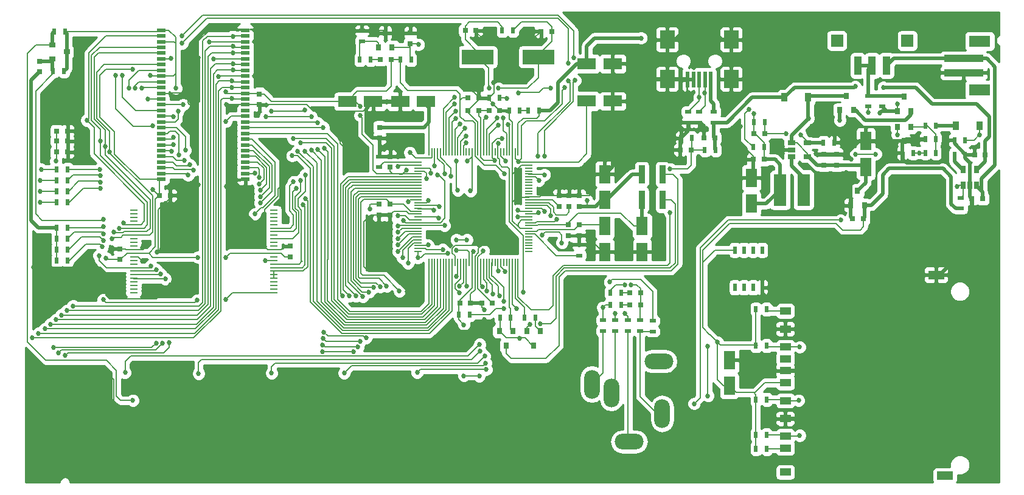
<source format=gbr>
G04 #@! TF.FileFunction,Copper,L1,Top,Signal*
%FSLAX46Y46*%
G04 Gerber Fmt 4.6, Leading zero omitted, Abs format (unit mm)*
G04 Created by KiCad (PCBNEW 4.0.6) date Saturday, December 30, 2017 'PMt' 03:07:24 PM*
%MOMM*%
%LPD*%
G01*
G04 APERTURE LIST*
%ADD10C,0.100000*%
%ADD11R,5.500000X1.000000*%
%ADD12R,3.000000X1.600000*%
%ADD13R,0.800000X0.750000*%
%ADD14R,0.750000X0.800000*%
%ADD15R,2.600000X1.600000*%
%ADD16R,1.600000X2.600000*%
%ADD17R,0.900000X1.200000*%
%ADD18R,0.500000X2.300000*%
%ADD19R,2.000000X2.500000*%
%ADD20R,0.900000X0.500000*%
%ADD21R,0.500000X0.900000*%
%ADD22R,0.800000X0.900000*%
%ADD23R,0.900000X0.800000*%
%ADD24R,1.700000X1.700000*%
%ADD25R,1.000000X2.550000*%
%ADD26R,0.650000X1.060000*%
%ADD27R,1.000000X0.200000*%
%ADD28R,0.200000X1.000000*%
%ADD29R,1.060000X0.650000*%
%ADD30R,1.100000X0.250000*%
%ADD31R,1.200000X0.600000*%
%ADD32O,2.200000X4.000000*%
%ADD33O,4.000000X2.200000*%
%ADD34R,1.500000X1.000000*%
%ADD35R,2.200000X1.200000*%
%ADD36R,4.500000X2.000000*%
%ADD37R,1.750000X4.500000*%
%ADD38R,0.500000X1.100000*%
%ADD39R,0.900000X2.500000*%
%ADD40C,0.685800*%
%ADD41C,0.200000*%
%ADD42C,0.500000*%
%ADD43C,0.254000*%
G04 APERTURE END LIST*
D10*
D11*
X202646500Y-67580000D03*
X202646500Y-69580000D03*
D12*
X204896500Y-65180000D03*
X204896500Y-71980000D03*
D13*
X204164500Y-81026000D03*
X205664500Y-81026000D03*
D14*
X122809000Y-87896000D03*
X122809000Y-89396000D03*
X121285000Y-87896000D03*
X121285000Y-89396000D03*
X122847100Y-82753900D03*
X122847100Y-81253900D03*
D15*
X116881500Y-73596500D03*
X120481500Y-73596500D03*
X127847500Y-73596500D03*
X124247500Y-73596500D03*
D14*
X121373900Y-77189900D03*
X121373900Y-78689900D03*
D13*
X122987500Y-67754500D03*
X121487500Y-67754500D03*
X166509000Y-78676500D03*
X168009000Y-78676500D03*
D14*
X125666500Y-65520000D03*
X125666500Y-64020000D03*
D13*
X203783500Y-87122000D03*
X205283500Y-87122000D03*
X163207000Y-80327500D03*
X164707000Y-80327500D03*
X134798500Y-63690500D03*
X133298500Y-63690500D03*
X143839500Y-63817500D03*
X145339500Y-63817500D03*
X134036500Y-101663500D03*
X132536500Y-101663500D03*
X135179500Y-73088500D03*
X133679500Y-73088500D03*
X137084500Y-101663500D03*
X135584500Y-101663500D03*
X133679500Y-74866500D03*
X135179500Y-74866500D03*
X138100500Y-74866500D03*
X136600500Y-74866500D03*
D16*
X189039500Y-82699000D03*
X189039500Y-79099000D03*
D14*
X184975500Y-82474500D03*
X184975500Y-80974500D03*
X183197500Y-82474500D03*
X183197500Y-80974500D03*
D15*
X150219000Y-73533000D03*
X153819000Y-73533000D03*
X150219000Y-68326000D03*
X153819000Y-68326000D03*
D13*
X173494000Y-78105000D03*
X174994000Y-78105000D03*
D14*
X146367500Y-88189500D03*
X146367500Y-86689500D03*
X149161500Y-86689500D03*
X149161500Y-88189500D03*
D13*
X188710000Y-89916000D03*
X187210000Y-89916000D03*
D14*
X147764500Y-88189500D03*
X147764500Y-86689500D03*
D16*
X152717500Y-87334500D03*
X152717500Y-83734500D03*
X173101000Y-87842500D03*
X173101000Y-84242500D03*
X152717500Y-90973500D03*
X152717500Y-94573500D03*
D13*
X174867000Y-81661000D03*
X173367000Y-81661000D03*
D14*
X149161500Y-92253500D03*
X149161500Y-90753500D03*
D16*
X157924500Y-90973500D03*
X157924500Y-94573500D03*
D14*
X147637500Y-92253500D03*
X147637500Y-90753500D03*
X108966000Y-95238000D03*
X108966000Y-93738000D03*
D13*
X92253500Y-86677500D03*
X90753500Y-86677500D03*
X156222000Y-100266500D03*
X157722000Y-100266500D03*
X156222000Y-101917500D03*
X157722000Y-101917500D03*
D14*
X85217000Y-94119000D03*
X85217000Y-95619000D03*
X104648000Y-74029000D03*
X104648000Y-72529000D03*
X74041000Y-69457000D03*
X74041000Y-67957000D03*
D13*
X77966000Y-80645000D03*
X76466000Y-80645000D03*
D16*
X170053000Y-113242500D03*
X170053000Y-109642500D03*
D13*
X77966000Y-77724000D03*
X76466000Y-77724000D03*
X77974733Y-79092400D03*
X76474733Y-79092400D03*
D17*
X181037500Y-73025000D03*
X177737500Y-73025000D03*
X201613500Y-76962000D03*
X204913500Y-76962000D03*
D18*
X167462000Y-70554500D03*
X166662000Y-70554500D03*
X165862000Y-70554500D03*
X165062000Y-70554500D03*
X164262000Y-70554500D03*
D19*
X170312000Y-70454500D03*
X170312000Y-64954500D03*
X161412000Y-70454500D03*
X161412000Y-64954500D03*
D20*
X167894000Y-76505500D03*
X167894000Y-75005500D03*
D21*
X173367000Y-79946500D03*
X174867000Y-79946500D03*
D20*
X154178000Y-105588500D03*
X154178000Y-104088500D03*
X155956000Y-105588500D03*
X155956000Y-104088500D03*
X152463500Y-105588500D03*
X152463500Y-104088500D03*
X157670500Y-105588500D03*
X157670500Y-104088500D03*
X159385000Y-105652000D03*
X159385000Y-104152000D03*
D22*
X121224000Y-66024000D03*
X123124000Y-66024000D03*
X122174000Y-64024000D03*
X193423500Y-74914000D03*
X195323500Y-74914000D03*
X194373500Y-72914000D03*
X185422500Y-74787000D03*
X187322500Y-74787000D03*
X186372500Y-72787000D03*
X195323500Y-77105000D03*
X193423500Y-77105000D03*
X194373500Y-79105000D03*
X143761500Y-105616500D03*
X141861500Y-105616500D03*
X142811500Y-107616500D03*
X139951500Y-105616500D03*
X138051500Y-105616500D03*
X139001500Y-107616500D03*
D23*
X75835000Y-65725000D03*
X75835000Y-67625000D03*
X77835000Y-66675000D03*
D21*
X201370500Y-81026000D03*
X202870500Y-81026000D03*
D20*
X121323100Y-82753900D03*
X121323100Y-81253900D03*
D21*
X125781500Y-67754500D03*
X124281500Y-67754500D03*
X168136000Y-80327500D03*
X166636000Y-80327500D03*
X164834000Y-78676500D03*
X163334000Y-78676500D03*
D20*
X189420500Y-72783000D03*
X189420500Y-74283000D03*
D21*
X141553500Y-103695500D03*
X143053500Y-103695500D03*
X197306500Y-76962000D03*
X198806500Y-76962000D03*
X197306500Y-80772000D03*
X198806500Y-80772000D03*
D20*
X149161500Y-93547500D03*
X149161500Y-95047500D03*
D21*
X194131500Y-80772000D03*
X195631500Y-80772000D03*
X153491500Y-100266500D03*
X154991500Y-100266500D03*
X153491500Y-101917500D03*
X154991500Y-101917500D03*
X173748000Y-121983500D03*
X175248000Y-121983500D03*
X173748000Y-120078500D03*
X175248000Y-120078500D03*
X173748000Y-115125500D03*
X175248000Y-115125500D03*
X173748000Y-107632500D03*
X175248000Y-107632500D03*
X173748000Y-102552500D03*
X175248000Y-102552500D03*
X132409500Y-103314500D03*
X133909500Y-103314500D03*
X77585000Y-63881000D03*
X76085000Y-63881000D03*
X77458000Y-69342000D03*
X75958000Y-69342000D03*
D24*
X185028500Y-65106000D03*
X194828500Y-65106000D03*
D25*
X187928500Y-68581000D03*
X189928500Y-68581000D03*
X191928500Y-68581000D03*
D26*
X202567500Y-85301000D03*
X203517500Y-85301000D03*
X204467500Y-85301000D03*
X204467500Y-83101000D03*
X202567500Y-83101000D03*
D27*
X126754900Y-82077700D03*
X126754900Y-82477700D03*
X126754900Y-82877700D03*
X126754900Y-83277700D03*
X126754900Y-83677700D03*
X126754900Y-84077700D03*
X126754900Y-84477700D03*
X126754900Y-84877700D03*
X126754900Y-85277700D03*
X126754900Y-85677700D03*
X126754900Y-86077700D03*
X126754900Y-86477700D03*
X126754900Y-86877700D03*
X126754900Y-87277700D03*
X126754900Y-87677700D03*
X126754900Y-88077700D03*
X126754900Y-88477700D03*
X126754900Y-88877700D03*
X126754900Y-89277700D03*
X126754900Y-89677700D03*
X126754900Y-90077700D03*
X126754900Y-90477700D03*
X126754900Y-90877700D03*
X126754900Y-91277700D03*
X126754900Y-91677700D03*
X126754900Y-92077700D03*
X126754900Y-92477700D03*
X126754900Y-92877700D03*
X126754900Y-93277700D03*
X126754900Y-93677700D03*
X126754900Y-94077700D03*
X126754900Y-94477700D03*
D28*
X128254900Y-95977700D03*
X128654900Y-95977700D03*
X129054900Y-95977700D03*
X129454900Y-95977700D03*
X129854900Y-95977700D03*
X130254900Y-95977700D03*
X130654900Y-95977700D03*
X131054900Y-95977700D03*
X131454900Y-95977700D03*
X131854900Y-95977700D03*
X132254900Y-95977700D03*
X132654900Y-95977700D03*
X133054900Y-95977700D03*
X133454900Y-95977700D03*
X133854900Y-95977700D03*
X134254900Y-95977700D03*
X134654900Y-95977700D03*
X135054900Y-95977700D03*
X135454900Y-95977700D03*
X135854900Y-95977700D03*
X136254900Y-95977700D03*
X136654900Y-95977700D03*
X137054900Y-95977700D03*
X137454900Y-95977700D03*
X137854900Y-95977700D03*
X138254900Y-95977700D03*
X138654900Y-95977700D03*
X139054900Y-95977700D03*
X139454900Y-95977700D03*
X139854900Y-95977700D03*
X140254900Y-95977700D03*
X140654900Y-95977700D03*
D27*
X142154900Y-94477700D03*
X142154900Y-94077700D03*
X142154900Y-93677700D03*
X142154900Y-93277700D03*
X142154900Y-92877700D03*
X142154900Y-92477700D03*
X142154900Y-92077700D03*
X142154900Y-91677700D03*
X142154900Y-91277700D03*
X142154900Y-90877700D03*
X142154900Y-90477700D03*
X142154900Y-90077700D03*
X142154900Y-89677700D03*
X142154900Y-89277700D03*
X142154900Y-88877700D03*
X142154900Y-88477700D03*
X142154900Y-88077700D03*
X142154900Y-87677700D03*
X142154900Y-87277700D03*
X142154900Y-86877700D03*
X142154900Y-86477700D03*
X142154900Y-86077700D03*
X142154900Y-85677700D03*
X142154900Y-85277700D03*
X142154900Y-84877700D03*
X142154900Y-84477700D03*
X142154900Y-84077700D03*
X142154900Y-83677700D03*
X142154900Y-83277700D03*
X142154900Y-82877700D03*
X142154900Y-82477700D03*
X142154900Y-82077700D03*
D28*
X140654900Y-80577700D03*
X140254900Y-80577700D03*
X139854900Y-80577700D03*
X139454900Y-80577700D03*
X139054900Y-80577700D03*
X138654900Y-80577700D03*
X138254900Y-80577700D03*
X137854900Y-80577700D03*
X137454900Y-80577700D03*
X137054900Y-80577700D03*
X136654900Y-80577700D03*
X136254900Y-80577700D03*
X135854900Y-80577700D03*
X135454900Y-80577700D03*
X135054900Y-80577700D03*
X134654900Y-80577700D03*
X134254900Y-80577700D03*
X133854900Y-80577700D03*
X133454900Y-80577700D03*
X133054900Y-80577700D03*
X132654900Y-80577700D03*
X132254900Y-80577700D03*
X131854900Y-80577700D03*
X131454900Y-80577700D03*
X131054900Y-80577700D03*
X130654900Y-80577700D03*
X130254900Y-80577700D03*
X129854900Y-80577700D03*
X129454900Y-80577700D03*
X129054900Y-80577700D03*
X128654900Y-80577700D03*
X128254900Y-80577700D03*
D29*
X178732000Y-79377500D03*
X178732000Y-80327500D03*
X178732000Y-81277500D03*
X180932000Y-81277500D03*
X180932000Y-79377500D03*
D22*
X186946500Y-88058500D03*
X188846500Y-88058500D03*
X187896500Y-86058500D03*
D30*
X106651000Y-100238000D03*
X87151000Y-88738000D03*
X106651000Y-99738000D03*
X106651000Y-99238000D03*
X106651000Y-98738000D03*
X106651000Y-98238000D03*
X106651000Y-97738000D03*
X106651000Y-97238000D03*
X106651000Y-96738000D03*
X106651000Y-96238000D03*
X106651000Y-95738000D03*
X106651000Y-95238000D03*
X106651000Y-94738000D03*
X106651000Y-94238000D03*
X106651000Y-93738000D03*
X106651000Y-93238000D03*
X106651000Y-92738000D03*
X106651000Y-92238000D03*
X106651000Y-91738000D03*
X106651000Y-91238000D03*
X106651000Y-90738000D03*
X106651000Y-90238000D03*
X106651000Y-89738000D03*
X106651000Y-89238000D03*
X106651000Y-88738000D03*
X87151000Y-89238000D03*
X87151000Y-89738000D03*
X87151000Y-90238000D03*
X87151000Y-90738000D03*
X87151000Y-91238000D03*
X87151000Y-91738000D03*
X87151000Y-92238000D03*
X87151000Y-92738000D03*
X87151000Y-93238000D03*
X87151000Y-93738000D03*
X87151000Y-94238000D03*
X87151000Y-94738000D03*
X87151000Y-95238000D03*
X87151000Y-95738000D03*
X87151000Y-96238000D03*
X87151000Y-96738000D03*
X87151000Y-97238000D03*
X87151000Y-97738000D03*
X87151000Y-98238000D03*
X87151000Y-98738000D03*
X87151000Y-99238000D03*
X87151000Y-99738000D03*
X87151000Y-100238000D03*
D31*
X90987500Y-63641000D03*
X90987500Y-64441000D03*
X90987500Y-65241000D03*
X90987500Y-66041000D03*
X90987500Y-66841000D03*
X90987500Y-67641000D03*
X90987500Y-68441000D03*
X90987500Y-69241000D03*
X90987500Y-70041000D03*
X90987500Y-70841000D03*
X90987500Y-71641000D03*
X90987500Y-72441000D03*
X90987500Y-73241000D03*
X90987500Y-74041000D03*
X90987500Y-74841000D03*
X90987500Y-75641000D03*
X90987500Y-76441000D03*
X90987500Y-77241000D03*
X90987500Y-78041000D03*
X90987500Y-78841000D03*
X90987500Y-79641000D03*
X90987500Y-80441000D03*
X90987500Y-81241000D03*
X90987500Y-82041000D03*
X90987500Y-82841000D03*
X90987500Y-83641000D03*
X90987500Y-84441000D03*
X102687500Y-84441000D03*
X102687500Y-83641000D03*
X102687500Y-82841000D03*
X102687500Y-82041000D03*
X102687500Y-81241000D03*
X102687500Y-80441000D03*
X102687500Y-79641000D03*
X102687500Y-78841000D03*
X102687500Y-78041000D03*
X102687500Y-77241000D03*
X102687500Y-76441000D03*
X102687500Y-75641000D03*
X102687500Y-74841000D03*
X102687500Y-74041000D03*
X102687500Y-73241000D03*
X102687500Y-72441000D03*
X102687500Y-71641000D03*
X102687500Y-70841000D03*
X102687500Y-70041000D03*
X102687500Y-69241000D03*
X102687500Y-68441000D03*
X102687500Y-67641000D03*
X102687500Y-66841000D03*
X102687500Y-66041000D03*
X102687500Y-65241000D03*
X102687500Y-64441000D03*
X102687500Y-63641000D03*
D32*
X160718500Y-117094000D03*
D33*
X160218500Y-109794000D03*
D32*
X153618500Y-114194000D03*
X150918500Y-112994000D03*
D33*
X156118500Y-120994000D03*
D34*
X177842000Y-105290000D03*
X177842000Y-107790000D03*
X177842000Y-111090000D03*
X177842000Y-112790000D03*
X177842000Y-115290000D03*
X177842000Y-117790000D03*
X177842000Y-120210000D03*
X177842000Y-121910000D03*
X177842000Y-102790000D03*
X177842000Y-109440000D03*
X177842000Y-125260000D03*
D35*
X198842000Y-97760000D03*
X200042000Y-125760000D03*
D36*
X135005500Y-67373500D03*
X143505500Y-67373500D03*
D21*
X139624500Y-103695500D03*
X138124500Y-103695500D03*
X140894500Y-74866500D03*
X139394500Y-74866500D03*
X136600500Y-73088500D03*
X138100500Y-73088500D03*
X142061500Y-74866500D03*
X143561500Y-74866500D03*
D20*
X165862000Y-75005500D03*
X165862000Y-76505500D03*
X164338000Y-75005500D03*
X164338000Y-76505500D03*
D21*
X197306500Y-78867000D03*
X198806500Y-78867000D03*
D20*
X191325500Y-72783000D03*
X191325500Y-74283000D03*
D21*
X202870500Y-78994000D03*
X201370500Y-78994000D03*
X173494000Y-76454000D03*
X174994000Y-76454000D03*
X183146000Y-79311500D03*
X184646000Y-79311500D03*
X139942000Y-63690500D03*
X138442000Y-63690500D03*
D20*
X202247500Y-87007000D03*
X202247500Y-88507000D03*
X118935500Y-65202500D03*
X118935500Y-63702500D03*
D21*
X118630000Y-67754500D03*
X120130000Y-67754500D03*
D37*
X180377500Y-85915500D03*
X177127500Y-85915500D03*
D38*
X174625000Y-99501000D03*
X174625000Y-94301000D03*
X173355000Y-99501000D03*
X172085000Y-99501000D03*
X170815000Y-99501000D03*
X173355000Y-94301000D03*
X172085000Y-94301000D03*
X170815000Y-94301000D03*
D39*
X160771500Y-83756500D03*
X157871500Y-83756500D03*
X160771500Y-87312500D03*
X157871500Y-87312500D03*
D21*
X77966000Y-83058000D03*
X76466000Y-83058000D03*
X77966000Y-84582000D03*
X76466000Y-84582000D03*
X77966000Y-86106000D03*
X76466000Y-86106000D03*
X77966000Y-87630000D03*
X76466000Y-87630000D03*
X77966000Y-91186000D03*
X76466000Y-91186000D03*
X77966000Y-92710000D03*
X76466000Y-92710000D03*
X77966000Y-94234000D03*
X76466000Y-94234000D03*
X77966000Y-95758000D03*
X76466000Y-95758000D03*
D40*
X165155880Y-115702080D03*
X185536840Y-90119200D03*
X189423040Y-75087480D03*
X204917040Y-78206600D03*
X137922000Y-97218500D03*
X138684000Y-101473000D03*
X136207500Y-110934500D03*
X126619000Y-111379000D03*
X95758000Y-69977000D03*
X98933000Y-70104000D03*
X97663000Y-65278000D03*
X176403000Y-105283000D03*
X176276000Y-101727000D03*
X78105000Y-81788000D03*
X105410000Y-93853000D03*
X125089920Y-111399320D03*
X83901280Y-111805720D03*
X73253600Y-96672400D03*
X92288360Y-99105720D03*
X109910880Y-83113880D03*
X115925600Y-78765400D03*
X116550440Y-80076040D03*
X135996680Y-102656640D03*
X135996680Y-103972360D03*
X125176280Y-100086160D03*
X132328920Y-105811320D03*
X187050680Y-81661000D03*
X186334400Y-83515200D03*
X137109200Y-73944480D03*
X137922000Y-76865480D03*
X150957280Y-86365080D03*
X150591520Y-91749880D03*
X166476680Y-77332840D03*
X171566840Y-77073760D03*
X139821920Y-92928440D03*
X140573760Y-86934040D03*
X96139000Y-67500500D03*
X92392500Y-67564000D03*
X100076000Y-85471000D03*
X96139000Y-85217000D03*
X90424000Y-94615000D03*
X88392000Y-95821500D03*
X88392000Y-93980000D03*
X83947000Y-94107000D03*
X100076000Y-74041000D03*
X95948500Y-73977500D03*
X137223500Y-70993000D03*
X136080500Y-63817500D03*
X123952000Y-81280000D03*
X123952000Y-82677000D03*
X177546000Y-80264000D03*
X174752000Y-84201000D03*
X182118000Y-80899000D03*
X198755000Y-72771000D03*
X199898000Y-79375000D03*
X138049000Y-100711000D03*
X136144000Y-110045500D03*
X116459000Y-111442500D03*
X137160000Y-100457000D03*
X136017000Y-109093000D03*
X106362500Y-111442500D03*
X96202500Y-111506000D03*
X135382000Y-108394500D03*
X136334500Y-100012500D03*
X135699500Y-99377500D03*
X135318500Y-107442000D03*
X85979000Y-111379000D03*
X187579000Y-71501000D03*
X191516000Y-71628000D03*
X138440160Y-78704440D03*
X172811440Y-74660760D03*
X137368280Y-81798160D03*
X135813800Y-94371160D03*
X124139960Y-99994720D03*
X98298000Y-67691000D03*
X76327000Y-81915000D03*
X129590800Y-89799160D03*
X132273040Y-85948520D03*
X132049520Y-81869280D03*
X125095000Y-83149440D03*
X147167600Y-71602600D03*
X145201640Y-71724520D03*
X140675360Y-72395080D03*
X139242800Y-76829920D03*
X138760200Y-83647280D03*
X133111240Y-104693720D03*
X133116320Y-111805720D03*
X135249920Y-111851440D03*
X168376600Y-107121960D03*
X118684040Y-75534520D03*
X118684040Y-74269600D03*
X140705840Y-81975960D03*
X134452360Y-94482920D03*
X133532880Y-92877640D03*
X132069840Y-92877640D03*
X120015000Y-88582500D03*
X93027500Y-71755000D03*
X86995000Y-69088000D03*
X89471500Y-69977000D03*
X89852500Y-85852000D03*
X100012500Y-95313500D03*
X96075500Y-95313500D03*
X83312000Y-95440500D03*
X94043500Y-74041000D03*
X99949000Y-72263000D03*
X126796800Y-65633600D03*
X133604000Y-81915000D03*
X134048500Y-86042500D03*
X99949000Y-101219000D03*
X96012000Y-101282500D03*
X82931000Y-101219000D03*
X161798000Y-82997040D03*
X161808160Y-89108280D03*
X136204960Y-75788520D03*
X136652000Y-71755000D03*
X137922000Y-71755000D03*
X137774680Y-75864720D03*
X181056280Y-75946000D03*
X157779720Y-64739520D03*
X140903960Y-106563160D03*
X141376400Y-100177600D03*
X137911840Y-79415640D03*
X173492160Y-75290680D03*
X179959000Y-78232000D03*
X177927000Y-78105000D03*
X150241000Y-87376000D03*
X140652500Y-88773000D03*
X140652500Y-89662000D03*
X144018000Y-92202000D03*
X146748500Y-93281500D03*
X156400500Y-99123500D03*
X82931000Y-90043000D03*
X128524000Y-83566000D03*
X166624000Y-72390000D03*
X165862000Y-73025000D03*
X127889000Y-84328000D03*
X154178000Y-103124000D03*
X145224500Y-89535000D03*
X146050000Y-90043000D03*
X155511500Y-99123500D03*
X155511500Y-103124000D03*
X152463500Y-102298500D03*
X144335500Y-88900000D03*
X143510000Y-89090500D03*
X153416000Y-98742500D03*
X193421000Y-78232000D03*
X193421000Y-73914000D03*
X185420000Y-76200000D03*
X191008000Y-75184000D03*
X143753840Y-104551480D03*
X142275560Y-104627680D03*
X132054600Y-97993200D03*
X87058500Y-115252500D03*
X201757280Y-85410040D03*
X190418720Y-80919320D03*
X187634880Y-80919320D03*
X138907520Y-81859120D03*
X139065000Y-73152000D03*
X138623040Y-75900280D03*
X138811000Y-97256600D03*
X196509640Y-80741520D03*
X132461000Y-100266500D03*
X179832000Y-120142000D03*
X179705000Y-115252500D03*
X133477000Y-99314000D03*
X132524500Y-99314000D03*
X179832000Y-107823000D03*
X167068500Y-107696000D03*
X167068500Y-114617500D03*
X140462000Y-102489000D03*
X138684000Y-102489000D03*
X82804000Y-93853000D03*
X82931000Y-92964000D03*
X82931000Y-92075000D03*
X82931000Y-91059000D03*
X85788500Y-90487500D03*
X116268500Y-100711000D03*
X80645000Y-76200000D03*
X85153500Y-91249500D03*
X117157500Y-100711000D03*
X82550000Y-79121000D03*
X84391500Y-91821000D03*
X118110000Y-100711000D03*
X83185000Y-79883000D03*
X84137500Y-92710000D03*
X119062500Y-100774500D03*
X83820000Y-80645000D03*
X82359500Y-95059500D03*
X113474500Y-108458000D03*
X119888000Y-100139500D03*
X117729000Y-108458000D03*
X86487000Y-71755000D03*
X89535000Y-96520000D03*
X113474500Y-107505500D03*
X120586500Y-99504500D03*
X118364000Y-107823000D03*
X90297000Y-107251500D03*
X76009500Y-107886500D03*
X87376000Y-71755000D03*
X90297000Y-97028000D03*
X121475500Y-99441000D03*
X113538000Y-106616500D03*
X118681500Y-106997500D03*
X76708000Y-108648500D03*
X91186000Y-107251500D03*
X88265000Y-71755000D03*
X90932000Y-97663000D03*
X122364500Y-99314000D03*
X91567000Y-98298000D03*
X113601500Y-105727500D03*
X119507000Y-106553000D03*
X89154000Y-73279000D03*
X92075000Y-107188000D03*
X77660500Y-108966000D03*
X125349000Y-87566500D03*
X111061500Y-87122000D03*
X110744000Y-88011000D03*
X128206500Y-87376000D03*
X129730500Y-88265000D03*
X109791500Y-85661500D03*
X128905000Y-88773000D03*
X109410500Y-84772500D03*
X94234000Y-81788000D03*
X123952000Y-89535000D03*
X129476500Y-83820000D03*
X74168000Y-84582000D03*
X124714000Y-90170000D03*
X94996000Y-82423000D03*
X130429000Y-90868500D03*
X110426500Y-84582000D03*
X95504000Y-83185000D03*
X123952000Y-90932000D03*
X123952000Y-91821000D03*
X94742000Y-83820000D03*
X104013000Y-83566000D03*
X123952000Y-92710000D03*
X104648000Y-84201000D03*
X123952000Y-93599000D03*
X104648000Y-85090000D03*
X123952000Y-94488000D03*
X104775000Y-85979000D03*
X124587000Y-95377000D03*
X104775000Y-86868000D03*
X125349000Y-96139000D03*
X128143000Y-93599000D03*
X104775000Y-87757000D03*
X92456000Y-80518000D03*
X130175000Y-94234000D03*
X130845560Y-94762320D03*
X126746000Y-95377000D03*
X104013000Y-89281000D03*
X109347000Y-78740000D03*
X92710000Y-78613000D03*
X92710000Y-79629000D03*
X110363000Y-79375000D03*
X113665000Y-80137000D03*
X113538000Y-77216000D03*
X112776000Y-80264000D03*
X112776000Y-76581000D03*
X111887000Y-80391000D03*
X111887000Y-75692000D03*
X105537000Y-75692000D03*
X92710000Y-75692000D03*
X110998000Y-80518000D03*
X110998000Y-74803000D03*
X106299000Y-74930000D03*
X93345000Y-74930000D03*
X109982000Y-80518000D03*
X94361000Y-80391000D03*
X109220000Y-81153000D03*
X93472000Y-81026000D03*
X132080000Y-94361000D03*
X105473500Y-95758000D03*
X85582760Y-69936360D03*
X143550640Y-84597240D03*
X143433800Y-81168240D03*
X147665440Y-70698360D03*
X147624800Y-68239640D03*
X93919040Y-65471040D03*
X144317720Y-83809840D03*
X144348200Y-81173320D03*
X148569680Y-70642480D03*
X148417280Y-67447160D03*
X93903800Y-64404240D03*
X84663280Y-69936360D03*
X89789000Y-77002640D03*
X99994720Y-76367640D03*
X133451600Y-79329280D03*
X73025000Y-106553000D03*
X100838000Y-73152000D03*
X100838000Y-71628000D03*
X133400800Y-78430120D03*
X73914000Y-105918000D03*
X74803000Y-105283000D03*
X133278880Y-77322680D03*
X100838000Y-70739000D03*
X75565000Y-104648000D03*
X132588000Y-76708000D03*
X100965000Y-69215000D03*
X76327000Y-104013000D03*
X131953000Y-75946000D03*
X100965000Y-68326000D03*
X77089000Y-103378000D03*
X131953000Y-74930000D03*
X100965000Y-66802000D03*
X77851000Y-102743000D03*
X131826000Y-73914000D03*
X100965000Y-65913000D03*
X78740000Y-102108000D03*
X131826000Y-73025000D03*
X100965000Y-64516000D03*
X131318000Y-84010500D03*
X74168000Y-87630000D03*
X74168000Y-86106000D03*
X130429000Y-83693000D03*
X129032000Y-82550000D03*
X74295000Y-83058000D03*
X125587760Y-80695800D03*
X111061500Y-83820000D03*
X82423000Y-83058000D03*
X82550000Y-83947000D03*
X82550000Y-84836000D03*
X82550000Y-85725000D03*
D41*
X165155880Y-115702080D02*
X165989000Y-114868960D01*
X165989000Y-114868960D02*
X165989000Y-107594400D01*
X165989000Y-107594400D02*
X165989000Y-94020640D01*
X165989000Y-94020640D02*
X169890440Y-90119200D01*
X169890440Y-90119200D02*
X185536840Y-90119200D01*
X189423040Y-75087480D02*
X189420500Y-75084940D01*
X189420500Y-75084940D02*
X189420500Y-74283000D01*
X204913500Y-78203060D02*
X204913500Y-78169500D01*
X204917040Y-78206600D02*
X204913500Y-78203060D01*
X137854900Y-97151400D02*
X137854900Y-95977700D01*
X137922000Y-97218500D02*
X137854900Y-97151400D01*
X204913500Y-76962000D02*
X204913500Y-78169500D01*
X204089000Y-78994000D02*
X202870500Y-78994000D01*
X204913500Y-78169500D02*
X204089000Y-78994000D01*
X137007302Y-97853500D02*
X137007302Y-95977700D01*
X137197802Y-98044000D02*
X137007302Y-97853500D01*
X137223500Y-98044000D02*
X137197802Y-98044000D01*
X138684000Y-99504500D02*
X137223500Y-98044000D01*
X138684000Y-101473000D02*
X138684000Y-99504500D01*
X127063500Y-110934500D02*
X136207500Y-110934500D01*
X126619000Y-111379000D02*
X127063500Y-110934500D01*
X137007302Y-95977700D02*
X137054900Y-95977700D01*
X102687500Y-70041000D02*
X98996000Y-70041000D01*
X96329500Y-70548500D02*
X96329500Y-70802500D01*
X95758000Y-69977000D02*
X96329500Y-70548500D01*
X98996000Y-70041000D02*
X98933000Y-70104000D01*
X90987500Y-72441000D02*
X92253000Y-72441000D01*
X94932500Y-73977500D02*
X95948500Y-73977500D01*
X94742000Y-73787000D02*
X94932500Y-73977500D01*
X94742000Y-72898000D02*
X94742000Y-73787000D01*
X94234000Y-72390000D02*
X94742000Y-72898000D01*
X92304000Y-72390000D02*
X94234000Y-72390000D01*
X92253000Y-72441000D02*
X92304000Y-72390000D01*
X102687500Y-65241000D02*
X97700000Y-65241000D01*
X97700000Y-65241000D02*
X97663000Y-65278000D01*
X96139000Y-67500500D02*
X96139000Y-65151000D01*
X97649000Y-63641000D02*
X102687500Y-63641000D01*
X96139000Y-65151000D02*
X97649000Y-63641000D01*
X174625000Y-99501000D02*
X174625000Y-100076000D01*
X176410000Y-105290000D02*
X177842000Y-105290000D01*
X176403000Y-105283000D02*
X176410000Y-105290000D01*
X174625000Y-100076000D02*
X176276000Y-101727000D01*
X77966000Y-77724000D02*
X77966000Y-79083667D01*
X77966000Y-79083667D02*
X77974733Y-79092400D01*
X77974733Y-79092400D02*
X77974733Y-80636267D01*
X77974733Y-80636267D02*
X77966000Y-80645000D01*
X77966000Y-81649000D02*
X77966000Y-80645000D01*
X78105000Y-81788000D02*
X77966000Y-81649000D01*
X131495800Y-64020000D02*
X131624640Y-64020000D01*
X132410200Y-70246240D02*
X135179500Y-73015540D01*
X132410200Y-64805560D02*
X132410200Y-70246240D01*
X131624640Y-64020000D02*
X132410200Y-64805560D01*
X135179500Y-73015540D02*
X135179500Y-73088500D01*
X125089920Y-113644680D02*
X125089920Y-111399320D01*
X122285760Y-116448840D02*
X125089920Y-113644680D01*
X85404960Y-116448840D02*
X122285760Y-116448840D01*
X84409280Y-115453160D02*
X85404960Y-116448840D01*
X84409280Y-112313720D02*
X84409280Y-115453160D01*
X83901280Y-111805720D02*
X84409280Y-112313720D01*
X82509360Y-96672400D02*
X73253600Y-96672400D01*
X83276440Y-97439480D02*
X82509360Y-96672400D01*
X83276440Y-100563680D02*
X83276440Y-97439480D01*
X83809840Y-101097080D02*
X83276440Y-100563680D01*
X90297000Y-101097080D02*
X83809840Y-101097080D01*
X92288360Y-99105720D02*
X90297000Y-101097080D01*
X105410000Y-93822520D02*
X105410000Y-93853000D01*
X105410000Y-88666320D02*
X105410000Y-91821000D01*
X107279440Y-86796880D02*
X105410000Y-88666320D01*
X107279440Y-85745320D02*
X107279440Y-86796880D01*
X109910880Y-83113880D02*
X107279440Y-85745320D01*
X115925600Y-79451200D02*
X115925600Y-78765400D01*
X116550440Y-80076040D02*
X115925600Y-79451200D01*
X135813800Y-104175560D02*
X135813800Y-104155240D01*
X135584500Y-102244460D02*
X135584500Y-101663500D01*
X135996680Y-102656640D02*
X135584500Y-102244460D01*
X135813800Y-104155240D02*
X135996680Y-103972360D01*
X121285000Y-89396000D02*
X120133680Y-89396000D01*
X120133680Y-89396000D02*
X119222520Y-90307160D01*
X119222520Y-90307160D02*
X119222520Y-96647000D01*
X119222520Y-96647000D02*
X119837200Y-97261680D01*
X119837200Y-97261680D02*
X122407680Y-97261680D01*
X122407680Y-97261680D02*
X125176280Y-100030280D01*
X125176280Y-100030280D02*
X125176280Y-100086160D01*
X134513320Y-105476040D02*
X135813800Y-104175560D01*
X132328920Y-105811320D02*
X132664200Y-105476040D01*
X132664200Y-105476040D02*
X134513320Y-105476040D01*
X135813800Y-104175560D02*
X135823960Y-104165400D01*
D42*
X186946500Y-88058500D02*
X186946500Y-84127300D01*
X186364180Y-80974500D02*
X184975500Y-80974500D01*
X187050680Y-81661000D02*
X186364180Y-80974500D01*
X186946500Y-84127300D02*
X186334400Y-83515200D01*
D41*
X136654900Y-78348840D02*
X136654900Y-78132580D01*
X136654900Y-78132580D02*
X137922000Y-76865480D01*
X137109200Y-73944480D02*
X137143840Y-73909840D01*
X137143840Y-73909840D02*
X137109200Y-73944480D01*
X137109200Y-73944480D02*
X137109200Y-73875200D01*
X136654900Y-80577700D02*
X136654900Y-78348840D01*
X136654900Y-78348840D02*
X136654900Y-78345940D01*
X149161500Y-92253500D02*
X150087900Y-92253500D01*
X150632860Y-86689500D02*
X149161500Y-86689500D01*
X150957280Y-86365080D02*
X150632860Y-86689500D01*
X150087900Y-92253500D02*
X150591520Y-91749880D01*
X173367000Y-81661000D02*
X173367000Y-81190400D01*
X171566840Y-79390240D02*
X171566840Y-77073760D01*
X173367000Y-81190400D02*
X171566840Y-79390240D01*
X166476680Y-77332840D02*
X166509000Y-77332840D01*
X166509000Y-77332840D02*
X166476680Y-77332840D01*
X166476680Y-77332840D02*
X166509000Y-77332840D01*
X135054900Y-80577700D02*
X135054900Y-76436780D01*
X135054900Y-76436780D02*
X133679500Y-75061380D01*
X133679500Y-75061380D02*
X133679500Y-74866500D01*
X134654900Y-95977700D02*
X134654900Y-95133820D01*
X135107680Y-94091760D02*
X135580120Y-93619320D01*
X135107680Y-94681040D02*
X135107680Y-94091760D01*
X134654900Y-95133820D02*
X135107680Y-94681040D01*
X134654900Y-95977700D02*
X134654900Y-95321780D01*
X137170160Y-93649800D02*
X137170160Y-93619320D01*
X131917440Y-93619320D02*
X135580120Y-93619320D01*
X135580120Y-93619320D02*
X137170160Y-93619320D01*
X137170160Y-93619320D02*
X139131040Y-93619320D01*
X139131040Y-93619320D02*
X139821920Y-92928440D01*
X140573760Y-86934040D02*
X140573760Y-86925298D01*
X140573760Y-86925298D02*
X140541862Y-86925298D01*
X131917440Y-93619320D02*
X134284720Y-93619320D01*
X131917440Y-93619320D02*
X131455160Y-94081600D01*
X131455160Y-94081600D02*
X131455160Y-94721680D01*
X131455160Y-94721680D02*
X131854900Y-95121420D01*
X131854900Y-95977700D02*
X131854900Y-95121420D01*
X139854900Y-80577700D02*
X139854900Y-83725980D01*
X139854900Y-83725980D02*
X139872720Y-83743800D01*
X139872720Y-87594440D02*
X139872720Y-83743800D01*
X141138820Y-82477700D02*
X142154900Y-82477700D01*
X139872720Y-83743800D02*
X141138820Y-82477700D01*
X140675360Y-91033600D02*
X140660120Y-91033600D01*
X140541862Y-86925298D02*
X142154900Y-86925298D01*
X139872720Y-87594440D02*
X140541862Y-86925298D01*
X139872720Y-90246200D02*
X139872720Y-87594440D01*
X140660120Y-91033600D02*
X139872720Y-90246200D01*
X142154900Y-86925298D02*
X142154900Y-86877700D01*
X142154900Y-91277700D02*
X140919460Y-91277700D01*
X141158820Y-90077700D02*
X142154900Y-90077700D01*
X140675360Y-90561160D02*
X141158820Y-90077700D01*
X140675360Y-91033600D02*
X140675360Y-90561160D01*
X140919460Y-91277700D02*
X140675360Y-91033600D01*
X90987500Y-67641000D02*
X92315500Y-67641000D01*
X96329500Y-73596500D02*
X95948500Y-73977500D01*
X96329500Y-67691000D02*
X96329500Y-70866000D01*
X96329500Y-70866000D02*
X96329500Y-73596500D01*
X96139000Y-67500500D02*
X96329500Y-67691000D01*
X92315500Y-67641000D02*
X92392500Y-67564000D01*
X92253500Y-86677500D02*
X92253500Y-85927500D01*
X101106000Y-84441000D02*
X102687500Y-84441000D01*
X100076000Y-85471000D02*
X101106000Y-84441000D01*
X92964000Y-85217000D02*
X96139000Y-85217000D01*
X92253500Y-85927500D02*
X92964000Y-85217000D01*
X106651000Y-94238000D02*
X105795000Y-94238000D01*
X105410000Y-93822520D02*
X105410000Y-91821000D01*
X105795000Y-94238000D02*
X105410000Y-93853000D01*
X105410000Y-91821000D02*
X102687500Y-89098500D01*
X102687500Y-89098500D02*
X102687500Y-84441000D01*
X90614500Y-94361000D02*
X90614500Y-94424500D01*
X92253500Y-87007000D02*
X90614500Y-88646000D01*
X90614500Y-88646000D02*
X90614500Y-94361000D01*
X90614500Y-94424500D02*
X90424000Y-94615000D01*
X88392000Y-95821500D02*
X88352500Y-95821500D01*
X88352500Y-95821500D02*
X87769000Y-95238000D01*
X87769000Y-95238000D02*
X87151000Y-95238000D01*
X88134000Y-94238000D02*
X87151000Y-94238000D01*
X88392000Y-93980000D02*
X88134000Y-94238000D01*
X87202500Y-95186500D02*
X87151000Y-95238000D01*
X92253500Y-86677500D02*
X92253500Y-87007000D01*
X83959000Y-94119000D02*
X85217000Y-94119000D01*
X83947000Y-94107000D02*
X83959000Y-94119000D01*
X100076000Y-74041000D02*
X102687500Y-74041000D01*
X120481500Y-73596500D02*
X120459500Y-73596500D01*
X120459500Y-73596500D02*
X119126000Y-74930000D01*
X111240000Y-74029000D02*
X104648000Y-74029000D01*
X112141000Y-74930000D02*
X111240000Y-74029000D01*
X119126000Y-74930000D02*
X112141000Y-74930000D01*
X137287000Y-72402000D02*
X136600500Y-73088500D01*
X137287000Y-71056500D02*
X137287000Y-72402000D01*
X137223500Y-70993000D02*
X137287000Y-71056500D01*
X125666500Y-64020000D02*
X131495800Y-64020000D01*
X131495800Y-64020000D02*
X131623500Y-64020000D01*
X135953500Y-63690500D02*
X134798500Y-63690500D01*
X136080500Y-63817500D02*
X135953500Y-63690500D01*
X107692000Y-94238000D02*
X108192000Y-93738000D01*
X106651000Y-94238000D02*
X107692000Y-94238000D01*
X108192000Y-93738000D02*
X108966000Y-93738000D01*
X146367500Y-86689500D02*
X143815500Y-86689500D01*
X143627300Y-86877700D02*
X142154900Y-86877700D01*
X143815500Y-86689500D02*
X143627300Y-86877700D01*
X147637500Y-92253500D02*
X149161500Y-92253500D01*
X149161500Y-92253500D02*
X149161500Y-93547500D01*
X152717500Y-94573500D02*
X152485500Y-94573500D01*
X152485500Y-94573500D02*
X151459500Y-93547500D01*
X151459500Y-93547500D02*
X149161500Y-93547500D01*
D42*
X152717500Y-94573500D02*
X157924500Y-94573500D01*
X149161500Y-86689500D02*
X149161500Y-84899500D01*
X149161500Y-84899500D02*
X150326500Y-83734500D01*
X150326500Y-83734500D02*
X152717500Y-83734500D01*
X147764500Y-86689500D02*
X149161500Y-86689500D01*
X146367500Y-86689500D02*
X147764500Y-86689500D01*
X153819000Y-73533000D02*
X153819000Y-82633000D01*
X153819000Y-82633000D02*
X152717500Y-83734500D01*
X121373900Y-78689900D02*
X120345900Y-78689900D01*
X119507000Y-74571000D02*
X120481500Y-73596500D01*
X119507000Y-77851000D02*
X119507000Y-74571000D01*
X120345900Y-78689900D02*
X119507000Y-77851000D01*
X121373900Y-78689900D02*
X121373900Y-81203100D01*
X121373900Y-81203100D02*
X121323100Y-81253900D01*
X120481500Y-73596500D02*
X124247500Y-73596500D01*
D41*
X122847100Y-81253900D02*
X121323100Y-81253900D01*
X126754900Y-82477700D02*
X124151300Y-82477700D01*
X123925900Y-81253900D02*
X122847100Y-81253900D01*
X123952000Y-81280000D02*
X123925900Y-81253900D01*
X124151300Y-82477700D02*
X123952000Y-82677000D01*
X121285000Y-89396000D02*
X122809000Y-89396000D01*
X126754900Y-89277700D02*
X125472700Y-89277700D01*
X125472700Y-89277700D02*
X125095000Y-88900000D01*
X125095000Y-88900000D02*
X123305000Y-88900000D01*
X123305000Y-88900000D02*
X122809000Y-89396000D01*
D42*
X177546000Y-80264000D02*
X177609500Y-80327500D01*
X178732000Y-80327500D02*
X177609500Y-80327500D01*
X174710500Y-84242500D02*
X174752000Y-84201000D01*
X173101000Y-84242500D02*
X174710500Y-84242500D01*
X182118000Y-80899000D02*
X182193500Y-80974500D01*
X182193500Y-80974500D02*
X183197500Y-80974500D01*
X199406000Y-69580000D02*
X198755000Y-70231000D01*
X198755000Y-70231000D02*
X198755000Y-72771000D01*
X199771000Y-79502000D02*
X199898000Y-79375000D01*
X199406000Y-69580000D02*
X202646500Y-69580000D01*
X153819000Y-69618000D02*
X153819000Y-73533000D01*
X156052500Y-70454500D02*
X154655500Y-70454500D01*
X153819000Y-69618000D02*
X153819000Y-68326000D01*
X154655500Y-70454500D02*
X153819000Y-69618000D01*
D41*
X134036500Y-101663500D02*
X134036500Y-100405500D01*
X134654900Y-99787100D02*
X134654900Y-95977700D01*
X134036500Y-100405500D02*
X134654900Y-99787100D01*
X134036500Y-101663500D02*
X135584500Y-101663500D01*
X102687500Y-74041000D02*
X104636000Y-74041000D01*
X104636000Y-74041000D02*
X104648000Y-74029000D01*
X85217000Y-94119000D02*
X85991000Y-94119000D01*
X85991000Y-94119000D02*
X86110000Y-94238000D01*
X86110000Y-94238000D02*
X87151000Y-94238000D01*
X122174000Y-64024000D02*
X125662500Y-64024000D01*
X125662500Y-64024000D02*
X125666500Y-64020000D01*
X118935500Y-63702500D02*
X121852500Y-63702500D01*
X121852500Y-63702500D02*
X122174000Y-64024000D01*
D42*
X153819000Y-68326000D02*
X153924000Y-68326000D01*
X156019500Y-70421500D02*
X156052500Y-70454500D01*
X156052500Y-70454500D02*
X161412000Y-70454500D01*
D41*
X139394500Y-74866500D02*
X139394500Y-76021500D01*
X139854900Y-76481900D02*
X139854900Y-80577700D01*
X139394500Y-76021500D02*
X139854900Y-76481900D01*
X138100500Y-74866500D02*
X139394500Y-74866500D01*
X135179500Y-73088500D02*
X135179500Y-73366500D01*
X135179500Y-73366500D02*
X133679500Y-74866500D01*
X136600500Y-73088500D02*
X136600500Y-73366500D01*
X136600500Y-73366500D02*
X137109200Y-73875200D01*
X137109200Y-73875200D02*
X138100500Y-74866500D01*
X135179500Y-73088500D02*
X136600500Y-73088500D01*
X134798500Y-63690500D02*
X134798500Y-63932500D01*
X134798500Y-63932500D02*
X135763000Y-64897000D01*
X135763000Y-64897000D02*
X142760000Y-64897000D01*
X142760000Y-64897000D02*
X143839500Y-63817500D01*
D42*
X181356000Y-109982000D02*
X181356000Y-116586000D01*
X180152000Y-117790000D02*
X177842000Y-117790000D01*
X181356000Y-116586000D02*
X180152000Y-117790000D01*
X177842000Y-105290000D02*
X180220000Y-105290000D01*
X180248000Y-111090000D02*
X177842000Y-111090000D01*
X181483000Y-109855000D02*
X181356000Y-109982000D01*
X181356000Y-109982000D02*
X180248000Y-111090000D01*
X181483000Y-106553000D02*
X181483000Y-109855000D01*
X180220000Y-105290000D02*
X181483000Y-106553000D01*
X198842000Y-97760000D02*
X187736000Y-97760000D01*
X180206000Y-105290000D02*
X177842000Y-105290000D01*
X187736000Y-97760000D02*
X180206000Y-105290000D01*
X198842000Y-97760000D02*
X199293000Y-97760000D01*
X199293000Y-97760000D02*
X203783500Y-93269500D01*
X203783500Y-93269500D02*
X203783500Y-87122000D01*
D41*
X177842000Y-111090000D02*
X174971000Y-111090000D01*
X174971000Y-111090000D02*
X173523500Y-109642500D01*
X173523500Y-109642500D02*
X170053000Y-109642500D01*
D42*
X165062000Y-70554500D02*
X164262000Y-70554500D01*
X161412000Y-70454500D02*
X164162000Y-70454500D01*
X164162000Y-70454500D02*
X164262000Y-70554500D01*
X170312000Y-64954500D02*
X170312000Y-70454500D01*
X161412000Y-64954500D02*
X162502500Y-64954500D01*
X168967500Y-64954500D02*
X170312000Y-64954500D01*
X168275000Y-64262000D02*
X168967500Y-64954500D01*
X163195000Y-64262000D02*
X168275000Y-64262000D01*
X162502500Y-64954500D02*
X163195000Y-64262000D01*
X161412000Y-70454500D02*
X161412000Y-64954500D01*
X164338000Y-76505500D02*
X163500500Y-76505500D01*
X161412000Y-74417000D02*
X161412000Y-70454500D01*
X163500500Y-76505500D02*
X161412000Y-74417000D01*
X165862000Y-76505500D02*
X166040500Y-76505500D01*
X166040500Y-76505500D02*
X166509000Y-76974000D01*
X166509000Y-76974000D02*
X166509000Y-77332840D01*
X166509000Y-77332840D02*
X166509000Y-78676500D01*
X164338000Y-76505500D02*
X165862000Y-76505500D01*
X163207000Y-80327500D02*
X163207000Y-78803500D01*
X163207000Y-78803500D02*
X164338000Y-77672500D01*
X164338000Y-77672500D02*
X164338000Y-76505500D01*
X189039500Y-79099000D02*
X194367500Y-79099000D01*
X194367500Y-79099000D02*
X194373500Y-79105000D01*
X173367000Y-81661000D02*
X173367000Y-83976500D01*
X173367000Y-83976500D02*
X173101000Y-84242500D01*
X184646000Y-79311500D02*
X187896500Y-79311500D01*
X187896500Y-79311500D02*
X188109000Y-79099000D01*
X184975500Y-80974500D02*
X186233500Y-80974500D01*
X186233500Y-80974500D02*
X188109000Y-79099000D01*
X188109000Y-79099000D02*
X189039500Y-79099000D01*
X183197500Y-80974500D02*
X184975500Y-80974500D01*
X186946500Y-88058500D02*
X186946500Y-89652500D01*
X186946500Y-89652500D02*
X187210000Y-89916000D01*
X197306500Y-78867000D02*
X194611500Y-78867000D01*
X194611500Y-78867000D02*
X194373500Y-79105000D01*
X201370500Y-78994000D02*
X200279000Y-78994000D01*
X194131500Y-81609500D02*
X194131500Y-80772000D01*
X194691000Y-82169000D02*
X194131500Y-81609500D01*
X199263000Y-82169000D02*
X194691000Y-82169000D01*
X199771000Y-81661000D02*
X199263000Y-82169000D01*
X199771000Y-79502000D02*
X199771000Y-81661000D01*
X200279000Y-78994000D02*
X199771000Y-79502000D01*
X194131500Y-80772000D02*
X194131500Y-79347000D01*
X194131500Y-79347000D02*
X194373500Y-79105000D01*
X201370500Y-78994000D02*
X201370500Y-79450500D01*
X201370500Y-79450500D02*
X202870500Y-80950500D01*
X202870500Y-80950500D02*
X202870500Y-81026000D01*
X202870500Y-81026000D02*
X204164500Y-81026000D01*
X202870500Y-81026000D02*
X202870500Y-81458500D01*
X202870500Y-81458500D02*
X203517500Y-82105500D01*
X203517500Y-82105500D02*
X203517500Y-85301000D01*
X203517500Y-85301000D02*
X203517500Y-86856000D01*
X203517500Y-86856000D02*
X203783500Y-87122000D01*
D41*
X136654900Y-98091598D02*
X136654900Y-95977700D01*
X137922000Y-99358698D02*
X136654900Y-98091598D01*
X137922000Y-100584000D02*
X137922000Y-99358698D01*
X138049000Y-100711000D02*
X137922000Y-100584000D01*
X135763000Y-110426500D02*
X136144000Y-110045500D01*
X117475000Y-110426500D02*
X135763000Y-110426500D01*
X116459000Y-111442500D02*
X117475000Y-110426500D01*
X136254900Y-98282098D02*
X136254900Y-95977700D01*
X137096500Y-99123698D02*
X136254900Y-98282098D01*
X137096500Y-100393500D02*
X137096500Y-99123698D01*
X137160000Y-100457000D02*
X137096500Y-100393500D01*
X135064500Y-110045500D02*
X136017000Y-109093000D01*
X106870500Y-110045500D02*
X135064500Y-110045500D01*
X106362500Y-110553500D02*
X106870500Y-110045500D01*
X106362500Y-111442500D02*
X106362500Y-110553500D01*
X96202500Y-111506000D02*
X96202500Y-109982000D01*
X96202500Y-109982000D02*
X96583500Y-109601000D01*
X96583500Y-109601000D02*
X134175500Y-109601000D01*
X134175500Y-109601000D02*
X135382000Y-108394500D01*
X136334500Y-100012500D02*
X136334500Y-98869500D01*
X136334500Y-98869500D02*
X135854900Y-98389900D01*
X135854900Y-95977700D02*
X135854900Y-98389900D01*
X135454900Y-99132900D02*
X135454900Y-95977700D01*
X135699500Y-99377500D02*
X135454900Y-99132900D01*
X133667500Y-109093000D02*
X135318500Y-107442000D01*
X86741000Y-109093000D02*
X133667500Y-109093000D01*
X85979000Y-109855000D02*
X86741000Y-109093000D01*
X85979000Y-111379000D02*
X85979000Y-109855000D01*
D42*
X205158340Y-86032340D02*
X205158340Y-84305140D01*
X205857600Y-67580000D02*
X202646500Y-67580000D01*
X207025240Y-68747640D02*
X205857600Y-67580000D01*
X207025240Y-82438240D02*
X207025240Y-68747640D01*
X205158340Y-84305140D02*
X207025240Y-82438240D01*
X204467500Y-85301000D02*
X204467500Y-85341500D01*
X204467500Y-85341500D02*
X205158340Y-86032340D01*
X205158340Y-86032340D02*
X205283500Y-86157500D01*
X205283500Y-86157500D02*
X205283500Y-87122000D01*
X202646500Y-67580000D02*
X192929500Y-67580000D01*
X192929500Y-67580000D02*
X191928500Y-68581000D01*
X168009000Y-78676500D02*
X168009000Y-80200500D01*
X168009000Y-80200500D02*
X168136000Y-80327500D01*
X167894000Y-76505500D02*
X167894000Y-78561500D01*
X167894000Y-78561500D02*
X168009000Y-78676500D01*
X177737500Y-73025000D02*
X173228000Y-73025000D01*
X169747500Y-76505500D02*
X167894000Y-76505500D01*
X173228000Y-73025000D02*
X169747500Y-76505500D01*
X205664500Y-81026000D02*
X205664500Y-79069500D01*
X179134500Y-71628000D02*
X177737500Y-73025000D01*
X187452000Y-71628000D02*
X179134500Y-71628000D01*
X187579000Y-71501000D02*
X187452000Y-71628000D01*
X195961000Y-71628000D02*
X191516000Y-71628000D01*
X198247000Y-73914000D02*
X195961000Y-71628000D01*
X204470000Y-73914000D02*
X198247000Y-73914000D01*
X206248000Y-75692000D02*
X204470000Y-73914000D01*
X206248000Y-78486000D02*
X206248000Y-75692000D01*
X205664500Y-79069500D02*
X206248000Y-78486000D01*
X204467500Y-83101000D02*
X204554000Y-83101000D01*
X204554000Y-83101000D02*
X205664500Y-81990500D01*
X205664500Y-81990500D02*
X205664500Y-81026000D01*
D41*
X137054900Y-79388660D02*
X137739120Y-78704440D01*
X137739120Y-78704440D02*
X138440160Y-78704440D01*
X137054900Y-80577700D02*
X137054900Y-79388660D01*
X172227240Y-78806740D02*
X173367000Y-79946500D01*
X172811440Y-74660760D02*
X172227240Y-75244960D01*
X172227240Y-75244960D02*
X172227240Y-78806740D01*
X137368280Y-81777840D02*
X137408920Y-81777840D01*
X137368280Y-81798160D02*
X137368280Y-81777840D01*
X135454900Y-80577700D02*
X135454900Y-81388460D01*
X135454900Y-81388460D02*
X135844280Y-81777840D01*
X135844280Y-81777840D02*
X137408920Y-81777840D01*
X137054900Y-81423820D02*
X137054900Y-80577700D01*
X137408920Y-81777840D02*
X137054900Y-81423820D01*
X122809000Y-87896000D02*
X122809000Y-87717782D01*
X122809000Y-87717782D02*
X122321320Y-87230102D01*
X135054900Y-95277380D02*
X135054900Y-95977700D01*
X135793480Y-94538800D02*
X135054900Y-95277380D01*
X135793480Y-94391480D02*
X135793480Y-94538800D01*
X135813800Y-94371160D02*
X135793480Y-94391480D01*
X124139960Y-99974400D02*
X124139960Y-99994720D01*
X121986040Y-97820480D02*
X124139960Y-99974400D01*
X119064382Y-97820480D02*
X121986040Y-97820480D01*
X118792510Y-97548608D02*
X119064382Y-97820480D01*
X118792510Y-87624920D02*
X118792510Y-97548608D01*
X119187328Y-87230102D02*
X118792510Y-87624920D01*
X122321320Y-87230102D02*
X119187328Y-87230102D01*
X122809000Y-87896000D02*
X124726000Y-87896000D01*
X125707700Y-88877700D02*
X126754900Y-88877700D01*
X124726000Y-87896000D02*
X125707700Y-88877700D01*
X126079072Y-88877700D02*
X126754900Y-88877700D01*
X137084500Y-101663500D02*
X137084500Y-101651500D01*
X137084500Y-101651500D02*
X135054900Y-99621900D01*
X135054900Y-99621900D02*
X135054900Y-95977700D01*
X135179500Y-74866500D02*
X135179500Y-75616500D01*
X135454900Y-75891900D02*
X135454900Y-80577700D01*
X135179500Y-75616500D02*
X135454900Y-75891900D01*
X135179500Y-74866500D02*
X136600500Y-74866500D01*
X102687500Y-67641000D02*
X98348000Y-67641000D01*
X98348000Y-67641000D02*
X98298000Y-67691000D01*
X170815000Y-94301000D02*
X168081000Y-94301000D01*
X166341402Y-98044000D02*
X166359840Y-98044000D01*
X166341402Y-96040598D02*
X166341402Y-98044000D01*
X168081000Y-94301000D02*
X166341402Y-96040598D01*
X76466000Y-81776000D02*
X76466000Y-80645000D01*
X76327000Y-81915000D02*
X76466000Y-81776000D01*
X76474733Y-79092400D02*
X76474733Y-77732733D01*
X76474733Y-77732733D02*
X76466000Y-77724000D01*
X76466000Y-80645000D02*
X76466000Y-79101133D01*
X76466000Y-79101133D02*
X76474733Y-79092400D01*
X129469340Y-89677700D02*
X126754900Y-89677700D01*
X129590800Y-89799160D02*
X129469340Y-89677700D01*
X132273040Y-85948520D02*
X132049520Y-85725000D01*
X132049520Y-85725000D02*
X132049520Y-81869280D01*
X125095000Y-83149440D02*
X124519142Y-83725298D01*
X124519142Y-83725298D02*
X124216160Y-83725298D01*
X124216160Y-83725298D02*
X124216160Y-83677700D01*
X141142720Y-81539080D02*
X140705840Y-81975960D01*
X141142720Y-76941680D02*
X141142720Y-81539080D01*
X141772640Y-76311760D02*
X141142720Y-76941680D01*
X144378680Y-76311760D02*
X141772640Y-76311760D01*
X146756120Y-73934320D02*
X144378680Y-76311760D01*
X146756120Y-72014080D02*
X146756120Y-73934320D01*
X147167600Y-71602600D02*
X146756120Y-72014080D01*
X144180560Y-71724520D02*
X145201640Y-71724520D01*
X143570960Y-72334120D02*
X144180560Y-71724520D01*
X140736320Y-72334120D02*
X143570960Y-72334120D01*
X140675360Y-72395080D02*
X140736320Y-72334120D01*
X139454900Y-80577700D02*
X139454900Y-77042020D01*
X139454900Y-77042020D02*
X139242800Y-76829920D01*
X135943340Y-82491580D02*
X137604500Y-82491580D01*
X137604500Y-82491580D02*
X138760200Y-83647280D01*
X132409500Y-103991980D02*
X132409500Y-103314500D01*
X133111240Y-104693720D02*
X132409500Y-103991980D01*
X135204200Y-111805720D02*
X133116320Y-111805720D01*
X135249920Y-111851440D02*
X135204200Y-111805720D01*
X167330120Y-106075480D02*
X167325040Y-106075480D01*
X168376600Y-107121960D02*
X167330120Y-106075480D01*
X167325040Y-106075480D02*
X166359840Y-105110280D01*
X166359840Y-105110280D02*
X166359840Y-98044000D01*
X166359840Y-98044000D02*
X166359840Y-94332402D01*
X188710000Y-91060840D02*
X188710000Y-89916000D01*
X188280040Y-91490800D02*
X188710000Y-91060840D01*
X185801000Y-91490800D02*
X188280040Y-91490800D01*
X184886600Y-90576400D02*
X185801000Y-91490800D01*
X170115842Y-90576400D02*
X184886600Y-90576400D01*
X166359840Y-94332402D02*
X170115842Y-90576400D01*
X169052240Y-107569000D02*
X168823640Y-107569000D01*
X168823640Y-107569000D02*
X168376600Y-107121960D01*
X168402000Y-108204000D02*
X168402000Y-107147360D01*
X168402000Y-107147360D02*
X168376600Y-107121960D01*
X142154900Y-82077700D02*
X149041980Y-82077700D01*
X150219000Y-80900680D02*
X150219000Y-73533000D01*
X149041980Y-82077700D02*
X150219000Y-80900680D01*
X116881500Y-73596500D02*
X118010940Y-73596500D01*
X118010940Y-73596500D02*
X118684040Y-74269600D01*
X121005540Y-83677700D02*
X123174700Y-83677700D01*
X120482360Y-83154520D02*
X121005540Y-83677700D01*
X120482360Y-79634080D02*
X120482360Y-83154520D01*
X118973600Y-78125320D02*
X120482360Y-79634080D01*
X118973600Y-75824080D02*
X118973600Y-78125320D01*
X118684040Y-75534520D02*
X118973600Y-75824080D01*
X132588000Y-73406000D02*
X132588000Y-72567800D01*
X124281500Y-70971980D02*
X124281500Y-67754500D01*
X125323600Y-72014080D02*
X124281500Y-70971980D01*
X132034280Y-72014080D02*
X125323600Y-72014080D01*
X132588000Y-72567800D02*
X132034280Y-72014080D01*
X140705840Y-81975960D02*
X140703300Y-81978500D01*
X140703300Y-81978500D02*
X140705840Y-81975960D01*
X140705840Y-81975960D02*
X140705840Y-81981040D01*
X134654900Y-80577700D02*
X134654900Y-81203140D01*
X134654900Y-81203140D02*
X135943340Y-82491580D01*
X135943340Y-82491580D02*
X135950960Y-82499200D01*
X134452360Y-94482920D02*
X134254900Y-94680380D01*
X134254900Y-94680380D02*
X134254900Y-95977700D01*
X132069840Y-92877640D02*
X133532880Y-92877640D01*
X140254900Y-80577700D02*
X140254900Y-81530100D01*
X140802500Y-82077700D02*
X142154900Y-82077700D01*
X140254900Y-81530100D02*
X140705840Y-81981040D01*
X140705840Y-81981040D02*
X140802500Y-82077700D01*
X120130000Y-87896000D02*
X121285000Y-87896000D01*
X120015000Y-88011000D02*
X120130000Y-87896000D01*
X120015000Y-88582500D02*
X120015000Y-88011000D01*
X93027500Y-69596000D02*
X93027500Y-71755000D01*
X90987500Y-65241000D02*
X92800000Y-65241000D01*
X92800000Y-65241000D02*
X93027500Y-65468500D01*
X90987500Y-63641000D02*
X92025500Y-63641000D01*
X92709500Y-70041000D02*
X90987500Y-70041000D01*
X93027500Y-69723000D02*
X92709500Y-70041000D01*
X93027500Y-64643000D02*
X93027500Y-65468500D01*
X93027500Y-65468500D02*
X93027500Y-69596000D01*
X93027500Y-69596000D02*
X93027500Y-69723000D01*
X92025500Y-63641000D02*
X93027500Y-64643000D01*
X77585000Y-63881000D02*
X90747500Y-63881000D01*
X90747500Y-63881000D02*
X90987500Y-63641000D01*
X90987500Y-84441000D02*
X90219500Y-84441000D01*
X90219500Y-84441000D02*
X90205500Y-84455000D01*
X90205500Y-84455000D02*
X88001372Y-84455000D01*
X88001372Y-84455000D02*
X84518500Y-80972128D01*
X84518500Y-80972128D02*
X84518500Y-77787500D01*
X84518500Y-77787500D02*
X82486500Y-75755500D01*
X82486500Y-75755500D02*
X82486500Y-69913500D01*
X82486500Y-69913500D02*
X83312000Y-69088000D01*
X83312000Y-69088000D02*
X86995000Y-69088000D01*
X89471500Y-69977000D02*
X89535500Y-70041000D01*
X89535500Y-70041000D02*
X90987500Y-70041000D01*
X89852500Y-85852000D02*
X90678000Y-86677500D01*
X90678000Y-86677500D02*
X90753500Y-86677500D01*
X89217500Y-94738000D02*
X89277000Y-94738000D01*
X100588000Y-94738000D02*
X106651000Y-94738000D01*
X100012500Y-95313500D02*
X100588000Y-94738000D01*
X89852500Y-95313500D02*
X96075500Y-95313500D01*
X89277000Y-94738000D02*
X89852500Y-95313500D01*
X90170000Y-92583000D02*
X90170000Y-93853000D01*
X90170000Y-87185500D02*
X90170000Y-92583000D01*
X90678000Y-86677500D02*
X90170000Y-87185500D01*
X89285000Y-94738000D02*
X89217500Y-94738000D01*
X89217500Y-94738000D02*
X87151000Y-94738000D01*
X90170000Y-93853000D02*
X89285000Y-94738000D01*
X90753500Y-86677500D02*
X90678000Y-86677500D01*
X83490500Y-95619000D02*
X85217000Y-95619000D01*
X83312000Y-95440500D02*
X83490500Y-95619000D01*
X90987500Y-74041000D02*
X94043500Y-74041000D01*
X100127000Y-72441000D02*
X102687500Y-72441000D01*
X99949000Y-72263000D02*
X100127000Y-72441000D01*
X116881500Y-73596500D02*
X116881500Y-73555000D01*
X116881500Y-73555000D02*
X118300500Y-72136000D01*
X122987500Y-71449500D02*
X122987500Y-67754500D01*
X122301000Y-72136000D02*
X122987500Y-71449500D01*
X118300500Y-72136000D02*
X122301000Y-72136000D01*
X116881500Y-73596500D02*
X106362500Y-73596500D01*
X105295000Y-72529000D02*
X104648000Y-72529000D01*
X106362500Y-73596500D02*
X105295000Y-72529000D01*
X107692000Y-94738000D02*
X108192000Y-95238000D01*
X108192000Y-95238000D02*
X108966000Y-95238000D01*
X106651000Y-94738000D02*
X107692000Y-94738000D01*
X122847100Y-82753900D02*
X122847100Y-83350100D01*
X123174700Y-83677700D02*
X124216160Y-83677700D01*
X124216160Y-83677700D02*
X126754900Y-83677700D01*
X122847100Y-83350100D02*
X123174700Y-83677700D01*
D42*
X77835000Y-66675000D02*
X77835000Y-68965000D01*
X77835000Y-68965000D02*
X77458000Y-69342000D01*
X77585000Y-63881000D02*
X77597000Y-63881000D01*
X77597000Y-63881000D02*
X77835000Y-64119000D01*
X77835000Y-64119000D02*
X77835000Y-66675000D01*
D41*
X132409500Y-103314500D02*
X132409500Y-101790500D01*
X132409500Y-101790500D02*
X132536500Y-101663500D01*
X132536500Y-101663500D02*
X132536500Y-101270500D01*
X132536500Y-101270500D02*
X134254900Y-99552100D01*
X134254900Y-99552100D02*
X134254900Y-95977700D01*
X102687500Y-72441000D02*
X104560000Y-72441000D01*
X104560000Y-72441000D02*
X104648000Y-72529000D01*
X90753500Y-86677500D02*
X90753500Y-84675000D01*
X90753500Y-84675000D02*
X90987500Y-84441000D01*
X85217000Y-95619000D02*
X85356000Y-95619000D01*
X85356000Y-95619000D02*
X86237000Y-94738000D01*
X86237000Y-94738000D02*
X87151000Y-94738000D01*
X122987500Y-67754500D02*
X124281500Y-67754500D01*
X133679500Y-73088500D02*
X132905500Y-73088500D01*
X134654900Y-76615900D02*
X134654900Y-80577700D01*
X134366000Y-76327000D02*
X134654900Y-76615900D01*
X133223000Y-76327000D02*
X134366000Y-76327000D01*
X132588000Y-75692000D02*
X133223000Y-76327000D01*
X132588000Y-73406000D02*
X132588000Y-75692000D01*
X132905500Y-73088500D02*
X132588000Y-73406000D01*
X173748000Y-107632500D02*
X173748000Y-102552500D01*
X170053000Y-113242500D02*
X169249500Y-113242500D01*
X169037000Y-107569000D02*
X169052240Y-107569000D01*
X169052240Y-107569000D02*
X173990000Y-107569000D01*
X168402000Y-108204000D02*
X168422320Y-108183680D01*
X168402000Y-112395000D02*
X168402000Y-108204000D01*
X169249500Y-113242500D02*
X168402000Y-112395000D01*
X173990000Y-107569000D02*
X173748000Y-107632500D01*
X173748000Y-115125500D02*
X173748000Y-114439000D01*
X173748000Y-114439000D02*
X173482000Y-114173000D01*
X173748000Y-120078500D02*
X173748000Y-115125500D01*
X173748000Y-121983500D02*
X173748000Y-120078500D01*
X177842000Y-112790000D02*
X175020000Y-112790000D01*
X175020000Y-112790000D02*
X173637000Y-114173000D01*
X173637000Y-114173000D02*
X173482000Y-114173000D01*
X170983500Y-114173000D02*
X170053000Y-113242500D01*
X173482000Y-114173000D02*
X170983500Y-114173000D01*
D42*
X188846500Y-88058500D02*
X189817500Y-88058500D01*
X201537000Y-88507000D02*
X202247500Y-88507000D01*
X200914000Y-87884000D02*
X201537000Y-88507000D01*
X200914000Y-84074000D02*
X200914000Y-87884000D01*
X199771000Y-82931000D02*
X200914000Y-84074000D01*
X192278000Y-82931000D02*
X199771000Y-82931000D01*
X191389000Y-83820000D02*
X192278000Y-82931000D01*
X191389000Y-86487000D02*
X191389000Y-83820000D01*
X189817500Y-88058500D02*
X191389000Y-86487000D01*
X188846500Y-88058500D02*
X188846500Y-89779500D01*
X188846500Y-89779500D02*
X188710000Y-89916000D01*
X127847500Y-73596500D02*
X127847500Y-73999500D01*
X127847500Y-73999500D02*
X128270000Y-74422000D01*
X127534100Y-77189900D02*
X121373900Y-77189900D01*
X128270000Y-76454000D02*
X127534100Y-77189900D01*
X128270000Y-74422000D02*
X128270000Y-76454000D01*
D41*
X127847500Y-73999500D02*
X128254900Y-74406900D01*
X128254900Y-74406900D02*
X128254900Y-80577700D01*
X120130000Y-67754500D02*
X121487500Y-67754500D01*
X134254900Y-80577700D02*
X134254900Y-81264100D01*
X126683200Y-65520000D02*
X125666500Y-65520000D01*
X126796800Y-65633600D02*
X126683200Y-65520000D01*
X134254900Y-81264100D02*
X133604000Y-81915000D01*
X134254900Y-85836100D02*
X134254900Y-80577700D01*
X134048500Y-86042500D02*
X134254900Y-85836100D01*
X100930000Y-100238000D02*
X106651000Y-100238000D01*
X99949000Y-101219000D02*
X100930000Y-100238000D01*
X95694500Y-101600000D02*
X96012000Y-101282500D01*
X83312000Y-101600000D02*
X95694500Y-101600000D01*
X82931000Y-101219000D02*
X83312000Y-101600000D01*
X125666500Y-65520000D02*
X125666500Y-65849500D01*
X125666500Y-65849500D02*
X125492000Y-66024000D01*
X125492000Y-66024000D02*
X123124000Y-66024000D01*
X125666500Y-65520000D02*
X125666500Y-67639500D01*
X125666500Y-67639500D02*
X125781500Y-67754500D01*
X140654900Y-95977700D02*
X140654900Y-100837860D01*
X164734240Y-82499200D02*
X164734240Y-80354740D01*
X164236400Y-82997040D02*
X164734240Y-82499200D01*
X161798000Y-82997040D02*
X164236400Y-82997040D01*
X161808160Y-96057720D02*
X161808160Y-89108280D01*
X161442400Y-96423480D02*
X161808160Y-96057720D01*
X146944080Y-96423480D02*
X161442400Y-96423480D01*
X145521680Y-97845880D02*
X146944080Y-96423480D01*
X145521680Y-102031800D02*
X145521680Y-97845880D01*
X144927320Y-102626160D02*
X145521680Y-102031800D01*
X142443200Y-102626160D02*
X144927320Y-102626160D01*
X140654900Y-100837860D02*
X142443200Y-102626160D01*
X164734240Y-80354740D02*
X164707000Y-80327500D01*
X166636000Y-80327500D02*
X164707000Y-80327500D01*
X164834000Y-78676500D02*
X164834000Y-80200500D01*
X164834000Y-80200500D02*
X164707000Y-80327500D01*
X136652000Y-71755000D02*
X136652000Y-71323200D01*
X135854900Y-76138580D02*
X136204960Y-75788520D01*
X135854900Y-77175360D02*
X135854900Y-76138580D01*
X136585960Y-68953960D02*
X135005500Y-67373500D01*
X136585960Y-71257160D02*
X136585960Y-68953960D01*
X136652000Y-71323200D02*
X136585960Y-71257160D01*
X135854900Y-80577700D02*
X135854900Y-77175360D01*
X135854900Y-77175360D02*
X135854900Y-76997100D01*
X133298500Y-63690500D02*
X133298500Y-63043500D01*
X138442000Y-63131000D02*
X138442000Y-63690500D01*
X137795000Y-62484000D02*
X138442000Y-63131000D01*
X133858000Y-62484000D02*
X137795000Y-62484000D01*
X133298500Y-63043500D02*
X133858000Y-62484000D01*
X135005500Y-67373500D02*
X135005500Y-66679500D01*
X135005500Y-66679500D02*
X133298500Y-64972500D01*
X133298500Y-64972500D02*
X133298500Y-63690500D01*
X136254900Y-77740100D02*
X136254900Y-77511500D01*
X136254900Y-80577700D02*
X136254900Y-77740100D01*
X137774680Y-75991720D02*
X137774680Y-75864720D01*
X136254900Y-77511500D02*
X137774680Y-75991720D01*
X137922000Y-71755000D02*
X141986000Y-71755000D01*
X143505500Y-70235500D02*
X143505500Y-67373500D01*
X141986000Y-71755000D02*
X143505500Y-70235500D01*
X137922000Y-71755000D02*
X137922000Y-71882000D01*
X143505500Y-67373500D02*
X143505500Y-67695500D01*
X145339500Y-63817500D02*
X145339500Y-63170500D01*
X141148500Y-62484000D02*
X139942000Y-63690500D01*
X144653000Y-62484000D02*
X141148500Y-62484000D01*
X145339500Y-63170500D02*
X144653000Y-62484000D01*
X143505500Y-67373500D02*
X143505500Y-67060500D01*
X143505500Y-67060500D02*
X145339500Y-65226500D01*
X145339500Y-65226500D02*
X145339500Y-63817500D01*
D42*
X150219000Y-68326000D02*
X150219000Y-65838480D01*
X181037500Y-75946000D02*
X181037500Y-76010500D01*
X181056280Y-75946000D02*
X181037500Y-75946000D01*
X151317960Y-64739520D02*
X157779720Y-64739520D01*
X150219000Y-65838480D02*
X151317960Y-64739520D01*
X150219000Y-68326000D02*
X148844000Y-68326000D01*
X145097500Y-74866500D02*
X143561500Y-74866500D01*
X146177000Y-73787000D02*
X145097500Y-74866500D01*
X146177000Y-70993000D02*
X146177000Y-73787000D01*
X148844000Y-68326000D02*
X146177000Y-70993000D01*
D41*
X143561500Y-74866500D02*
X143561500Y-75640500D01*
X140654900Y-76642100D02*
X140654900Y-80577700D01*
X141351000Y-75946000D02*
X140654900Y-76642100D01*
X143256000Y-75946000D02*
X141351000Y-75946000D01*
X143561500Y-75640500D02*
X143256000Y-75946000D01*
D42*
X181037500Y-73025000D02*
X181037500Y-76010500D01*
X178732000Y-78316000D02*
X178732000Y-79377500D01*
X181037500Y-76010500D02*
X178732000Y-78316000D01*
D41*
X178732000Y-79377500D02*
X179453500Y-79377500D01*
X179453500Y-79377500D02*
X180932000Y-80856000D01*
X180932000Y-80856000D02*
X180932000Y-81277500D01*
D42*
X180932000Y-81277500D02*
X181099500Y-81277500D01*
X181099500Y-81277500D02*
X182296500Y-82474500D01*
X182296500Y-82474500D02*
X183197500Y-82474500D01*
X184975500Y-82474500D02*
X188815000Y-82474500D01*
X188815000Y-82474500D02*
X189039500Y-82699000D01*
X183197500Y-82474500D02*
X184975500Y-82474500D01*
X189039500Y-82699000D02*
X189039500Y-84915500D01*
X189039500Y-84915500D02*
X187896500Y-86058500D01*
X186372500Y-72787000D02*
X181275500Y-72787000D01*
X181275500Y-72787000D02*
X181037500Y-73025000D01*
D41*
X137854900Y-80577700D02*
X137854900Y-81431340D01*
X141376400Y-92288360D02*
X141376400Y-100177600D01*
X139456160Y-90368120D02*
X141376400Y-92288360D01*
X139456160Y-82936080D02*
X139456160Y-90368120D01*
X139202160Y-82682080D02*
X139456160Y-82936080D01*
X138435080Y-82682080D02*
X139202160Y-82682080D01*
X138038840Y-82285840D02*
X138435080Y-82682080D01*
X138038840Y-81615280D02*
X138038840Y-82285840D01*
X137854900Y-81431340D02*
X138038840Y-81615280D01*
X173494000Y-76454000D02*
X173494000Y-75292520D01*
X137854900Y-79472580D02*
X137854900Y-80577700D01*
X137911840Y-79415640D02*
X137854900Y-79472580D01*
X173494000Y-75292520D02*
X173492160Y-75290680D01*
X140903960Y-106563160D02*
X140903960Y-106553000D01*
X140903960Y-106553000D02*
X140903960Y-106563160D01*
X140903960Y-106563160D02*
X140903960Y-106553000D01*
X142811500Y-107616500D02*
X142668500Y-107616500D01*
X142668500Y-107616500D02*
X141605000Y-106553000D01*
X141605000Y-106553000D02*
X140903960Y-106553000D01*
X140903960Y-106553000D02*
X138988000Y-106553000D01*
X138988000Y-106553000D02*
X138051500Y-105616500D01*
X138124500Y-103695500D02*
X138124500Y-105543500D01*
X138124500Y-105543500D02*
X138051500Y-105616500D01*
X173494000Y-76454000D02*
X173494000Y-78105000D01*
X174867000Y-79946500D02*
X174867000Y-79363000D01*
X174867000Y-79363000D02*
X173609000Y-78105000D01*
X173609000Y-78105000D02*
X173494000Y-78105000D01*
X174867000Y-81661000D02*
X174867000Y-79946500D01*
D42*
X173101000Y-87842500D02*
X175200500Y-87842500D01*
X175200500Y-87842500D02*
X177127500Y-85915500D01*
X174867000Y-81661000D02*
X176403000Y-81661000D01*
X177127500Y-82385500D02*
X177127500Y-85915500D01*
X176403000Y-81661000D02*
X177127500Y-82385500D01*
D41*
X174994000Y-78105000D02*
X177927000Y-78105000D01*
X179959000Y-78232000D02*
X180932000Y-79205000D01*
X180932000Y-79205000D02*
X180932000Y-79377500D01*
X174994000Y-78105000D02*
X174994000Y-76454000D01*
D42*
X180932000Y-79377500D02*
X183080000Y-79377500D01*
X183080000Y-79377500D02*
X183146000Y-79311500D01*
D41*
X142154900Y-87277700D02*
X145455700Y-87277700D01*
X145455700Y-87277700D02*
X146367500Y-88189500D01*
X142154900Y-88877700D02*
X140757200Y-88877700D01*
X150241000Y-87376000D02*
X150241000Y-88189500D01*
X140757200Y-88877700D02*
X140652500Y-88773000D01*
X150241000Y-88189500D02*
X150241000Y-88265000D01*
X150241000Y-88265000D02*
X150241000Y-88189500D01*
D42*
X152717500Y-87334500D02*
X152314500Y-87334500D01*
X152314500Y-87334500D02*
X151459500Y-88189500D01*
X151459500Y-88189500D02*
X150241000Y-88189500D01*
X150241000Y-88189500D02*
X149161500Y-88189500D01*
X157871500Y-83756500D02*
X156527500Y-83756500D01*
X156527500Y-83756500D02*
X152949500Y-87334500D01*
X152949500Y-87334500D02*
X152717500Y-87334500D01*
D41*
X142154900Y-87677700D02*
X144954700Y-87677700D01*
X147764500Y-89027000D02*
X147764500Y-88189500D01*
X147383500Y-89408000D02*
X147764500Y-89027000D01*
X145986500Y-89408000D02*
X147383500Y-89408000D01*
X145576902Y-88998402D02*
X145986500Y-89408000D01*
X145576902Y-88299902D02*
X145576902Y-88998402D01*
X144954700Y-87677700D02*
X145576902Y-88299902D01*
X149161500Y-90753500D02*
X152497500Y-90753500D01*
X152497500Y-90753500D02*
X152717500Y-90973500D01*
X149161500Y-90753500D02*
X149149500Y-90753500D01*
X149149500Y-90753500D02*
X148463000Y-91440000D01*
X148463000Y-91440000D02*
X143510000Y-91440000D01*
X143510000Y-91440000D02*
X143272300Y-91677700D01*
X143272300Y-91677700D02*
X142154900Y-91677700D01*
X147637500Y-90753500D02*
X147637500Y-90487500D01*
X147637500Y-90487500D02*
X148971000Y-89154000D01*
X156759500Y-90973500D02*
X157924500Y-90973500D01*
X154940000Y-89154000D02*
X156759500Y-90973500D01*
X148971000Y-89154000D02*
X154940000Y-89154000D01*
X147637500Y-90753500D02*
X143434500Y-90753500D01*
X143310300Y-90877700D02*
X142154900Y-90877700D01*
X143434500Y-90753500D02*
X143310300Y-90877700D01*
D42*
X157871500Y-87312500D02*
X157871500Y-90920500D01*
X157871500Y-90920500D02*
X157924500Y-90973500D01*
D41*
X154991500Y-100266500D02*
X156222000Y-100266500D01*
X157722000Y-100266500D02*
X157722000Y-99683000D01*
X140668200Y-89677700D02*
X142154900Y-89677700D01*
X140652500Y-89662000D02*
X140668200Y-89677700D01*
X144399000Y-91821000D02*
X144018000Y-92202000D01*
X146367500Y-91821000D02*
X144399000Y-91821000D01*
X146748500Y-92202000D02*
X146367500Y-91821000D01*
X146748500Y-93281500D02*
X146748500Y-92202000D01*
X157162500Y-99123500D02*
X156400500Y-99123500D01*
X157722000Y-99683000D02*
X157162500Y-99123500D01*
X157722000Y-100266500D02*
X157722000Y-101917500D01*
X157670500Y-104088500D02*
X157670500Y-101969000D01*
X157670500Y-101969000D02*
X157722000Y-101917500D01*
X154991500Y-101917500D02*
X156222000Y-101917500D01*
D42*
X74041000Y-69457000D02*
X74041000Y-69469000D01*
X74041000Y-69469000D02*
X72898000Y-70612000D01*
X72898000Y-70612000D02*
X72898000Y-90170000D01*
X72898000Y-90170000D02*
X73914000Y-91186000D01*
X73914000Y-91186000D02*
X76466000Y-91186000D01*
D41*
X76466000Y-92710000D02*
X76466000Y-94234000D01*
X76466000Y-91186000D02*
X76466000Y-92710000D01*
X76466000Y-91186000D02*
X76466000Y-95758000D01*
X73533000Y-72136000D02*
X75958000Y-69711000D01*
X73533000Y-89281000D02*
X73533000Y-72136000D01*
X74422000Y-90170000D02*
X73533000Y-89281000D01*
X82804000Y-90170000D02*
X74422000Y-90170000D01*
X82931000Y-90043000D02*
X82804000Y-90170000D01*
X75958000Y-69711000D02*
X75958000Y-69342000D01*
D42*
X74041000Y-67957000D02*
X75503000Y-67957000D01*
X75503000Y-67957000D02*
X75835000Y-67625000D01*
X75835000Y-67625000D02*
X75835000Y-69219000D01*
X75835000Y-69219000D02*
X75958000Y-69342000D01*
X198806500Y-76962000D02*
X201613500Y-76962000D01*
X167894000Y-75005500D02*
X167894000Y-73914000D01*
X167462000Y-73482000D02*
X167462000Y-70554500D01*
X167894000Y-73914000D02*
X167462000Y-73482000D01*
D41*
X126754900Y-82877700D02*
X128343700Y-82877700D01*
X128524000Y-83058000D02*
X128524000Y-83566000D01*
X128343700Y-82877700D02*
X128524000Y-83058000D01*
X166624000Y-72390000D02*
X166662000Y-72390000D01*
X166662000Y-72390000D02*
X166624000Y-72390000D01*
X166624000Y-72390000D02*
X166662000Y-72390000D01*
X166662000Y-70554500D02*
X166662000Y-72390000D01*
X166662000Y-72390000D02*
X166662000Y-74205500D01*
X166662000Y-74205500D02*
X165862000Y-75005500D01*
X127600700Y-83277700D02*
X127889000Y-83566000D01*
X127889000Y-83566000D02*
X127889000Y-84328000D01*
X126754900Y-83277700D02*
X127600700Y-83277700D01*
X165862000Y-70554500D02*
X165862000Y-73025000D01*
X165862000Y-73025000D02*
X165862000Y-73481500D01*
X165862000Y-73481500D02*
X164338000Y-75005500D01*
X154178000Y-105588500D02*
X154178000Y-113634500D01*
X154178000Y-113634500D02*
X153618500Y-114194000D01*
X142154900Y-88077700D02*
X144529200Y-88077700D01*
X154178000Y-103124000D02*
X154178000Y-104088500D01*
X144719700Y-88077700D02*
X144529200Y-88077700D01*
X145224500Y-88582500D02*
X144719700Y-88077700D01*
X145224500Y-89535000D02*
X145224500Y-88582500D01*
X155956000Y-105588500D02*
X155956000Y-120831500D01*
X155956000Y-120831500D02*
X156118500Y-120994000D01*
X143091202Y-90525298D02*
X142557500Y-90525298D01*
X143256000Y-90360500D02*
X143091202Y-90525298D01*
X145732500Y-90360500D02*
X143256000Y-90360500D01*
X146050000Y-90043000D02*
X145732500Y-90360500D01*
X142557500Y-90525298D02*
X142154900Y-90477700D01*
X153491500Y-100266500D02*
X153491500Y-99873500D01*
X153491500Y-99873500D02*
X154241500Y-99123500D01*
X154241500Y-99123500D02*
X155511500Y-99123500D01*
X155511500Y-103124000D02*
X155956000Y-103568500D01*
X155956000Y-103568500D02*
X155956000Y-104088500D01*
X152463500Y-105588500D02*
X152463500Y-111449000D01*
X152463500Y-111449000D02*
X150918500Y-112994000D01*
X142154900Y-88477700D02*
X143913200Y-88477700D01*
X144335500Y-88900000D02*
X143913200Y-88477700D01*
X153491500Y-101917500D02*
X152844500Y-101917500D01*
X152463500Y-102298500D02*
X152463500Y-104088500D01*
X152844500Y-101917500D02*
X152463500Y-102298500D01*
X157670500Y-105588500D02*
X157670500Y-114744500D01*
X157670500Y-114744500D02*
X160020000Y-117094000D01*
X160020000Y-117094000D02*
X160718500Y-117094000D01*
X159385000Y-105652000D02*
X157734000Y-105652000D01*
X157734000Y-105652000D02*
X157670500Y-105588500D01*
X159385000Y-104152000D02*
X159385000Y-100076000D01*
X143322800Y-89277700D02*
X142154900Y-89277700D01*
X143510000Y-89090500D02*
X143322800Y-89277700D01*
X153733500Y-98425000D02*
X153416000Y-98742500D01*
X157734000Y-98425000D02*
X153733500Y-98425000D01*
X159385000Y-100076000D02*
X157734000Y-98425000D01*
X121224000Y-66024000D02*
X121224000Y-65471000D01*
X120955500Y-65202500D02*
X118935500Y-65202500D01*
X121224000Y-65471000D02*
X120955500Y-65202500D01*
X118630000Y-67754500D02*
X118630000Y-65508000D01*
X118630000Y-65508000D02*
X118935500Y-65202500D01*
X193423500Y-74914000D02*
X193423500Y-73916500D01*
X193423500Y-78229500D02*
X193423500Y-77105000D01*
X193421000Y-78232000D02*
X193423500Y-78229500D01*
X193423500Y-73916500D02*
X193421000Y-73914000D01*
D42*
X192024000Y-74914000D02*
X191278000Y-74914000D01*
X185422500Y-76197500D02*
X185422500Y-74787000D01*
X185420000Y-76200000D02*
X185422500Y-76197500D01*
X191278000Y-74914000D02*
X191008000Y-75184000D01*
X193423500Y-74914000D02*
X192024000Y-74914000D01*
X192024000Y-74914000D02*
X191956500Y-74914000D01*
X191956500Y-74914000D02*
X191325500Y-74283000D01*
X187322500Y-74787000D02*
X187563000Y-74787000D01*
X187563000Y-74787000D02*
X188976000Y-76200000D01*
X188976000Y-76200000D02*
X194564000Y-76200000D01*
X194564000Y-76200000D02*
X195323500Y-75440500D01*
X195323500Y-75440500D02*
X195323500Y-74914000D01*
X189420500Y-72783000D02*
X189420500Y-69089000D01*
X189420500Y-69089000D02*
X189928500Y-68581000D01*
X191325500Y-72783000D02*
X194242500Y-72783000D01*
X194242500Y-72783000D02*
X194373500Y-72914000D01*
X189420500Y-72783000D02*
X191325500Y-72783000D01*
X187928500Y-68581000D02*
X189928500Y-68581000D01*
D41*
X198806500Y-78867000D02*
X198806500Y-80772000D01*
X197306500Y-76962000D02*
X197612000Y-76962000D01*
X198806500Y-78156500D02*
X198806500Y-78867000D01*
X197612000Y-76962000D02*
X198806500Y-78156500D01*
X195323500Y-77105000D02*
X197163500Y-77105000D01*
X197163500Y-77105000D02*
X197306500Y-76962000D01*
X143053500Y-103695500D02*
X143053500Y-104908500D01*
X143053500Y-104908500D02*
X143761500Y-105616500D01*
X141861500Y-105616500D02*
X141861500Y-105041740D01*
X161912300Y-87312500D02*
X160771500Y-87312500D01*
X162504120Y-87904320D02*
X161912300Y-87312500D01*
X162504120Y-96103440D02*
X162504120Y-87904320D01*
X161798000Y-96809560D02*
X162504120Y-96103440D01*
X147076160Y-96809560D02*
X161798000Y-96809560D01*
X145948400Y-97937320D02*
X147076160Y-96809560D01*
X145948400Y-103835200D02*
X145948400Y-97937320D01*
X145216880Y-104566720D02*
X145948400Y-103835200D01*
X143769080Y-104566720D02*
X145216880Y-104566720D01*
X143753840Y-104551480D02*
X143769080Y-104566720D01*
X141861500Y-105041740D02*
X142275560Y-104627680D01*
X139624500Y-103695500D02*
X139624500Y-105289500D01*
X139624500Y-105289500D02*
X139951500Y-105616500D01*
X139454900Y-95977700D02*
X139454900Y-102243900D01*
X139624500Y-102413500D02*
X139624500Y-103695500D01*
X139454900Y-102243900D02*
X139624500Y-102413500D01*
X139001500Y-107616500D02*
X139001500Y-108734860D01*
X162242500Y-83756500D02*
X160771500Y-83756500D01*
X162880040Y-84394040D02*
X162242500Y-83756500D01*
X162880040Y-96240600D02*
X162880040Y-84394040D01*
X161950400Y-97170240D02*
X162880040Y-96240600D01*
X147243800Y-97170240D02*
X161950400Y-97170240D01*
X146329400Y-98084640D02*
X147243800Y-97170240D01*
X146329400Y-107609640D02*
X146329400Y-98084640D01*
X144541240Y-109397800D02*
X146329400Y-107609640D01*
X139664440Y-109397800D02*
X144541240Y-109397800D01*
X139001500Y-108734860D02*
X139664440Y-109397800D01*
X132254900Y-97792900D02*
X132254900Y-95977700D01*
X132054600Y-97993200D02*
X132254900Y-97792900D01*
X75835000Y-65725000D02*
X73594000Y-65725000D01*
X85344000Y-115252500D02*
X87058500Y-115252500D01*
X84772500Y-114681000D02*
X85344000Y-115252500D01*
X84772500Y-111061500D02*
X84772500Y-114681000D01*
X83375500Y-109664500D02*
X84772500Y-111061500D01*
X74930000Y-109664500D02*
X83375500Y-109664500D01*
X72390000Y-107124500D02*
X74930000Y-109664500D01*
X72390000Y-90487500D02*
X72390000Y-107124500D01*
X72390000Y-66929000D02*
X72390000Y-90487500D01*
X73594000Y-65725000D02*
X72390000Y-66929000D01*
D42*
X75835000Y-65725000D02*
X75835000Y-64131000D01*
X75835000Y-64131000D02*
X76085000Y-63881000D01*
X202567500Y-83101000D02*
X202481000Y-83101000D01*
X202481000Y-83101000D02*
X201370500Y-81990500D01*
X201370500Y-81990500D02*
X201370500Y-81026000D01*
D41*
X121323100Y-82753900D02*
X121335100Y-82753900D01*
X121335100Y-82753900D02*
X122011300Y-82077700D01*
X122011300Y-82077700D02*
X126754900Y-82077700D01*
X201866320Y-85301000D02*
X202567500Y-85301000D01*
X201757280Y-85410040D02*
X201866320Y-85301000D01*
X187634880Y-80919320D02*
X190418720Y-80919320D01*
X138254900Y-80577700D02*
X138254900Y-81206500D01*
X138254900Y-81206500D02*
X138907520Y-81859120D01*
X202567500Y-85301000D02*
X202567500Y-86687000D01*
X202567500Y-86687000D02*
X202247500Y-87007000D01*
X139054900Y-80577700D02*
X139054900Y-78039020D01*
X139001500Y-73088500D02*
X139065000Y-73152000D01*
X139001500Y-73088500D02*
X138100500Y-73088500D01*
X138623040Y-77607160D02*
X138623040Y-75900280D01*
X139054900Y-78039020D02*
X138623040Y-77607160D01*
X140894500Y-74866500D02*
X142061500Y-74866500D01*
X140254900Y-95977700D02*
X140254900Y-101011900D01*
X141553500Y-102310500D02*
X141553500Y-103695500D01*
X140254900Y-101011900D02*
X141553500Y-102310500D01*
X138254900Y-95977700D02*
X138254900Y-96619220D01*
X138811000Y-97175320D02*
X138811000Y-97256600D01*
X138254900Y-96619220D02*
X138811000Y-97175320D01*
X196509640Y-80741520D02*
X196509640Y-80772000D01*
X196509640Y-80772000D02*
X196509640Y-80741520D01*
X196509640Y-80741520D02*
X196509640Y-80772000D01*
X197306500Y-80772000D02*
X196509640Y-80772000D01*
X196509640Y-80772000D02*
X195631500Y-80772000D01*
X142154900Y-92077700D02*
X143004700Y-92077700D01*
X145974500Y-95047500D02*
X149161500Y-95047500D01*
X143004700Y-92077700D02*
X145974500Y-95047500D01*
X175248000Y-121983500D02*
X177768500Y-121983500D01*
X177768500Y-121983500D02*
X177842000Y-121910000D01*
X132654900Y-97850100D02*
X132654900Y-98294600D01*
X132654900Y-95977700D02*
X132654900Y-97850100D01*
X131889500Y-99695000D02*
X132461000Y-100266500D01*
X131889500Y-99060000D02*
X131889500Y-99695000D01*
X132654900Y-98294600D02*
X131889500Y-99060000D01*
X179764000Y-120210000D02*
X177842000Y-120210000D01*
X179832000Y-120142000D02*
X179764000Y-120210000D01*
X175248000Y-120078500D02*
X177710500Y-120078500D01*
X177710500Y-120078500D02*
X177842000Y-120210000D01*
X179705000Y-115252500D02*
X179667500Y-115290000D01*
X179667500Y-115290000D02*
X177842000Y-115290000D01*
X133454900Y-95977700D02*
X133454900Y-99291900D01*
X133454900Y-99291900D02*
X133477000Y-99314000D01*
X175248000Y-115125500D02*
X177677500Y-115125500D01*
X177677500Y-115125500D02*
X177842000Y-115290000D01*
X133054900Y-98783600D02*
X132524500Y-99314000D01*
X133054900Y-95977700D02*
X133054900Y-98783600D01*
X179799000Y-107790000D02*
X177842000Y-107790000D01*
X179832000Y-107823000D02*
X179799000Y-107790000D01*
X167068500Y-114617500D02*
X167068500Y-107696000D01*
X177842000Y-107790000D02*
X175405500Y-107790000D01*
X175405500Y-107790000D02*
X175248000Y-107632500D01*
X177842000Y-102790000D02*
X175485500Y-102790000D01*
X175485500Y-102790000D02*
X175248000Y-102552500D01*
X133909500Y-103314500D02*
X136715500Y-103314500D01*
X139854900Y-101881900D02*
X139854900Y-95977700D01*
X140462000Y-102489000D02*
X139854900Y-101881900D01*
X137541000Y-102489000D02*
X138684000Y-102489000D01*
X136715500Y-103314500D02*
X137541000Y-102489000D01*
X78232000Y-95758000D02*
X77966000Y-95758000D01*
X80518000Y-93472000D02*
X78232000Y-95758000D01*
X82423000Y-93472000D02*
X80518000Y-93472000D01*
X82804000Y-93853000D02*
X82423000Y-93472000D01*
X79883000Y-92456000D02*
X78105000Y-94234000D01*
X82423000Y-92456000D02*
X79883000Y-92456000D01*
X82931000Y-92964000D02*
X82423000Y-92456000D01*
X78105000Y-94234000D02*
X77966000Y-94234000D01*
X79756000Y-91821000D02*
X78855000Y-91821000D01*
X82931000Y-92075000D02*
X82677000Y-91821000D01*
X82677000Y-91821000D02*
X79756000Y-91821000D01*
X78855000Y-91821000D02*
X77966000Y-92710000D01*
X82804000Y-91186000D02*
X77966000Y-91186000D01*
X82931000Y-91059000D02*
X82804000Y-91186000D01*
X86039000Y-90738000D02*
X87151000Y-90738000D01*
X85788500Y-90487500D02*
X86039000Y-90738000D01*
X115951000Y-97980500D02*
X115951000Y-100393500D01*
X116963300Y-84077700D02*
X115951000Y-85090000D01*
X115951000Y-85090000D02*
X115951000Y-97980500D01*
X126754900Y-84077700D02*
X116963300Y-84077700D01*
X115951000Y-100393500D02*
X116268500Y-100711000D01*
X80645000Y-76200000D02*
X81661000Y-77216000D01*
X81661000Y-77216000D02*
X81661000Y-80899000D01*
X81661000Y-80899000D02*
X88646000Y-87884000D01*
X88646000Y-87884000D02*
X88646000Y-90297000D01*
X88646000Y-90297000D02*
X88205000Y-90738000D01*
X88205000Y-90738000D02*
X87151000Y-90738000D01*
X80899000Y-66802000D02*
X80899000Y-75946000D01*
X83260000Y-64441000D02*
X80899000Y-66802000D01*
X90987500Y-64441000D02*
X83260000Y-64441000D01*
X80899000Y-75946000D02*
X80645000Y-76200000D01*
X85165000Y-91238000D02*
X87151000Y-91238000D01*
X85153500Y-91249500D02*
X85165000Y-91238000D01*
X116303402Y-97917000D02*
X116303402Y-99856902D01*
X116303402Y-99856902D02*
X117157500Y-100711000D01*
X126754900Y-84477700D02*
X117169702Y-84477700D01*
X116303402Y-85344000D02*
X116303402Y-97917000D01*
X116303402Y-97917000D02*
X116303402Y-97980500D01*
X117169702Y-84477700D02*
X116303402Y-85344000D01*
X82550000Y-79121000D02*
X82550000Y-81153000D01*
X82550000Y-81153000D02*
X89027000Y-87630000D01*
X89027000Y-87630000D02*
X89027000Y-90805000D01*
X89027000Y-90805000D02*
X88594000Y-91238000D01*
X88594000Y-91238000D02*
X87151000Y-91238000D01*
X90987500Y-66041000D02*
X82422000Y-66041000D01*
X82550000Y-77470000D02*
X82550000Y-79121000D01*
X81280000Y-76200000D02*
X82550000Y-77470000D01*
X81280000Y-67183000D02*
X81280000Y-76200000D01*
X82422000Y-66041000D02*
X81280000Y-67183000D01*
X85808000Y-91738000D02*
X87151000Y-91738000D01*
X85661500Y-91884500D02*
X85808000Y-91738000D01*
X84455000Y-91884500D02*
X85661500Y-91884500D01*
X84391500Y-91821000D02*
X84455000Y-91884500D01*
X116655804Y-97980500D02*
X116655804Y-99256804D01*
X117376104Y-84877700D02*
X116655804Y-85598000D01*
X116655804Y-85598000D02*
X116655804Y-97980500D01*
X126754900Y-84877700D02*
X117376104Y-84877700D01*
X116655804Y-99256804D02*
X118110000Y-100711000D01*
X83185000Y-79883000D02*
X83185000Y-81026000D01*
X83185000Y-81026000D02*
X89436598Y-87277598D01*
X89436598Y-87277598D02*
X89436598Y-91284402D01*
X89436598Y-91284402D02*
X88983000Y-91738000D01*
X88983000Y-91738000D02*
X87151000Y-91738000D01*
X90987500Y-66841000D02*
X82257000Y-66841000D01*
X83185000Y-77597000D02*
X83185000Y-79883000D01*
X81661000Y-76073000D02*
X83185000Y-77597000D01*
X81661000Y-67437000D02*
X81661000Y-76073000D01*
X82257000Y-66841000D02*
X81661000Y-67437000D01*
X85660402Y-92238000D02*
X87151000Y-92238000D01*
X85378902Y-92519500D02*
X85660402Y-92238000D01*
X84328000Y-92519500D02*
X85378902Y-92519500D01*
X84137500Y-92710000D02*
X84328000Y-92519500D01*
X117030500Y-98742500D02*
X119062500Y-100774500D01*
X117030500Y-97980500D02*
X117030500Y-98742500D01*
X126754900Y-85277700D02*
X117646006Y-85277700D01*
X117030500Y-85893206D02*
X117030500Y-97980500D01*
X117030500Y-97980500D02*
X117030500Y-98044000D01*
X117646006Y-85277700D02*
X117030500Y-85893206D01*
X83820000Y-80645000D02*
X83820000Y-80772000D01*
X83820000Y-80772000D02*
X89789000Y-86741000D01*
X89789000Y-86741000D02*
X89789000Y-91821000D01*
X89789000Y-91821000D02*
X89372000Y-92238000D01*
X89372000Y-92238000D02*
X87151000Y-92238000D01*
X90987500Y-68441000D02*
X83070000Y-68441000D01*
X83820000Y-77724000D02*
X83820000Y-80645000D01*
X82013402Y-75917402D02*
X83820000Y-77724000D01*
X82013402Y-69497598D02*
X82013402Y-75917402D01*
X83070000Y-68441000D02*
X82013402Y-69497598D01*
X87151000Y-96738000D02*
X83339500Y-96738000D01*
X82359500Y-95758000D02*
X82359500Y-95059500D01*
X83339500Y-96738000D02*
X82359500Y-95758000D01*
X117382902Y-98586902D02*
X118935500Y-100139500D01*
X118935500Y-100139500D02*
X119888000Y-100139500D01*
X126754900Y-85677700D02*
X117938202Y-85677700D01*
X117382902Y-86233000D02*
X117382902Y-98044000D01*
X117938202Y-85677700D02*
X117382902Y-86233000D01*
X117382902Y-98044000D02*
X117382902Y-98586902D01*
X113474500Y-108458000D02*
X117729000Y-108458000D01*
X90987500Y-69241000D02*
X87858000Y-69241000D01*
X86487000Y-70612000D02*
X86487000Y-71755000D01*
X87858000Y-69241000D02*
X86487000Y-70612000D01*
X89317000Y-96738000D02*
X87151000Y-96738000D01*
X89535000Y-96520000D02*
X89317000Y-96738000D01*
X113792000Y-107823000D02*
X113474500Y-107505500D01*
X117735304Y-97980500D02*
X117735304Y-98367804D01*
X118872000Y-99504500D02*
X120586500Y-99504500D01*
X117735304Y-98367804D02*
X118872000Y-99504500D01*
X118364000Y-107823000D02*
X113792000Y-107823000D01*
X90297000Y-107251500D02*
X89662000Y-107886500D01*
X89662000Y-107886500D02*
X76009500Y-107886500D01*
X126754900Y-86077700D02*
X118392300Y-86077700D01*
X117735304Y-86734696D02*
X117735304Y-97980500D01*
X117735304Y-97980500D02*
X117735304Y-98044000D01*
X118392300Y-86077700D02*
X117735304Y-86734696D01*
X90987500Y-70841000D02*
X87909000Y-70841000D01*
X87376000Y-71374000D02*
X87376000Y-71755000D01*
X87909000Y-70841000D02*
X87376000Y-71374000D01*
X90087000Y-97238000D02*
X87151000Y-97238000D01*
X90297000Y-97028000D02*
X90087000Y-97238000D01*
X118735372Y-98869500D02*
X120904000Y-98869500D01*
X118087706Y-98221834D02*
X118735372Y-98869500D01*
X118087706Y-97980500D02*
X118087706Y-98221834D01*
X113919000Y-106997500D02*
X113538000Y-106616500D01*
X118681500Y-106997500D02*
X113919000Y-106997500D01*
X120904000Y-98869500D02*
X121475500Y-99441000D01*
X77117598Y-108238902D02*
X76708000Y-108648500D01*
X90198598Y-108238902D02*
X77117598Y-108238902D01*
X91186000Y-107251500D02*
X90198598Y-108238902D01*
X126754900Y-86477700D02*
X118605006Y-86477700D01*
X118087706Y-86995000D02*
X118087706Y-97980500D01*
X118087706Y-97980500D02*
X118087706Y-98044000D01*
X118605006Y-86477700D02*
X118087706Y-86995000D01*
X90987500Y-71641000D02*
X88379000Y-71641000D01*
X88379000Y-71641000D02*
X88265000Y-71755000D01*
X90857000Y-97738000D02*
X87151000Y-97738000D01*
X90932000Y-97663000D02*
X90857000Y-97738000D01*
X118618000Y-98234500D02*
X121285000Y-98234500D01*
X118440108Y-98056608D02*
X118618000Y-98234500D01*
X126754900Y-86877700D02*
X118811408Y-86877700D01*
X118440108Y-87249000D02*
X118440108Y-98044000D01*
X118811408Y-86877700D02*
X118440108Y-87249000D01*
X118440108Y-98044000D02*
X118440108Y-98056608D01*
X121285000Y-98234500D02*
X122364500Y-99314000D01*
X91567000Y-98298000D02*
X87211000Y-98298000D01*
X87211000Y-98298000D02*
X87151000Y-98238000D01*
X119380000Y-106553000D02*
X119126000Y-106299000D01*
X119126000Y-106299000D02*
X114173000Y-106299000D01*
X114173000Y-106299000D02*
X113601500Y-105727500D01*
X119507000Y-106553000D02*
X119380000Y-106553000D01*
X89192000Y-73241000D02*
X89154000Y-73279000D01*
X90987500Y-73241000D02*
X89192000Y-73241000D01*
X92075000Y-107188000D02*
X92075000Y-107886500D01*
X92075000Y-107886500D02*
X91370196Y-108591304D01*
X91370196Y-108591304D02*
X78035196Y-108591304D01*
X78035196Y-108591304D02*
X77660500Y-108966000D01*
X111379000Y-88646000D02*
X111379000Y-87439500D01*
X110753098Y-97238000D02*
X111379000Y-96612098D01*
X111379000Y-96612098D02*
X111379000Y-88646000D01*
X106651000Y-97238000D02*
X110753098Y-97238000D01*
X125637800Y-87277700D02*
X126754900Y-87277700D01*
X125349000Y-87566500D02*
X125637800Y-87277700D01*
X111379000Y-87439500D02*
X111061500Y-87122000D01*
X106651000Y-98238000D02*
X106651000Y-97738000D01*
X106651000Y-97238000D02*
X106651000Y-97738000D01*
X110998000Y-88265000D02*
X110744000Y-88011000D01*
X110998000Y-88773000D02*
X110998000Y-88265000D01*
X127904800Y-87677700D02*
X126754900Y-87677700D01*
X128206500Y-87376000D02*
X127904800Y-87677700D01*
X106651000Y-96738000D02*
X110618098Y-96738000D01*
X110998000Y-96358098D02*
X110998000Y-88773000D01*
X110998000Y-88773000D02*
X110998000Y-88646000D01*
X110618098Y-96738000D02*
X110998000Y-96358098D01*
X108712000Y-91738000D02*
X109366500Y-91738000D01*
X129543200Y-88077700D02*
X126754900Y-88077700D01*
X129730500Y-88265000D02*
X129543200Y-88077700D01*
X109283500Y-86169500D02*
X109791500Y-85661500D01*
X109283500Y-88582500D02*
X109283500Y-86169500D01*
X109799495Y-89098495D02*
X109283500Y-88582500D01*
X109799495Y-91305005D02*
X109799495Y-89098495D01*
X109366500Y-91738000D02*
X109799495Y-91305005D01*
X106651000Y-91738000D02*
X108712000Y-91738000D01*
X108712000Y-91738000D02*
X108747490Y-91738000D01*
X108394500Y-91238000D02*
X108914000Y-91238000D01*
X128657298Y-88525298D02*
X126754900Y-88525298D01*
X128905000Y-88773000D02*
X128657298Y-88525298D01*
X108839000Y-85344000D02*
X109410500Y-84772500D01*
X108839000Y-88836500D02*
X108839000Y-85344000D01*
X109410500Y-89408000D02*
X108839000Y-88836500D01*
X109410500Y-90741500D02*
X109410500Y-89408000D01*
X108914000Y-91238000D02*
X109410500Y-90741500D01*
X126754900Y-88525298D02*
X126754900Y-88477700D01*
X106651000Y-91238000D02*
X108394500Y-91238000D01*
X108394500Y-91238000D02*
X108514088Y-91238000D01*
X123952000Y-89535000D02*
X124968000Y-89535000D01*
X94234000Y-81788000D02*
X93091000Y-81788000D01*
X93091000Y-81788000D02*
X92583000Y-81280000D01*
X91026500Y-81280000D02*
X92583000Y-81280000D01*
X125558298Y-90125298D02*
X126754900Y-90125298D01*
X124968000Y-89535000D02*
X125558298Y-90125298D01*
X126754900Y-90125298D02*
X126754900Y-90077700D01*
X91026500Y-81280000D02*
X90987500Y-81241000D01*
X129476500Y-83820000D02*
X129603500Y-83820000D01*
X76466000Y-84582000D02*
X74168000Y-84582000D01*
X127825500Y-90487500D02*
X127825500Y-90477700D01*
X129857500Y-90487500D02*
X127825500Y-90487500D01*
X130492500Y-89852500D02*
X129857500Y-90487500D01*
X130492500Y-84709000D02*
X130492500Y-89852500D01*
X129603500Y-83820000D02*
X130492500Y-84709000D01*
X128089300Y-90477700D02*
X127825500Y-90477700D01*
X127825500Y-90477700D02*
X126754900Y-90477700D01*
X126754900Y-90477700D02*
X125021700Y-90477700D01*
X125021700Y-90477700D02*
X124714000Y-90170000D01*
X92582000Y-82041000D02*
X90987500Y-82041000D01*
X93091000Y-82550000D02*
X92582000Y-82041000D01*
X94869000Y-82550000D02*
X93091000Y-82550000D01*
X94996000Y-82423000D02*
X94869000Y-82550000D01*
X107505500Y-92738000D02*
X109255500Y-92738000D01*
X130419800Y-90877700D02*
X126754900Y-90877700D01*
X130429000Y-90868500D02*
X130419800Y-90877700D01*
X110426500Y-86106000D02*
X110426500Y-84582000D01*
X109664500Y-86868000D02*
X110426500Y-86106000D01*
X109664500Y-88455500D02*
X109664500Y-86868000D01*
X110151897Y-88942897D02*
X109664500Y-88455500D01*
X110151897Y-91841603D02*
X110151897Y-88942897D01*
X109255500Y-92738000D02*
X110151897Y-91841603D01*
X107505500Y-92738000D02*
X107550628Y-92738000D01*
X106651000Y-92738000D02*
X107505500Y-92738000D01*
X107505500Y-92738000D02*
X107541000Y-92738000D01*
X95504000Y-83185000D02*
X95377000Y-83058000D01*
X95377000Y-83058000D02*
X92837000Y-83058000D01*
X92837000Y-83058000D02*
X92620000Y-82841000D01*
X92620000Y-82841000D02*
X90987500Y-82841000D01*
X124006300Y-90877700D02*
X123952000Y-90932000D01*
X126754900Y-90877700D02*
X124006300Y-90877700D01*
X126754900Y-91277700D02*
X124495300Y-91277700D01*
X124495300Y-91277700D02*
X123952000Y-91821000D01*
X94563000Y-83641000D02*
X90987500Y-83641000D01*
X94742000Y-83820000D02*
X94563000Y-83641000D01*
X103938000Y-83641000D02*
X102687500Y-83641000D01*
X104013000Y-83566000D02*
X103938000Y-83641000D01*
X124984300Y-91677700D02*
X123952000Y-92710000D01*
X126754900Y-91677700D02*
X124984300Y-91677700D01*
X104431000Y-82841000D02*
X102687500Y-82841000D01*
X104648000Y-83058000D02*
X104431000Y-82841000D01*
X104648000Y-84201000D02*
X104648000Y-83058000D01*
X125473300Y-92077700D02*
X123952000Y-93599000D01*
X126754900Y-92077700D02*
X125473300Y-92077700D01*
X104648000Y-85090000D02*
X105283000Y-84455000D01*
X125962300Y-92477700D02*
X123952000Y-94488000D01*
X126754900Y-92477700D02*
X125962300Y-92477700D01*
X104393000Y-82041000D02*
X102687500Y-82041000D01*
X105283000Y-82931000D02*
X104393000Y-82041000D01*
X105283000Y-84455000D02*
X105283000Y-82931000D01*
X104101000Y-81241000D02*
X102687500Y-81241000D01*
X105664000Y-82804000D02*
X104101000Y-81241000D01*
X105664000Y-85090000D02*
X105664000Y-82804000D01*
X104775000Y-85979000D02*
X105664000Y-85090000D01*
X126070300Y-92877700D02*
X124587000Y-94361000D01*
X124587000Y-94361000D02*
X124587000Y-95377000D01*
X126754900Y-92877700D02*
X126070300Y-92877700D01*
X103809000Y-80441000D02*
X102687500Y-80441000D01*
X106045000Y-82677000D02*
X103809000Y-80441000D01*
X106045000Y-85598000D02*
X106045000Y-82677000D01*
X104775000Y-86868000D02*
X106045000Y-85598000D01*
X126168672Y-93277700D02*
X125349000Y-94097372D01*
X125349000Y-94097372D02*
X125349000Y-96139000D01*
X126754900Y-93277700D02*
X126168672Y-93277700D01*
X126754900Y-93677700D02*
X128064300Y-93677700D01*
X128064300Y-93677700D02*
X128143000Y-93599000D01*
X103644000Y-79641000D02*
X102687500Y-79641000D01*
X106397402Y-82394402D02*
X103644000Y-79641000D01*
X106397402Y-86134598D02*
X106397402Y-82394402D01*
X104775000Y-87757000D02*
X106397402Y-86134598D01*
X92456000Y-80518000D02*
X92379000Y-80441000D01*
X90987500Y-80441000D02*
X92379000Y-80441000D01*
X127635000Y-94077700D02*
X127732700Y-94077700D01*
X127732700Y-94077700D02*
X127889000Y-94234000D01*
X127889000Y-94234000D02*
X130175000Y-94234000D01*
X127635000Y-94077700D02*
X126754900Y-94077700D01*
X130738880Y-94869000D02*
X130845560Y-94762320D01*
X126746000Y-95377000D02*
X127127000Y-95377000D01*
X126754900Y-95368100D02*
X126746000Y-95377000D01*
X126754900Y-95368100D02*
X126754900Y-94477700D01*
X127635000Y-94869000D02*
X130683000Y-94869000D01*
X127127000Y-95377000D02*
X127635000Y-94869000D01*
X130683000Y-94869000D02*
X130738880Y-94869000D01*
X104013000Y-89281000D02*
X104902000Y-88392000D01*
X104902000Y-88392000D02*
X105156000Y-88392000D01*
X105156000Y-88392000D02*
X106807000Y-86741000D01*
X106807000Y-86741000D02*
X106807000Y-82042000D01*
X106807000Y-82042000D02*
X103606000Y-78841000D01*
X102687500Y-78841000D02*
X103606000Y-78841000D01*
X115570000Y-94805500D02*
X115570000Y-101219000D01*
X128254900Y-97170100D02*
X128254900Y-95977700D01*
X128254900Y-101742100D02*
X128254900Y-97170100D01*
X127127000Y-102870000D02*
X128254900Y-101742100D01*
X117221000Y-102870000D02*
X127127000Y-102870000D01*
X115570000Y-101219000D02*
X117221000Y-102870000D01*
X114109000Y-78041000D02*
X102687500Y-78041000D01*
X115570000Y-79502000D02*
X114109000Y-78041000D01*
X115570000Y-94996000D02*
X115570000Y-94805500D01*
X115570000Y-94805500D02*
X115570000Y-79502000D01*
X128654900Y-97155000D02*
X128654900Y-101850100D01*
X115062000Y-95123000D02*
X115062000Y-79883000D01*
X115062000Y-79883000D02*
X113919000Y-78740000D01*
X113919000Y-78740000D02*
X109347000Y-78740000D01*
X92710000Y-78613000D02*
X92482000Y-78841000D01*
X92482000Y-78841000D02*
X90987500Y-78841000D01*
X115062000Y-101209372D02*
X115062000Y-95123000D01*
X117103628Y-103251000D02*
X115062000Y-101209372D01*
X127254000Y-103251000D02*
X117103628Y-103251000D01*
X128654900Y-101850100D02*
X127254000Y-103251000D01*
X128654900Y-95977700D02*
X128654900Y-97155000D01*
X128654900Y-97155000D02*
X128654900Y-97278100D01*
X114681000Y-95313500D02*
X114681000Y-101346000D01*
X129054900Y-97513100D02*
X129054900Y-95977700D01*
X129054900Y-102021600D02*
X129054900Y-97513100D01*
X127444500Y-103632000D02*
X129054900Y-102021600D01*
X116967000Y-103632000D02*
X127444500Y-103632000D01*
X114681000Y-101346000D02*
X116967000Y-103632000D01*
X92698000Y-79641000D02*
X90987500Y-79641000D01*
X92710000Y-79629000D02*
X92698000Y-79641000D01*
X113919000Y-79375000D02*
X110363000Y-79375000D01*
X114681000Y-80137000D02*
X113919000Y-79375000D01*
X114681000Y-95377000D02*
X114681000Y-95313500D01*
X114681000Y-95313500D02*
X114681000Y-80137000D01*
X129454900Y-97663000D02*
X129454900Y-102193100D01*
X114144402Y-95631000D02*
X114173000Y-95631000D01*
X114144402Y-101307774D02*
X114144402Y-95631000D01*
X116849628Y-104013000D02*
X114144402Y-101307774D01*
X127635000Y-104013000D02*
X116849628Y-104013000D01*
X129454900Y-102193100D02*
X127635000Y-104013000D01*
X129454900Y-95977700D02*
X129454900Y-97663000D01*
X129454900Y-97663000D02*
X129454900Y-97748100D01*
X113513000Y-77241000D02*
X102687500Y-77241000D01*
X114173000Y-95631000D02*
X114173000Y-80645000D01*
X114173000Y-80645000D02*
X113665000Y-80137000D01*
X113538000Y-77216000D02*
X113513000Y-77241000D01*
X114173000Y-95631000D02*
X114173000Y-95631000D01*
X113792000Y-96012000D02*
X113792000Y-101536500D01*
X113792000Y-96012000D02*
X113792000Y-81280000D01*
X113792000Y-81280000D02*
X112776000Y-80264000D01*
X112776000Y-76581000D02*
X112636000Y-76441000D01*
X102687500Y-76441000D02*
X112636000Y-76441000D01*
X129854900Y-97983100D02*
X129854900Y-95977700D01*
X129854900Y-102301100D02*
X129854900Y-97983100D01*
X127762000Y-104394000D02*
X129854900Y-102301100D01*
X116649500Y-104394000D02*
X127762000Y-104394000D01*
X113792000Y-101536500D02*
X116649500Y-104394000D01*
X130254900Y-98107500D02*
X130254900Y-102409100D01*
X113284000Y-101536500D02*
X113284000Y-95885000D01*
X116522500Y-104775000D02*
X113284000Y-101536500D01*
X127889000Y-104775000D02*
X116522500Y-104775000D01*
X130254900Y-102409100D02*
X127889000Y-104775000D01*
X130254900Y-95977700D02*
X130254900Y-98107500D01*
X130254900Y-98107500D02*
X130254900Y-98218100D01*
X92659000Y-75641000D02*
X90987500Y-75641000D01*
X113284000Y-95885000D02*
X113284000Y-81788000D01*
X113284000Y-81788000D02*
X111887000Y-80391000D01*
X111887000Y-75692000D02*
X105537000Y-75692000D01*
X92710000Y-75692000D02*
X92659000Y-75641000D01*
X113284000Y-96012000D02*
X113284000Y-95885000D01*
X112649000Y-95885000D02*
X112649000Y-101409500D01*
X112649000Y-95885000D02*
X112649000Y-82169000D01*
X112649000Y-82169000D02*
X110998000Y-80518000D01*
X110998000Y-74803000D02*
X110871000Y-74930000D01*
X110871000Y-74930000D02*
X106299000Y-74930000D01*
X93345000Y-74930000D02*
X93345000Y-76073000D01*
X93345000Y-76073000D02*
X92964000Y-76454000D01*
X91000500Y-76454000D02*
X92964000Y-76454000D01*
X130654900Y-98453100D02*
X130654900Y-95977700D01*
X130654900Y-102580600D02*
X130654900Y-98453100D01*
X128079500Y-105156000D02*
X130654900Y-102580600D01*
X116395500Y-105156000D02*
X128079500Y-105156000D01*
X112649000Y-101409500D02*
X116395500Y-105156000D01*
X91000500Y-76454000D02*
X90987500Y-76441000D01*
X131054900Y-98552000D02*
X131054900Y-102688600D01*
X112141000Y-95885000D02*
X112141000Y-82677000D01*
X112141000Y-82677000D02*
X109982000Y-80518000D01*
X112141000Y-101409500D02*
X112141000Y-95885000D01*
X116268500Y-105537000D02*
X112141000Y-101409500D01*
X128206500Y-105537000D02*
X116268500Y-105537000D01*
X131054900Y-102688600D02*
X128206500Y-105537000D01*
X94361000Y-80391000D02*
X94361000Y-78486000D01*
X94361000Y-78486000D02*
X93116000Y-77241000D01*
X93116000Y-77241000D02*
X90987500Y-77241000D01*
X131054900Y-95977700D02*
X131054900Y-98552000D01*
X131054900Y-98552000D02*
X131054900Y-98561100D01*
X94361000Y-80391000D02*
X94234000Y-80264000D01*
X111760000Y-96012000D02*
X111760000Y-101536500D01*
X111760000Y-96012000D02*
X111760000Y-82931000D01*
X111760000Y-82931000D02*
X109982000Y-81153000D01*
X109982000Y-81153000D02*
X109220000Y-81153000D01*
X93472000Y-81026000D02*
X93472000Y-78232000D01*
X93472000Y-78232000D02*
X92964000Y-77724000D01*
X92964000Y-77724000D02*
X92202000Y-77724000D01*
X92202000Y-77724000D02*
X91885000Y-78041000D01*
X90987500Y-78041000D02*
X91885000Y-78041000D01*
X131454900Y-98796100D02*
X131454900Y-95977700D01*
X131454900Y-102796600D02*
X131454900Y-98796100D01*
X128333500Y-105918000D02*
X131454900Y-102796600D01*
X116141500Y-105918000D02*
X128333500Y-105918000D01*
X111760000Y-101536500D02*
X116141500Y-105918000D01*
X106651000Y-95738000D02*
X105493500Y-95738000D01*
X133807302Y-94564302D02*
X133807302Y-95977700D01*
X133604000Y-94361000D02*
X133807302Y-94564302D01*
X132080000Y-94361000D02*
X133604000Y-94361000D01*
X105493500Y-95738000D02*
X105473500Y-95758000D01*
X133807302Y-95977700D02*
X133854900Y-95977700D01*
X87414000Y-74841000D02*
X85582760Y-73009760D01*
X85582760Y-73009760D02*
X85582760Y-69936360D01*
X90987500Y-74841000D02*
X87414000Y-74841000D01*
X143031100Y-84077700D02*
X142154900Y-84077700D01*
X143550640Y-84597240D02*
X143031100Y-84077700D01*
X143433800Y-78003400D02*
X143433800Y-81168240D01*
X147894040Y-73543160D02*
X143433800Y-78003400D01*
X147894040Y-70926960D02*
X147894040Y-73543160D01*
X147665440Y-70698360D02*
X147894040Y-70926960D01*
X147624800Y-63449200D02*
X147624800Y-68239640D01*
X146177000Y-62001400D02*
X147624800Y-63449200D01*
X97388680Y-62001400D02*
X146177000Y-62001400D01*
X93919040Y-65471040D02*
X97388680Y-62001400D01*
X146187160Y-61554360D02*
X146228332Y-61554360D01*
X144233178Y-83725298D02*
X142154900Y-83725298D01*
X144317720Y-83809840D02*
X144233178Y-83725298D01*
X144348200Y-77607160D02*
X144348200Y-81173320D01*
X148356320Y-73599040D02*
X144348200Y-77607160D01*
X148356320Y-70855840D02*
X148356320Y-73599040D01*
X148569680Y-70642480D02*
X148356320Y-70855840D01*
X148417280Y-63743308D02*
X148417280Y-67447160D01*
X146228332Y-61554360D02*
X148417280Y-63743308D01*
X142154900Y-83725298D02*
X142154900Y-83677700D01*
X146187160Y-61554360D02*
X96753680Y-61554360D01*
X96753680Y-61554360D02*
X93903800Y-64404240D01*
X87091520Y-77012800D02*
X87071200Y-77012800D01*
X84663280Y-74604880D02*
X84663280Y-69936360D01*
X87071200Y-77012800D02*
X84663280Y-74604880D01*
X102687500Y-75641000D02*
X100721360Y-75641000D01*
X89778840Y-77012800D02*
X87091520Y-77012800D01*
X87091520Y-77012800D02*
X87086440Y-77012800D01*
X89789000Y-77002640D02*
X89778840Y-77012800D01*
X100721360Y-75641000D02*
X99994720Y-76367640D01*
X133054900Y-79797100D02*
X133054900Y-79725980D01*
X133054900Y-80577700D02*
X133054900Y-79797100D01*
X133054900Y-79725980D02*
X133451600Y-79329280D01*
X99298010Y-100187010D02*
X99298010Y-102758990D01*
X95504000Y-106553000D02*
X73025000Y-106553000D01*
X99298010Y-102758990D02*
X95504000Y-106553000D01*
X99298010Y-80886392D02*
X99298010Y-100187010D01*
X100838000Y-73152000D02*
X99552010Y-73152000D01*
X99298010Y-73406000D02*
X99298010Y-74930000D01*
X99552010Y-73152000D02*
X99298010Y-73406000D01*
X99298010Y-80886392D02*
X99298010Y-74930000D01*
X99298010Y-100187010D02*
X99314000Y-100203000D01*
X100927000Y-73241000D02*
X102687500Y-73241000D01*
X100838000Y-73152000D02*
X100927000Y-73241000D01*
X132654900Y-79303880D02*
X132654900Y-79176020D01*
X132654900Y-79176020D02*
X133400800Y-78430120D01*
X98945608Y-100698392D02*
X98945608Y-102593764D01*
X98945608Y-102593764D02*
X95621372Y-105918000D01*
X95621372Y-105918000D02*
X73914000Y-105918000D01*
X98945608Y-74930000D02*
X98945608Y-100698392D01*
X100838000Y-71628000D02*
X99441000Y-71628000D01*
X98945608Y-72123392D02*
X98945608Y-74930000D01*
X99441000Y-71628000D02*
X98945608Y-72123392D01*
X132654900Y-80577700D02*
X132654900Y-79303880D01*
X132654900Y-79303880D02*
X132654900Y-79181100D01*
X100851000Y-71641000D02*
X102687500Y-71641000D01*
X100838000Y-71628000D02*
X100851000Y-71641000D01*
X98593206Y-99822000D02*
X98593206Y-102447794D01*
X98593206Y-89408000D02*
X98593206Y-99822000D01*
X95758000Y-105283000D02*
X74803000Y-105283000D01*
X98593206Y-102447794D02*
X95758000Y-105283000D01*
X98593206Y-89535000D02*
X98593206Y-89408000D01*
X98593206Y-89408000D02*
X98593206Y-80518000D01*
X98593206Y-79375000D02*
X98593206Y-74803000D01*
X98593206Y-80518000D02*
X98593206Y-79375000D01*
X99060000Y-70739000D02*
X98593206Y-71205794D01*
X98593206Y-74803000D02*
X98593206Y-74930000D01*
X98593206Y-71205794D02*
X98593206Y-74803000D01*
X99060000Y-70739000D02*
X100838000Y-70739000D01*
X132254900Y-78692100D02*
X133278880Y-77322680D01*
X132254900Y-80577700D02*
X132254900Y-78692100D01*
X100940000Y-70841000D02*
X102687500Y-70841000D01*
X100838000Y-70739000D02*
X100940000Y-70841000D01*
X98240804Y-99949000D02*
X98240804Y-102292196D01*
X95885000Y-104648000D02*
X75565000Y-104648000D01*
X98240804Y-102292196D02*
X95885000Y-104648000D01*
X98240804Y-74803000D02*
X98240804Y-99949000D01*
X98240804Y-99949000D02*
X98240804Y-100018804D01*
X100965000Y-69215000D02*
X98806000Y-69215000D01*
X98240804Y-69780196D02*
X98240804Y-74803000D01*
X98240804Y-74803000D02*
X98240804Y-74930000D01*
X98806000Y-69215000D02*
X98240804Y-69780196D01*
X131854900Y-77441100D02*
X132588000Y-76708000D01*
X131854900Y-80577700D02*
X131854900Y-77441100D01*
X100991000Y-69241000D02*
X102687500Y-69241000D01*
X100965000Y-69215000D02*
X100991000Y-69241000D01*
X97888402Y-100174402D02*
X97888402Y-102136598D01*
X96012000Y-104013000D02*
X76327000Y-104013000D01*
X97888402Y-102136598D02*
X96012000Y-104013000D01*
X97888402Y-74930000D02*
X97888402Y-100174402D01*
X98552000Y-68326000D02*
X97888402Y-68989598D01*
X97888402Y-68989598D02*
X97888402Y-74930000D01*
X100965000Y-68326000D02*
X98552000Y-68326000D01*
X131454900Y-76444100D02*
X131953000Y-75946000D01*
X131454900Y-80577700D02*
X131454900Y-76444100D01*
X101080000Y-68441000D02*
X102687500Y-68441000D01*
X100965000Y-68326000D02*
X101080000Y-68441000D01*
X97536000Y-100711000D02*
X97536000Y-101854000D01*
X98044000Y-66802000D02*
X97536000Y-67310000D01*
X97536000Y-67310000D02*
X97536000Y-74930000D01*
X100965000Y-66802000D02*
X98044000Y-66802000D01*
X97536000Y-100711000D02*
X97536000Y-74930000D01*
X96012000Y-103378000D02*
X77089000Y-103378000D01*
X97536000Y-101854000D02*
X96012000Y-103378000D01*
X131054900Y-75828100D02*
X131953000Y-74930000D01*
X131054900Y-80577700D02*
X131054900Y-75828100D01*
X101004000Y-66841000D02*
X102687500Y-66841000D01*
X100965000Y-66802000D02*
X101004000Y-66841000D01*
X97126402Y-100711000D02*
X97126402Y-101755598D01*
X97126402Y-74803000D02*
X97126402Y-100711000D01*
X96139000Y-102743000D02*
X77851000Y-102743000D01*
X97126402Y-101755598D02*
X96139000Y-102743000D01*
X97790000Y-65913000D02*
X97126402Y-66576598D01*
X97126402Y-66576598D02*
X97126402Y-74803000D01*
X97126402Y-74803000D02*
X97126402Y-74930000D01*
X100965000Y-65913000D02*
X97790000Y-65913000D01*
X130654900Y-75085100D02*
X131826000Y-73914000D01*
X130654900Y-80577700D02*
X130654900Y-75085100D01*
X101093000Y-66041000D02*
X102687500Y-66041000D01*
X100965000Y-65913000D02*
X101093000Y-66041000D01*
X96774000Y-101600000D02*
X96266000Y-102108000D01*
X100965000Y-64516000D02*
X97409000Y-64516000D01*
X96774000Y-65151000D02*
X96774000Y-74930000D01*
X97409000Y-64516000D02*
X96774000Y-65151000D01*
X96774000Y-101600000D02*
X96774000Y-74930000D01*
X96266000Y-102108000D02*
X78740000Y-102108000D01*
X130254900Y-74596100D02*
X131826000Y-73025000D01*
X130254900Y-80577700D02*
X130254900Y-74596100D01*
X101040000Y-64441000D02*
X102687500Y-64441000D01*
X100965000Y-64516000D02*
X101040000Y-64441000D01*
X131318000Y-84010500D02*
X131318000Y-82867500D01*
X76466000Y-87630000D02*
X74168000Y-87630000D01*
X129854900Y-81404400D02*
X129854900Y-80577700D01*
X131318000Y-82867500D02*
X129854900Y-81404400D01*
X76466000Y-86106000D02*
X74168000Y-86106000D01*
X129454900Y-81512400D02*
X129454900Y-80577700D01*
X130365500Y-82423000D02*
X129454900Y-81512400D01*
X130365500Y-83629500D02*
X130365500Y-82423000D01*
X130429000Y-83693000D02*
X130365500Y-83629500D01*
X129054900Y-82527100D02*
X129054900Y-80577700D01*
X129032000Y-82550000D02*
X129054900Y-82527100D01*
X76466000Y-83058000D02*
X74295000Y-83058000D01*
X128654900Y-80577700D02*
X128654900Y-81403100D01*
X126385320Y-81493360D02*
X125587760Y-80695800D01*
X128564640Y-81493360D02*
X126385320Y-81493360D01*
X128654900Y-81403100D02*
X128564640Y-81493360D01*
X110504299Y-88723799D02*
X110045500Y-88265000D01*
X110045500Y-88265000D02*
X110045500Y-87122000D01*
X110045500Y-87122000D02*
X111061500Y-86106000D01*
X111061500Y-86106000D02*
X111061500Y-83820000D01*
X110504299Y-88723799D02*
X110504299Y-95962799D01*
X106651000Y-96238000D02*
X110229098Y-96238000D01*
X110229098Y-96238000D02*
X110504299Y-95962799D01*
X110504299Y-95962799D02*
X110645598Y-95821500D01*
D42*
X180377500Y-85915500D02*
X180377500Y-84238500D01*
X180377500Y-84238500D02*
X178732000Y-82593000D01*
X178732000Y-82593000D02*
X178732000Y-81277500D01*
D41*
X82423000Y-83058000D02*
X77966000Y-83058000D01*
X78728000Y-83820000D02*
X77966000Y-84582000D01*
X82423000Y-83820000D02*
X78728000Y-83820000D01*
X82550000Y-83947000D02*
X82423000Y-83820000D01*
X79502000Y-84709000D02*
X78105000Y-86106000D01*
X82423000Y-84709000D02*
X79502000Y-84709000D01*
X82550000Y-84836000D02*
X82423000Y-84709000D01*
X78105000Y-86106000D02*
X77966000Y-86106000D01*
X78232000Y-87630000D02*
X77966000Y-87630000D01*
X80137000Y-85725000D02*
X78232000Y-87630000D01*
X82550000Y-85725000D02*
X80137000Y-85725000D01*
D43*
G36*
X171492240Y-78806740D02*
X171545885Y-79076431D01*
X171548189Y-79088012D01*
X171707517Y-79326463D01*
X172469560Y-80088507D01*
X172469560Y-80396500D01*
X172513838Y-80631817D01*
X172595794Y-80759181D01*
X172428673Y-80926301D01*
X172332000Y-81159690D01*
X172332000Y-81375250D01*
X172490750Y-81534000D01*
X173240000Y-81534000D01*
X173240000Y-81514000D01*
X173494000Y-81514000D01*
X173494000Y-81534000D01*
X173514000Y-81534000D01*
X173514000Y-81788000D01*
X173494000Y-81788000D01*
X173494000Y-81808000D01*
X173240000Y-81808000D01*
X173240000Y-81788000D01*
X172490750Y-81788000D01*
X172332000Y-81946750D01*
X172332000Y-82162310D01*
X172392140Y-82307500D01*
X172174690Y-82307500D01*
X171941301Y-82404173D01*
X171762673Y-82582802D01*
X171666000Y-82816191D01*
X171666000Y-83956750D01*
X171824750Y-84115500D01*
X172974000Y-84115500D01*
X172974000Y-84095500D01*
X173228000Y-84095500D01*
X173228000Y-84115500D01*
X174377250Y-84115500D01*
X174536000Y-83956750D01*
X174536000Y-82816191D01*
X174481013Y-82683440D01*
X175267000Y-82683440D01*
X175502317Y-82639162D01*
X175647095Y-82546000D01*
X176036420Y-82546000D01*
X176242500Y-82752079D01*
X176242500Y-83019942D01*
X176017183Y-83062338D01*
X175801059Y-83201410D01*
X175656069Y-83413610D01*
X175605060Y-83665500D01*
X175605060Y-86186361D01*
X174833920Y-86957500D01*
X174548440Y-86957500D01*
X174548440Y-86542500D01*
X174504162Y-86307183D01*
X174365090Y-86091059D01*
X174296994Y-86044531D01*
X174439327Y-85902198D01*
X174536000Y-85668809D01*
X174536000Y-84528250D01*
X174377250Y-84369500D01*
X173228000Y-84369500D01*
X173228000Y-84389500D01*
X172974000Y-84389500D01*
X172974000Y-84369500D01*
X171824750Y-84369500D01*
X171666000Y-84528250D01*
X171666000Y-85668809D01*
X171762673Y-85902198D01*
X171903910Y-86043436D01*
X171849559Y-86078410D01*
X171704569Y-86290610D01*
X171653560Y-86542500D01*
X171653560Y-89142500D01*
X171697838Y-89377817D01*
X171701945Y-89384200D01*
X169890440Y-89384200D01*
X169619052Y-89438183D01*
X169609168Y-89440149D01*
X169370716Y-89599477D01*
X165469277Y-93500917D01*
X165309949Y-93739368D01*
X165254000Y-94020640D01*
X165254000Y-114564513D01*
X165094387Y-114724126D01*
X164962217Y-114724011D01*
X164602668Y-114872573D01*
X164327340Y-115147421D01*
X164178150Y-115506710D01*
X164177811Y-115895743D01*
X164326373Y-116255292D01*
X164601221Y-116530620D01*
X164960510Y-116679810D01*
X165349543Y-116680149D01*
X165709092Y-116531587D01*
X165984420Y-116256739D01*
X166133610Y-115897450D01*
X166133727Y-115763680D01*
X166482631Y-115414776D01*
X166513841Y-115446040D01*
X166873130Y-115595230D01*
X167262163Y-115595569D01*
X167621712Y-115447007D01*
X167897040Y-115172159D01*
X168046230Y-114812870D01*
X168046569Y-114423837D01*
X167898007Y-114064288D01*
X167803500Y-113969616D01*
X167803500Y-112796825D01*
X167882277Y-112914723D01*
X168605560Y-113638006D01*
X168605560Y-114542500D01*
X168649838Y-114777817D01*
X168788910Y-114993941D01*
X169001110Y-115138931D01*
X169253000Y-115189940D01*
X170853000Y-115189940D01*
X171088317Y-115145662D01*
X171304441Y-115006590D01*
X171371805Y-114908000D01*
X172850560Y-114908000D01*
X172850560Y-115575500D01*
X172894838Y-115810817D01*
X173013000Y-115994446D01*
X173013000Y-119213525D01*
X172901569Y-119376610D01*
X172850560Y-119628500D01*
X172850560Y-120528500D01*
X172894838Y-120763817D01*
X173013000Y-120947446D01*
X173013000Y-121118525D01*
X172901569Y-121281610D01*
X172850560Y-121533500D01*
X172850560Y-122433500D01*
X172894838Y-122668817D01*
X173033910Y-122884941D01*
X173246110Y-123029931D01*
X173498000Y-123080940D01*
X173998000Y-123080940D01*
X174233317Y-123036662D01*
X174449441Y-122897590D01*
X174497134Y-122827789D01*
X174533910Y-122884941D01*
X174746110Y-123029931D01*
X174998000Y-123080940D01*
X175498000Y-123080940D01*
X175733317Y-123036662D01*
X175949441Y-122897590D01*
X176071808Y-122718500D01*
X176535930Y-122718500D01*
X176627910Y-122861441D01*
X176840110Y-123006431D01*
X177092000Y-123057440D01*
X178592000Y-123057440D01*
X178827317Y-123013162D01*
X179043441Y-122874090D01*
X179188431Y-122661890D01*
X179239440Y-122410000D01*
X179239440Y-121410000D01*
X179195162Y-121174683D01*
X179121380Y-121060022D01*
X179188431Y-120961890D01*
X179191851Y-120945000D01*
X179251846Y-120945000D01*
X179277341Y-120970540D01*
X179636630Y-121119730D01*
X180025663Y-121120069D01*
X180385212Y-120971507D01*
X180660540Y-120696659D01*
X180809730Y-120337370D01*
X180810069Y-119948337D01*
X180661507Y-119588788D01*
X180386659Y-119313460D01*
X180027370Y-119164270D01*
X179638337Y-119163931D01*
X179278788Y-119312493D01*
X179164323Y-119426758D01*
X179056090Y-119258559D01*
X178843890Y-119113569D01*
X178592000Y-119062560D01*
X177092000Y-119062560D01*
X176856683Y-119106838D01*
X176640559Y-119245910D01*
X176573879Y-119343500D01*
X176069192Y-119343500D01*
X175962090Y-119177059D01*
X175749890Y-119032069D01*
X175498000Y-118981060D01*
X174998000Y-118981060D01*
X174762683Y-119025338D01*
X174546559Y-119164410D01*
X174498866Y-119234211D01*
X174483000Y-119209554D01*
X174483000Y-118075750D01*
X176457000Y-118075750D01*
X176457000Y-118416309D01*
X176553673Y-118649698D01*
X176732301Y-118828327D01*
X176965690Y-118925000D01*
X177556250Y-118925000D01*
X177715000Y-118766250D01*
X177715000Y-117917000D01*
X177969000Y-117917000D01*
X177969000Y-118766250D01*
X178127750Y-118925000D01*
X178718310Y-118925000D01*
X178951699Y-118828327D01*
X179130327Y-118649698D01*
X179227000Y-118416309D01*
X179227000Y-118075750D01*
X179068250Y-117917000D01*
X177969000Y-117917000D01*
X177715000Y-117917000D01*
X176615750Y-117917000D01*
X176457000Y-118075750D01*
X174483000Y-118075750D01*
X174483000Y-117163691D01*
X176457000Y-117163691D01*
X176457000Y-117504250D01*
X176615750Y-117663000D01*
X177715000Y-117663000D01*
X177715000Y-116813750D01*
X177969000Y-116813750D01*
X177969000Y-117663000D01*
X179068250Y-117663000D01*
X179227000Y-117504250D01*
X179227000Y-117163691D01*
X179130327Y-116930302D01*
X178951699Y-116751673D01*
X178718310Y-116655000D01*
X178127750Y-116655000D01*
X177969000Y-116813750D01*
X177715000Y-116813750D01*
X177556250Y-116655000D01*
X176965690Y-116655000D01*
X176732301Y-116751673D01*
X176553673Y-116930302D01*
X176457000Y-117163691D01*
X174483000Y-117163691D01*
X174483000Y-115990475D01*
X174497134Y-115969789D01*
X174533910Y-116026941D01*
X174746110Y-116171931D01*
X174998000Y-116222940D01*
X175498000Y-116222940D01*
X175733317Y-116178662D01*
X175949441Y-116039590D01*
X176071808Y-115860500D01*
X176457826Y-115860500D01*
X176488838Y-116025317D01*
X176627910Y-116241441D01*
X176840110Y-116386431D01*
X177092000Y-116437440D01*
X178592000Y-116437440D01*
X178827317Y-116393162D01*
X179043441Y-116254090D01*
X179159175Y-116084708D01*
X179509630Y-116230230D01*
X179898663Y-116230569D01*
X180258212Y-116082007D01*
X180533540Y-115807159D01*
X180682730Y-115447870D01*
X180683069Y-115058837D01*
X180534507Y-114699288D01*
X180259659Y-114423960D01*
X179900370Y-114274770D01*
X179511337Y-114274431D01*
X179151788Y-114422993D01*
X179126601Y-114448136D01*
X179056090Y-114338559D01*
X178843890Y-114193569D01*
X178592000Y-114142560D01*
X177092000Y-114142560D01*
X176856683Y-114186838D01*
X176640559Y-114325910D01*
X176596427Y-114390500D01*
X176069192Y-114390500D01*
X175962090Y-114224059D01*
X175749890Y-114079069D01*
X175498000Y-114028060D01*
X174998000Y-114028060D01*
X174780452Y-114068995D01*
X175324447Y-113525000D01*
X176488778Y-113525000D01*
X176488838Y-113525317D01*
X176627910Y-113741441D01*
X176840110Y-113886431D01*
X177092000Y-113937440D01*
X178592000Y-113937440D01*
X178827317Y-113893162D01*
X179043441Y-113754090D01*
X179188431Y-113541890D01*
X179239440Y-113290000D01*
X179239440Y-112290000D01*
X179195162Y-112054683D01*
X179128671Y-111951354D01*
X179130327Y-111949698D01*
X179227000Y-111716309D01*
X179227000Y-111375750D01*
X179068250Y-111217000D01*
X177969000Y-111217000D01*
X177969000Y-111237000D01*
X177715000Y-111237000D01*
X177715000Y-111217000D01*
X176615750Y-111217000D01*
X176457000Y-111375750D01*
X176457000Y-111716309D01*
X176553673Y-111949698D01*
X176555043Y-111951068D01*
X176495569Y-112038110D01*
X176492149Y-112055000D01*
X175020000Y-112055000D01*
X174738728Y-112110949D01*
X174500276Y-112270277D01*
X173332554Y-113438000D01*
X171500440Y-113438000D01*
X171500440Y-111942500D01*
X171456162Y-111707183D01*
X171317090Y-111491059D01*
X171248994Y-111444531D01*
X171391327Y-111302198D01*
X171488000Y-111068809D01*
X171488000Y-109928250D01*
X171329250Y-109769500D01*
X170180000Y-109769500D01*
X170180000Y-109789500D01*
X169926000Y-109789500D01*
X169926000Y-109769500D01*
X169906000Y-109769500D01*
X169906000Y-109515500D01*
X169926000Y-109515500D01*
X169926000Y-109495500D01*
X170180000Y-109495500D01*
X170180000Y-109515500D01*
X171329250Y-109515500D01*
X171488000Y-109356750D01*
X171488000Y-108304000D01*
X172892238Y-108304000D01*
X172894838Y-108317817D01*
X173033910Y-108533941D01*
X173246110Y-108678931D01*
X173498000Y-108729940D01*
X173998000Y-108729940D01*
X174233317Y-108685662D01*
X174449441Y-108546590D01*
X174497134Y-108476789D01*
X174533910Y-108533941D01*
X174746110Y-108678931D01*
X174998000Y-108729940D01*
X175498000Y-108729940D01*
X175733317Y-108685662D01*
X175949441Y-108546590D01*
X175964193Y-108525000D01*
X176488778Y-108525000D01*
X176488838Y-108525317D01*
X176546051Y-108614228D01*
X176495569Y-108688110D01*
X176444560Y-108940000D01*
X176444560Y-109940000D01*
X176488838Y-110175317D01*
X176542139Y-110258148D01*
X176457000Y-110463691D01*
X176457000Y-110804250D01*
X176615750Y-110963000D01*
X177715000Y-110963000D01*
X177715000Y-110943000D01*
X177969000Y-110943000D01*
X177969000Y-110963000D01*
X179068250Y-110963000D01*
X179227000Y-110804250D01*
X179227000Y-110463691D01*
X179142351Y-110259330D01*
X179188431Y-110191890D01*
X179239440Y-109940000D01*
X179239440Y-108940000D01*
X179195162Y-108704683D01*
X179137949Y-108615772D01*
X179180081Y-108554110D01*
X179277341Y-108651540D01*
X179636630Y-108800730D01*
X180025663Y-108801069D01*
X180385212Y-108652507D01*
X180660540Y-108377659D01*
X180809730Y-108018370D01*
X180810069Y-107629337D01*
X180661507Y-107269788D01*
X180386659Y-106994460D01*
X180027370Y-106845270D01*
X179638337Y-106844931D01*
X179278788Y-106993493D01*
X179217174Y-107055000D01*
X179195222Y-107055000D01*
X179195162Y-107054683D01*
X179056090Y-106838559D01*
X178843890Y-106693569D01*
X178592000Y-106642560D01*
X177092000Y-106642560D01*
X176856683Y-106686838D01*
X176640559Y-106825910D01*
X176495569Y-107038110D01*
X176492149Y-107055000D01*
X176121449Y-107055000D01*
X176101162Y-106947183D01*
X175962090Y-106731059D01*
X175749890Y-106586069D01*
X175498000Y-106535060D01*
X174998000Y-106535060D01*
X174762683Y-106579338D01*
X174546559Y-106718410D01*
X174498866Y-106788211D01*
X174483000Y-106763554D01*
X174483000Y-105575750D01*
X176457000Y-105575750D01*
X176457000Y-105916309D01*
X176553673Y-106149698D01*
X176732301Y-106328327D01*
X176965690Y-106425000D01*
X177556250Y-106425000D01*
X177715000Y-106266250D01*
X177715000Y-105417000D01*
X177969000Y-105417000D01*
X177969000Y-106266250D01*
X178127750Y-106425000D01*
X178718310Y-106425000D01*
X178951699Y-106328327D01*
X179130327Y-106149698D01*
X179227000Y-105916309D01*
X179227000Y-105575750D01*
X179068250Y-105417000D01*
X177969000Y-105417000D01*
X177715000Y-105417000D01*
X176615750Y-105417000D01*
X176457000Y-105575750D01*
X174483000Y-105575750D01*
X174483000Y-104663691D01*
X176457000Y-104663691D01*
X176457000Y-105004250D01*
X176615750Y-105163000D01*
X177715000Y-105163000D01*
X177715000Y-104313750D01*
X177969000Y-104313750D01*
X177969000Y-105163000D01*
X179068250Y-105163000D01*
X179227000Y-105004250D01*
X179227000Y-104663691D01*
X179130327Y-104430302D01*
X178951699Y-104251673D01*
X178718310Y-104155000D01*
X178127750Y-104155000D01*
X177969000Y-104313750D01*
X177715000Y-104313750D01*
X177556250Y-104155000D01*
X176965690Y-104155000D01*
X176732301Y-104251673D01*
X176553673Y-104430302D01*
X176457000Y-104663691D01*
X174483000Y-104663691D01*
X174483000Y-103417475D01*
X174497134Y-103396789D01*
X174533910Y-103453941D01*
X174746110Y-103598931D01*
X174998000Y-103649940D01*
X175498000Y-103649940D01*
X175733317Y-103605662D01*
X175858669Y-103525000D01*
X176488778Y-103525000D01*
X176488838Y-103525317D01*
X176627910Y-103741441D01*
X176840110Y-103886431D01*
X177092000Y-103937440D01*
X178592000Y-103937440D01*
X178827317Y-103893162D01*
X179043441Y-103754090D01*
X179188431Y-103541890D01*
X179239440Y-103290000D01*
X179239440Y-102290000D01*
X179195162Y-102054683D01*
X179056090Y-101838559D01*
X178843890Y-101693569D01*
X178592000Y-101642560D01*
X177092000Y-101642560D01*
X176856683Y-101686838D01*
X176640559Y-101825910D01*
X176495569Y-102038110D01*
X176492149Y-102055000D01*
X176136502Y-102055000D01*
X176101162Y-101867183D01*
X175962090Y-101651059D01*
X175749890Y-101506069D01*
X175498000Y-101455060D01*
X174998000Y-101455060D01*
X174762683Y-101499338D01*
X174546559Y-101638410D01*
X174498866Y-101708211D01*
X174462090Y-101651059D01*
X174249890Y-101506069D01*
X173998000Y-101455060D01*
X173498000Y-101455060D01*
X173262683Y-101499338D01*
X173046559Y-101638410D01*
X172901569Y-101850610D01*
X172850560Y-102102500D01*
X172850560Y-103002500D01*
X172894838Y-103237817D01*
X173013000Y-103421446D01*
X173013000Y-106767525D01*
X172967580Y-106834000D01*
X169315706Y-106834000D01*
X169206107Y-106568748D01*
X168931259Y-106293420D01*
X168571970Y-106144230D01*
X168438200Y-106144113D01*
X167849843Y-105555757D01*
X167834537Y-105545530D01*
X167094840Y-104805834D01*
X167094840Y-98951000D01*
X169917560Y-98951000D01*
X169917560Y-100051000D01*
X169961838Y-100286317D01*
X170100910Y-100502441D01*
X170313110Y-100647431D01*
X170565000Y-100698440D01*
X171065000Y-100698440D01*
X171300317Y-100654162D01*
X171451027Y-100557183D01*
X171583110Y-100647431D01*
X171835000Y-100698440D01*
X172335000Y-100698440D01*
X172570317Y-100654162D01*
X172721027Y-100557183D01*
X172853110Y-100647431D01*
X173105000Y-100698440D01*
X173605000Y-100698440D01*
X173840317Y-100654162D01*
X173986239Y-100560264D01*
X174015302Y-100589327D01*
X174248691Y-100686000D01*
X174341250Y-100686000D01*
X174500000Y-100527250D01*
X174500000Y-99628000D01*
X174750000Y-99628000D01*
X174750000Y-100527250D01*
X174908750Y-100686000D01*
X175001309Y-100686000D01*
X175234698Y-100589327D01*
X175413327Y-100410699D01*
X175444978Y-100334285D01*
X200756760Y-100334285D01*
X200967169Y-100843515D01*
X201356436Y-101233461D01*
X201865298Y-101444759D01*
X202416285Y-101445240D01*
X202925515Y-101234831D01*
X203315461Y-100845564D01*
X203526759Y-100336702D01*
X203527240Y-99785715D01*
X203316831Y-99276485D01*
X202927564Y-98886539D01*
X202418702Y-98675241D01*
X201867715Y-98674760D01*
X201358485Y-98885169D01*
X200968539Y-99274436D01*
X200757241Y-99783298D01*
X200756760Y-100334285D01*
X175444978Y-100334285D01*
X175510000Y-100177310D01*
X175510000Y-99786750D01*
X175351250Y-99628000D01*
X174750000Y-99628000D01*
X174500000Y-99628000D01*
X174478000Y-99628000D01*
X174478000Y-99374000D01*
X174500000Y-99374000D01*
X174500000Y-98474750D01*
X174750000Y-98474750D01*
X174750000Y-99374000D01*
X175351250Y-99374000D01*
X175510000Y-99215250D01*
X175510000Y-98824690D01*
X175413327Y-98591301D01*
X175234698Y-98412673D01*
X175001309Y-98316000D01*
X174908750Y-98316000D01*
X174750000Y-98474750D01*
X174500000Y-98474750D01*
X174341250Y-98316000D01*
X174248691Y-98316000D01*
X174015302Y-98412673D01*
X173985518Y-98442457D01*
X173856890Y-98354569D01*
X173605000Y-98303560D01*
X173105000Y-98303560D01*
X172869683Y-98347838D01*
X172718973Y-98444817D01*
X172586890Y-98354569D01*
X172335000Y-98303560D01*
X171835000Y-98303560D01*
X171599683Y-98347838D01*
X171448973Y-98444817D01*
X171316890Y-98354569D01*
X171065000Y-98303560D01*
X170565000Y-98303560D01*
X170329683Y-98347838D01*
X170113559Y-98486910D01*
X169968569Y-98699110D01*
X169917560Y-98951000D01*
X167094840Y-98951000D01*
X167094840Y-98045750D01*
X197107000Y-98045750D01*
X197107000Y-98486309D01*
X197203673Y-98719698D01*
X197382301Y-98898327D01*
X197615690Y-98995000D01*
X198556250Y-98995000D01*
X198715000Y-98836250D01*
X198715000Y-97887000D01*
X198969000Y-97887000D01*
X198969000Y-98836250D01*
X199127750Y-98995000D01*
X200068310Y-98995000D01*
X200301699Y-98898327D01*
X200480327Y-98719698D01*
X200577000Y-98486309D01*
X200577000Y-98045750D01*
X200418250Y-97887000D01*
X198969000Y-97887000D01*
X198715000Y-97887000D01*
X197265750Y-97887000D01*
X197107000Y-98045750D01*
X167094840Y-98045750D01*
X167094840Y-97033691D01*
X197107000Y-97033691D01*
X197107000Y-97474250D01*
X197265750Y-97633000D01*
X198715000Y-97633000D01*
X198715000Y-96683750D01*
X198969000Y-96683750D01*
X198969000Y-97633000D01*
X200418250Y-97633000D01*
X200577000Y-97474250D01*
X200577000Y-97033691D01*
X200480327Y-96800302D01*
X200301699Y-96621673D01*
X200068310Y-96525000D01*
X199127750Y-96525000D01*
X198969000Y-96683750D01*
X198715000Y-96683750D01*
X198556250Y-96525000D01*
X197615690Y-96525000D01*
X197382301Y-96621673D01*
X197203673Y-96800302D01*
X197107000Y-97033691D01*
X167094840Y-97033691D01*
X167094840Y-96326606D01*
X168385447Y-95036000D01*
X169952370Y-95036000D01*
X169961838Y-95086317D01*
X170100910Y-95302441D01*
X170313110Y-95447431D01*
X170565000Y-95498440D01*
X171065000Y-95498440D01*
X171300317Y-95454162D01*
X171451027Y-95357183D01*
X171583110Y-95447431D01*
X171835000Y-95498440D01*
X172335000Y-95498440D01*
X172570317Y-95454162D01*
X172721027Y-95357183D01*
X172853110Y-95447431D01*
X173105000Y-95498440D01*
X173605000Y-95498440D01*
X173840317Y-95454162D01*
X173991027Y-95357183D01*
X174123110Y-95447431D01*
X174375000Y-95498440D01*
X174875000Y-95498440D01*
X175110317Y-95454162D01*
X175326441Y-95315090D01*
X175471431Y-95102890D01*
X175522440Y-94851000D01*
X175522440Y-93751000D01*
X175478162Y-93515683D01*
X175339090Y-93299559D01*
X175126890Y-93154569D01*
X174875000Y-93103560D01*
X174375000Y-93103560D01*
X174139683Y-93147838D01*
X173988973Y-93244817D01*
X173856890Y-93154569D01*
X173605000Y-93103560D01*
X173105000Y-93103560D01*
X172869683Y-93147838D01*
X172718973Y-93244817D01*
X172586890Y-93154569D01*
X172335000Y-93103560D01*
X171835000Y-93103560D01*
X171599683Y-93147838D01*
X171448973Y-93244817D01*
X171316890Y-93154569D01*
X171065000Y-93103560D01*
X170565000Y-93103560D01*
X170329683Y-93147838D01*
X170113559Y-93286910D01*
X169968569Y-93499110D01*
X169955023Y-93566000D01*
X168165688Y-93566000D01*
X170420289Y-91311400D01*
X184582154Y-91311400D01*
X185281277Y-92010524D01*
X185498012Y-92155341D01*
X185519728Y-92169851D01*
X185801000Y-92225800D01*
X188280040Y-92225800D01*
X188561312Y-92169851D01*
X188799763Y-92010523D01*
X189229723Y-91580564D01*
X189389051Y-91342112D01*
X189389417Y-91340272D01*
X189445000Y-91060840D01*
X189445000Y-90830018D01*
X189561441Y-90755090D01*
X189706431Y-90542890D01*
X189757440Y-90291000D01*
X189757440Y-89541000D01*
X189731500Y-89403141D01*
X189731500Y-88943500D01*
X189817495Y-88943500D01*
X189817500Y-88943501D01*
X190104610Y-88886390D01*
X190156175Y-88876133D01*
X190443290Y-88684290D01*
X192014787Y-87112792D01*
X192014790Y-87112790D01*
X192191348Y-86848551D01*
X192206634Y-86825674D01*
X192274001Y-86487000D01*
X192274000Y-86486995D01*
X192274000Y-84186580D01*
X192644579Y-83816000D01*
X199404420Y-83816000D01*
X200029000Y-84440579D01*
X200029000Y-87883995D01*
X200028999Y-87884000D01*
X200080396Y-88142383D01*
X200096367Y-88222675D01*
X200249904Y-88452460D01*
X200288210Y-88509790D01*
X200911208Y-89132787D01*
X200911210Y-89132790D01*
X201198325Y-89324633D01*
X201254516Y-89335810D01*
X201537000Y-89392001D01*
X201537005Y-89392000D01*
X201736069Y-89392000D01*
X201797500Y-89404440D01*
X202697500Y-89404440D01*
X202932817Y-89360162D01*
X203148941Y-89221090D01*
X203293931Y-89008890D01*
X203344940Y-88757000D01*
X203344940Y-88257000D01*
X203321420Y-88132000D01*
X203497750Y-88132000D01*
X203656500Y-87973250D01*
X203656500Y-87249000D01*
X203636500Y-87249000D01*
X203636500Y-86995000D01*
X203656500Y-86995000D01*
X203656500Y-86975000D01*
X203910500Y-86975000D01*
X203910500Y-86995000D01*
X203930500Y-86995000D01*
X203930500Y-87249000D01*
X203910500Y-87249000D01*
X203910500Y-87973250D01*
X204069250Y-88132000D01*
X204309809Y-88132000D01*
X204543198Y-88035327D01*
X204544568Y-88033957D01*
X204631610Y-88093431D01*
X204883500Y-88144440D01*
X205683500Y-88144440D01*
X205918817Y-88100162D01*
X206134941Y-87961090D01*
X206279931Y-87748890D01*
X206330940Y-87497000D01*
X206330940Y-86747000D01*
X206286662Y-86511683D01*
X206168500Y-86328054D01*
X206168500Y-86157505D01*
X206168501Y-86157500D01*
X206103185Y-85829141D01*
X206101133Y-85818825D01*
X206043340Y-85732331D01*
X206043340Y-84671720D01*
X207570000Y-83145059D01*
X207570000Y-126671000D01*
X201698043Y-126671000D01*
X201738431Y-126611890D01*
X201789440Y-126360000D01*
X201789440Y-125613260D01*
X201865298Y-125644759D01*
X202416285Y-125645240D01*
X202925515Y-125434831D01*
X203315461Y-125045564D01*
X203526759Y-124536702D01*
X203527240Y-123985715D01*
X203316831Y-123476485D01*
X202927564Y-123086539D01*
X202418702Y-122875241D01*
X201867715Y-122874760D01*
X201358485Y-123085169D01*
X200968539Y-123474436D01*
X200757241Y-123983298D01*
X200756779Y-124512560D01*
X198942000Y-124512560D01*
X198706683Y-124556838D01*
X198490559Y-124695910D01*
X198345569Y-124908110D01*
X198294560Y-125160000D01*
X198294560Y-126360000D01*
X198338838Y-126595317D01*
X198387539Y-126671000D01*
X78307000Y-126671000D01*
X78307000Y-126619000D01*
X78252954Y-126347295D01*
X78099046Y-126116954D01*
X77868705Y-125963046D01*
X77597000Y-125909000D01*
X77325295Y-125963046D01*
X77094954Y-126116954D01*
X76941046Y-126347295D01*
X76887000Y-126619000D01*
X76887000Y-126671000D01*
X72084000Y-126671000D01*
X72084000Y-124760000D01*
X176444560Y-124760000D01*
X176444560Y-125760000D01*
X176488838Y-125995317D01*
X176627910Y-126211441D01*
X176840110Y-126356431D01*
X177092000Y-126407440D01*
X178592000Y-126407440D01*
X178827317Y-126363162D01*
X179043441Y-126224090D01*
X179188431Y-126011890D01*
X179239440Y-125760000D01*
X179239440Y-124760000D01*
X179195162Y-124524683D01*
X179056090Y-124308559D01*
X178843890Y-124163569D01*
X178592000Y-124112560D01*
X177092000Y-124112560D01*
X176856683Y-124156838D01*
X176640559Y-124295910D01*
X176495569Y-124508110D01*
X176444560Y-124760000D01*
X72084000Y-124760000D01*
X72084000Y-107857946D01*
X74410276Y-110184223D01*
X74648727Y-110343551D01*
X74695394Y-110352833D01*
X74930000Y-110399500D01*
X83071054Y-110399500D01*
X84037500Y-111365947D01*
X84037500Y-114681000D01*
X84082654Y-114908000D01*
X84093449Y-114962272D01*
X84252777Y-115200723D01*
X84824276Y-115772223D01*
X85011692Y-115897450D01*
X85062728Y-115931551D01*
X85344000Y-115987500D01*
X86410464Y-115987500D01*
X86503841Y-116081040D01*
X86863130Y-116230230D01*
X87252163Y-116230569D01*
X87611712Y-116082007D01*
X87887040Y-115807159D01*
X88036230Y-115447870D01*
X88036569Y-115058837D01*
X87888007Y-114699288D01*
X87613159Y-114423960D01*
X87253870Y-114274770D01*
X86864837Y-114274431D01*
X86505288Y-114422993D01*
X86410616Y-114517500D01*
X85648447Y-114517500D01*
X85507500Y-114376554D01*
X85507500Y-112242071D01*
X85783630Y-112356730D01*
X86172663Y-112357069D01*
X86532212Y-112208507D01*
X86807540Y-111933659D01*
X86956730Y-111574370D01*
X86957069Y-111185337D01*
X86808507Y-110825788D01*
X86714000Y-110731116D01*
X86714000Y-110159446D01*
X87045447Y-109828000D01*
X95498133Y-109828000D01*
X95467500Y-109982000D01*
X95467500Y-110857964D01*
X95373960Y-110951341D01*
X95224770Y-111310630D01*
X95224431Y-111699663D01*
X95372993Y-112059212D01*
X95647841Y-112334540D01*
X96007130Y-112483730D01*
X96396163Y-112484069D01*
X96755712Y-112335507D01*
X97031040Y-112060659D01*
X97180230Y-111701370D01*
X97180569Y-111312337D01*
X97032007Y-110952788D01*
X96937500Y-110858116D01*
X96937500Y-110336000D01*
X105670764Y-110336000D01*
X105627500Y-110553500D01*
X105627500Y-110794464D01*
X105533960Y-110887841D01*
X105384770Y-111247130D01*
X105384431Y-111636163D01*
X105532993Y-111995712D01*
X105807841Y-112271040D01*
X106167130Y-112420230D01*
X106556163Y-112420569D01*
X106915712Y-112272007D01*
X107191040Y-111997159D01*
X107340230Y-111637870D01*
X107340569Y-111248837D01*
X107192007Y-110889288D01*
X107129138Y-110826309D01*
X107174947Y-110780500D01*
X115737988Y-110780500D01*
X115630460Y-110887841D01*
X115481270Y-111247130D01*
X115480931Y-111636163D01*
X115629493Y-111995712D01*
X115904341Y-112271040D01*
X116263630Y-112420230D01*
X116652663Y-112420569D01*
X117012212Y-112272007D01*
X117287540Y-111997159D01*
X117436730Y-111637870D01*
X117436847Y-111504099D01*
X117779446Y-111161500D01*
X125650459Y-111161500D01*
X125641270Y-111183630D01*
X125640931Y-111572663D01*
X125789493Y-111932212D01*
X126064341Y-112207540D01*
X126423630Y-112356730D01*
X126812663Y-112357069D01*
X127172212Y-112208507D01*
X127447540Y-111933659D01*
X127557229Y-111669500D01*
X132138538Y-111669500D01*
X132138251Y-111999383D01*
X132286813Y-112358932D01*
X132561661Y-112634260D01*
X132920950Y-112783450D01*
X133309983Y-112783789D01*
X133669532Y-112635227D01*
X133764204Y-112540720D01*
X134556244Y-112540720D01*
X134695261Y-112679980D01*
X135054550Y-112829170D01*
X135443583Y-112829509D01*
X135803132Y-112680947D01*
X136078460Y-112406099D01*
X136227650Y-112046810D01*
X136227767Y-111912418D01*
X136401163Y-111912569D01*
X136760712Y-111764007D01*
X137036040Y-111489159D01*
X137185230Y-111129870D01*
X137185569Y-110740837D01*
X137050183Y-110413175D01*
X137121730Y-110240870D01*
X137122069Y-109851837D01*
X136973507Y-109492288D01*
X136928696Y-109447398D01*
X136994730Y-109288370D01*
X136995069Y-108899337D01*
X136846507Y-108539788D01*
X136571659Y-108264460D01*
X136347980Y-108171580D01*
X136211531Y-107841347D01*
X136296230Y-107637370D01*
X136296569Y-107248337D01*
X136148007Y-106888788D01*
X135873159Y-106613460D01*
X135513870Y-106464270D01*
X135124837Y-106463931D01*
X134765288Y-106612493D01*
X134489960Y-106887341D01*
X134340770Y-107246630D01*
X134340653Y-107380400D01*
X133363054Y-108358000D01*
X119200703Y-108358000D01*
X119341730Y-108018370D01*
X119341990Y-107719916D01*
X119510040Y-107552159D01*
X119518863Y-107530911D01*
X119700663Y-107531069D01*
X120060212Y-107382507D01*
X120335540Y-107107659D01*
X120484730Y-106748370D01*
X120484813Y-106653000D01*
X128333500Y-106653000D01*
X128614772Y-106597051D01*
X128853223Y-106437723D01*
X131514338Y-103776608D01*
X131556338Y-103999817D01*
X131695410Y-104215941D01*
X131722767Y-104234633D01*
X131730449Y-104273252D01*
X131889777Y-104511703D01*
X132133286Y-104755213D01*
X132133171Y-104887383D01*
X132281733Y-105246932D01*
X132556581Y-105522260D01*
X132915870Y-105671450D01*
X133304903Y-105671789D01*
X133664452Y-105523227D01*
X133939780Y-105248379D01*
X134088970Y-104889090D01*
X134089309Y-104500057D01*
X134052900Y-104411940D01*
X134159500Y-104411940D01*
X134394817Y-104367662D01*
X134610941Y-104228590D01*
X134733308Y-104049500D01*
X136715500Y-104049500D01*
X136996772Y-103993551D01*
X137227060Y-103839677D01*
X137227060Y-104145500D01*
X137271338Y-104380817D01*
X137389500Y-104564446D01*
X137389500Y-104580508D01*
X137200059Y-104702410D01*
X137055069Y-104914610D01*
X137004060Y-105166500D01*
X137004060Y-106066500D01*
X137048338Y-106301817D01*
X137187410Y-106517941D01*
X137399610Y-106662931D01*
X137651500Y-106713940D01*
X138109494Y-106713940D01*
X138128913Y-106733359D01*
X138005069Y-106914610D01*
X137954060Y-107166500D01*
X137954060Y-108066500D01*
X137998338Y-108301817D01*
X138137410Y-108517941D01*
X138266500Y-108606144D01*
X138266500Y-108734860D01*
X138309127Y-108949159D01*
X138322449Y-109016132D01*
X138481777Y-109254583D01*
X139144717Y-109917524D01*
X139318703Y-110033777D01*
X139383168Y-110076851D01*
X139664440Y-110132800D01*
X144541240Y-110132800D01*
X144822512Y-110076851D01*
X145060963Y-109917523D01*
X146849123Y-108129364D01*
X147008451Y-107890912D01*
X147018610Y-107839841D01*
X147064400Y-107609640D01*
X147064400Y-98389086D01*
X147548247Y-97905240D01*
X152881552Y-97905240D01*
X152862788Y-97912993D01*
X152587460Y-98187841D01*
X152438270Y-98547130D01*
X152437931Y-98936163D01*
X152586493Y-99295712D01*
X152730341Y-99439811D01*
X152645069Y-99564610D01*
X152594060Y-99816500D01*
X152594060Y-100716500D01*
X152638338Y-100951817D01*
X152729021Y-101092742D01*
X152645069Y-101215610D01*
X152643685Y-101222445D01*
X152581417Y-101234831D01*
X152563228Y-101238449D01*
X152440311Y-101320580D01*
X152269837Y-101320431D01*
X151910288Y-101468993D01*
X151634960Y-101743841D01*
X151485770Y-102103130D01*
X151485431Y-102492163D01*
X151633993Y-102851712D01*
X151728500Y-102946384D01*
X151728500Y-103267308D01*
X151562059Y-103374410D01*
X151417069Y-103586610D01*
X151366060Y-103838500D01*
X151366060Y-104338500D01*
X151410338Y-104573817D01*
X151549410Y-104789941D01*
X151619211Y-104837634D01*
X151562059Y-104874410D01*
X151417069Y-105086610D01*
X151366060Y-105338500D01*
X151366060Y-105838500D01*
X151410338Y-106073817D01*
X151549410Y-106289941D01*
X151728500Y-106412308D01*
X151728500Y-110537030D01*
X151582456Y-110439446D01*
X150918500Y-110307377D01*
X150254544Y-110439446D01*
X149691670Y-110815547D01*
X149315569Y-111378421D01*
X149183500Y-112042377D01*
X149183500Y-113945623D01*
X149315569Y-114609579D01*
X149691670Y-115172453D01*
X150254544Y-115548554D01*
X150918500Y-115680623D01*
X151582456Y-115548554D01*
X151918928Y-115323730D01*
X152015569Y-115809579D01*
X152391670Y-116372453D01*
X152954544Y-116748554D01*
X153618500Y-116880623D01*
X154282456Y-116748554D01*
X154845330Y-116372453D01*
X155221000Y-115810224D01*
X155221000Y-119259000D01*
X155166877Y-119259000D01*
X154502921Y-119391069D01*
X153940047Y-119767170D01*
X153563946Y-120330044D01*
X153431877Y-120994000D01*
X153563946Y-121657956D01*
X153940047Y-122220830D01*
X154502921Y-122596931D01*
X155166877Y-122729000D01*
X157070123Y-122729000D01*
X157734079Y-122596931D01*
X158296953Y-122220830D01*
X158673054Y-121657956D01*
X158805123Y-120994000D01*
X158673054Y-120330044D01*
X158296953Y-119767170D01*
X157734079Y-119391069D01*
X157070123Y-119259000D01*
X156691000Y-119259000D01*
X156691000Y-106409692D01*
X156814944Y-106329936D01*
X156935500Y-106412308D01*
X156935500Y-114744500D01*
X156985117Y-114993941D01*
X156991449Y-115025772D01*
X157150777Y-115264223D01*
X158983500Y-117096947D01*
X158983500Y-118045623D01*
X159115569Y-118709579D01*
X159491670Y-119272453D01*
X160054544Y-119648554D01*
X160718500Y-119780623D01*
X161382456Y-119648554D01*
X161945330Y-119272453D01*
X162321431Y-118709579D01*
X162453500Y-118045623D01*
X162453500Y-116142377D01*
X162321431Y-115478421D01*
X161945330Y-114915547D01*
X161382456Y-114539446D01*
X160718500Y-114407377D01*
X160054544Y-114539446D01*
X159491670Y-114915547D01*
X159247067Y-115281621D01*
X158405500Y-114440054D01*
X158405500Y-111265018D01*
X158602921Y-111396931D01*
X159266877Y-111529000D01*
X161170123Y-111529000D01*
X161834079Y-111396931D01*
X162396953Y-111020830D01*
X162773054Y-110457956D01*
X162905123Y-109794000D01*
X162773054Y-109130044D01*
X162396953Y-108567170D01*
X161834079Y-108191069D01*
X161170123Y-108059000D01*
X159266877Y-108059000D01*
X158602921Y-108191069D01*
X158405500Y-108322982D01*
X158405500Y-106409692D01*
X158440764Y-106387000D01*
X158520025Y-106387000D01*
X158683110Y-106498431D01*
X158935000Y-106549440D01*
X159835000Y-106549440D01*
X160070317Y-106505162D01*
X160286441Y-106366090D01*
X160431431Y-106153890D01*
X160482440Y-105902000D01*
X160482440Y-105402000D01*
X160438162Y-105166683D01*
X160299090Y-104950559D01*
X160229289Y-104902866D01*
X160286441Y-104866090D01*
X160431431Y-104653890D01*
X160482440Y-104402000D01*
X160482440Y-103902000D01*
X160438162Y-103666683D01*
X160299090Y-103450559D01*
X160120000Y-103328192D01*
X160120000Y-100076000D01*
X160064051Y-99794728D01*
X160056414Y-99783298D01*
X159904724Y-99556277D01*
X158253723Y-97905277D01*
X158253668Y-97905240D01*
X161950400Y-97905240D01*
X162231672Y-97849291D01*
X162470123Y-97689963D01*
X163399763Y-96760324D01*
X163559091Y-96521873D01*
X163568457Y-96474788D01*
X163615040Y-96240600D01*
X163615040Y-84394040D01*
X163559091Y-84112768D01*
X163551410Y-84101272D01*
X163399764Y-83874317D01*
X163257487Y-83732040D01*
X164236400Y-83732040D01*
X164517672Y-83676091D01*
X164756123Y-83516763D01*
X165253963Y-83018924D01*
X165413291Y-82780472D01*
X165416901Y-82762325D01*
X165469240Y-82499200D01*
X165469240Y-81223989D01*
X165558441Y-81166590D01*
X165629563Y-81062500D01*
X165814808Y-81062500D01*
X165921910Y-81228941D01*
X166134110Y-81373931D01*
X166386000Y-81424940D01*
X166886000Y-81424940D01*
X167121317Y-81380662D01*
X167337441Y-81241590D01*
X167385134Y-81171789D01*
X167421910Y-81228941D01*
X167634110Y-81373931D01*
X167886000Y-81424940D01*
X168386000Y-81424940D01*
X168621317Y-81380662D01*
X168837441Y-81241590D01*
X168982431Y-81029390D01*
X169033440Y-80777500D01*
X169033440Y-79877500D01*
X168989162Y-79642183D01*
X168894000Y-79494297D01*
X168894000Y-79466475D01*
X169005431Y-79303390D01*
X169056440Y-79051500D01*
X169056440Y-78301500D01*
X169012162Y-78066183D01*
X168873090Y-77850059D01*
X168779000Y-77785770D01*
X168779000Y-77390500D01*
X169747495Y-77390500D01*
X169747500Y-77390501D01*
X170029984Y-77334310D01*
X170086175Y-77323133D01*
X170373290Y-77131290D01*
X171492240Y-76012340D01*
X171492240Y-78806740D01*
X171492240Y-78806740D01*
G37*
X171492240Y-78806740D02*
X171545885Y-79076431D01*
X171548189Y-79088012D01*
X171707517Y-79326463D01*
X172469560Y-80088507D01*
X172469560Y-80396500D01*
X172513838Y-80631817D01*
X172595794Y-80759181D01*
X172428673Y-80926301D01*
X172332000Y-81159690D01*
X172332000Y-81375250D01*
X172490750Y-81534000D01*
X173240000Y-81534000D01*
X173240000Y-81514000D01*
X173494000Y-81514000D01*
X173494000Y-81534000D01*
X173514000Y-81534000D01*
X173514000Y-81788000D01*
X173494000Y-81788000D01*
X173494000Y-81808000D01*
X173240000Y-81808000D01*
X173240000Y-81788000D01*
X172490750Y-81788000D01*
X172332000Y-81946750D01*
X172332000Y-82162310D01*
X172392140Y-82307500D01*
X172174690Y-82307500D01*
X171941301Y-82404173D01*
X171762673Y-82582802D01*
X171666000Y-82816191D01*
X171666000Y-83956750D01*
X171824750Y-84115500D01*
X172974000Y-84115500D01*
X172974000Y-84095500D01*
X173228000Y-84095500D01*
X173228000Y-84115500D01*
X174377250Y-84115500D01*
X174536000Y-83956750D01*
X174536000Y-82816191D01*
X174481013Y-82683440D01*
X175267000Y-82683440D01*
X175502317Y-82639162D01*
X175647095Y-82546000D01*
X176036420Y-82546000D01*
X176242500Y-82752079D01*
X176242500Y-83019942D01*
X176017183Y-83062338D01*
X175801059Y-83201410D01*
X175656069Y-83413610D01*
X175605060Y-83665500D01*
X175605060Y-86186361D01*
X174833920Y-86957500D01*
X174548440Y-86957500D01*
X174548440Y-86542500D01*
X174504162Y-86307183D01*
X174365090Y-86091059D01*
X174296994Y-86044531D01*
X174439327Y-85902198D01*
X174536000Y-85668809D01*
X174536000Y-84528250D01*
X174377250Y-84369500D01*
X173228000Y-84369500D01*
X173228000Y-84389500D01*
X172974000Y-84389500D01*
X172974000Y-84369500D01*
X171824750Y-84369500D01*
X171666000Y-84528250D01*
X171666000Y-85668809D01*
X171762673Y-85902198D01*
X171903910Y-86043436D01*
X171849559Y-86078410D01*
X171704569Y-86290610D01*
X171653560Y-86542500D01*
X171653560Y-89142500D01*
X171697838Y-89377817D01*
X171701945Y-89384200D01*
X169890440Y-89384200D01*
X169619052Y-89438183D01*
X169609168Y-89440149D01*
X169370716Y-89599477D01*
X165469277Y-93500917D01*
X165309949Y-93739368D01*
X165254000Y-94020640D01*
X165254000Y-114564513D01*
X165094387Y-114724126D01*
X164962217Y-114724011D01*
X164602668Y-114872573D01*
X164327340Y-115147421D01*
X164178150Y-115506710D01*
X164177811Y-115895743D01*
X164326373Y-116255292D01*
X164601221Y-116530620D01*
X164960510Y-116679810D01*
X165349543Y-116680149D01*
X165709092Y-116531587D01*
X165984420Y-116256739D01*
X166133610Y-115897450D01*
X166133727Y-115763680D01*
X166482631Y-115414776D01*
X166513841Y-115446040D01*
X166873130Y-115595230D01*
X167262163Y-115595569D01*
X167621712Y-115447007D01*
X167897040Y-115172159D01*
X168046230Y-114812870D01*
X168046569Y-114423837D01*
X167898007Y-114064288D01*
X167803500Y-113969616D01*
X167803500Y-112796825D01*
X167882277Y-112914723D01*
X168605560Y-113638006D01*
X168605560Y-114542500D01*
X168649838Y-114777817D01*
X168788910Y-114993941D01*
X169001110Y-115138931D01*
X169253000Y-115189940D01*
X170853000Y-115189940D01*
X171088317Y-115145662D01*
X171304441Y-115006590D01*
X171371805Y-114908000D01*
X172850560Y-114908000D01*
X172850560Y-115575500D01*
X172894838Y-115810817D01*
X173013000Y-115994446D01*
X173013000Y-119213525D01*
X172901569Y-119376610D01*
X172850560Y-119628500D01*
X172850560Y-120528500D01*
X172894838Y-120763817D01*
X173013000Y-120947446D01*
X173013000Y-121118525D01*
X172901569Y-121281610D01*
X172850560Y-121533500D01*
X172850560Y-122433500D01*
X172894838Y-122668817D01*
X173033910Y-122884941D01*
X173246110Y-123029931D01*
X173498000Y-123080940D01*
X173998000Y-123080940D01*
X174233317Y-123036662D01*
X174449441Y-122897590D01*
X174497134Y-122827789D01*
X174533910Y-122884941D01*
X174746110Y-123029931D01*
X174998000Y-123080940D01*
X175498000Y-123080940D01*
X175733317Y-123036662D01*
X175949441Y-122897590D01*
X176071808Y-122718500D01*
X176535930Y-122718500D01*
X176627910Y-122861441D01*
X176840110Y-123006431D01*
X177092000Y-123057440D01*
X178592000Y-123057440D01*
X178827317Y-123013162D01*
X179043441Y-122874090D01*
X179188431Y-122661890D01*
X179239440Y-122410000D01*
X179239440Y-121410000D01*
X179195162Y-121174683D01*
X179121380Y-121060022D01*
X179188431Y-120961890D01*
X179191851Y-120945000D01*
X179251846Y-120945000D01*
X179277341Y-120970540D01*
X179636630Y-121119730D01*
X180025663Y-121120069D01*
X180385212Y-120971507D01*
X180660540Y-120696659D01*
X180809730Y-120337370D01*
X180810069Y-119948337D01*
X180661507Y-119588788D01*
X180386659Y-119313460D01*
X180027370Y-119164270D01*
X179638337Y-119163931D01*
X179278788Y-119312493D01*
X179164323Y-119426758D01*
X179056090Y-119258559D01*
X178843890Y-119113569D01*
X178592000Y-119062560D01*
X177092000Y-119062560D01*
X176856683Y-119106838D01*
X176640559Y-119245910D01*
X176573879Y-119343500D01*
X176069192Y-119343500D01*
X175962090Y-119177059D01*
X175749890Y-119032069D01*
X175498000Y-118981060D01*
X174998000Y-118981060D01*
X174762683Y-119025338D01*
X174546559Y-119164410D01*
X174498866Y-119234211D01*
X174483000Y-119209554D01*
X174483000Y-118075750D01*
X176457000Y-118075750D01*
X176457000Y-118416309D01*
X176553673Y-118649698D01*
X176732301Y-118828327D01*
X176965690Y-118925000D01*
X177556250Y-118925000D01*
X177715000Y-118766250D01*
X177715000Y-117917000D01*
X177969000Y-117917000D01*
X177969000Y-118766250D01*
X178127750Y-118925000D01*
X178718310Y-118925000D01*
X178951699Y-118828327D01*
X179130327Y-118649698D01*
X179227000Y-118416309D01*
X179227000Y-118075750D01*
X179068250Y-117917000D01*
X177969000Y-117917000D01*
X177715000Y-117917000D01*
X176615750Y-117917000D01*
X176457000Y-118075750D01*
X174483000Y-118075750D01*
X174483000Y-117163691D01*
X176457000Y-117163691D01*
X176457000Y-117504250D01*
X176615750Y-117663000D01*
X177715000Y-117663000D01*
X177715000Y-116813750D01*
X177969000Y-116813750D01*
X177969000Y-117663000D01*
X179068250Y-117663000D01*
X179227000Y-117504250D01*
X179227000Y-117163691D01*
X179130327Y-116930302D01*
X178951699Y-116751673D01*
X178718310Y-116655000D01*
X178127750Y-116655000D01*
X177969000Y-116813750D01*
X177715000Y-116813750D01*
X177556250Y-116655000D01*
X176965690Y-116655000D01*
X176732301Y-116751673D01*
X176553673Y-116930302D01*
X176457000Y-117163691D01*
X174483000Y-117163691D01*
X174483000Y-115990475D01*
X174497134Y-115969789D01*
X174533910Y-116026941D01*
X174746110Y-116171931D01*
X174998000Y-116222940D01*
X175498000Y-116222940D01*
X175733317Y-116178662D01*
X175949441Y-116039590D01*
X176071808Y-115860500D01*
X176457826Y-115860500D01*
X176488838Y-116025317D01*
X176627910Y-116241441D01*
X176840110Y-116386431D01*
X177092000Y-116437440D01*
X178592000Y-116437440D01*
X178827317Y-116393162D01*
X179043441Y-116254090D01*
X179159175Y-116084708D01*
X179509630Y-116230230D01*
X179898663Y-116230569D01*
X180258212Y-116082007D01*
X180533540Y-115807159D01*
X180682730Y-115447870D01*
X180683069Y-115058837D01*
X180534507Y-114699288D01*
X180259659Y-114423960D01*
X179900370Y-114274770D01*
X179511337Y-114274431D01*
X179151788Y-114422993D01*
X179126601Y-114448136D01*
X179056090Y-114338559D01*
X178843890Y-114193569D01*
X178592000Y-114142560D01*
X177092000Y-114142560D01*
X176856683Y-114186838D01*
X176640559Y-114325910D01*
X176596427Y-114390500D01*
X176069192Y-114390500D01*
X175962090Y-114224059D01*
X175749890Y-114079069D01*
X175498000Y-114028060D01*
X174998000Y-114028060D01*
X174780452Y-114068995D01*
X175324447Y-113525000D01*
X176488778Y-113525000D01*
X176488838Y-113525317D01*
X176627910Y-113741441D01*
X176840110Y-113886431D01*
X177092000Y-113937440D01*
X178592000Y-113937440D01*
X178827317Y-113893162D01*
X179043441Y-113754090D01*
X179188431Y-113541890D01*
X179239440Y-113290000D01*
X179239440Y-112290000D01*
X179195162Y-112054683D01*
X179128671Y-111951354D01*
X179130327Y-111949698D01*
X179227000Y-111716309D01*
X179227000Y-111375750D01*
X179068250Y-111217000D01*
X177969000Y-111217000D01*
X177969000Y-111237000D01*
X177715000Y-111237000D01*
X177715000Y-111217000D01*
X176615750Y-111217000D01*
X176457000Y-111375750D01*
X176457000Y-111716309D01*
X176553673Y-111949698D01*
X176555043Y-111951068D01*
X176495569Y-112038110D01*
X176492149Y-112055000D01*
X175020000Y-112055000D01*
X174738728Y-112110949D01*
X174500276Y-112270277D01*
X173332554Y-113438000D01*
X171500440Y-113438000D01*
X171500440Y-111942500D01*
X171456162Y-111707183D01*
X171317090Y-111491059D01*
X171248994Y-111444531D01*
X171391327Y-111302198D01*
X171488000Y-111068809D01*
X171488000Y-109928250D01*
X171329250Y-109769500D01*
X170180000Y-109769500D01*
X170180000Y-109789500D01*
X169926000Y-109789500D01*
X169926000Y-109769500D01*
X169906000Y-109769500D01*
X169906000Y-109515500D01*
X169926000Y-109515500D01*
X169926000Y-109495500D01*
X170180000Y-109495500D01*
X170180000Y-109515500D01*
X171329250Y-109515500D01*
X171488000Y-109356750D01*
X171488000Y-108304000D01*
X172892238Y-108304000D01*
X172894838Y-108317817D01*
X173033910Y-108533941D01*
X173246110Y-108678931D01*
X173498000Y-108729940D01*
X173998000Y-108729940D01*
X174233317Y-108685662D01*
X174449441Y-108546590D01*
X174497134Y-108476789D01*
X174533910Y-108533941D01*
X174746110Y-108678931D01*
X174998000Y-108729940D01*
X175498000Y-108729940D01*
X175733317Y-108685662D01*
X175949441Y-108546590D01*
X175964193Y-108525000D01*
X176488778Y-108525000D01*
X176488838Y-108525317D01*
X176546051Y-108614228D01*
X176495569Y-108688110D01*
X176444560Y-108940000D01*
X176444560Y-109940000D01*
X176488838Y-110175317D01*
X176542139Y-110258148D01*
X176457000Y-110463691D01*
X176457000Y-110804250D01*
X176615750Y-110963000D01*
X177715000Y-110963000D01*
X177715000Y-110943000D01*
X177969000Y-110943000D01*
X177969000Y-110963000D01*
X179068250Y-110963000D01*
X179227000Y-110804250D01*
X179227000Y-110463691D01*
X179142351Y-110259330D01*
X179188431Y-110191890D01*
X179239440Y-109940000D01*
X179239440Y-108940000D01*
X179195162Y-108704683D01*
X179137949Y-108615772D01*
X179180081Y-108554110D01*
X179277341Y-108651540D01*
X179636630Y-108800730D01*
X180025663Y-108801069D01*
X180385212Y-108652507D01*
X180660540Y-108377659D01*
X180809730Y-108018370D01*
X180810069Y-107629337D01*
X180661507Y-107269788D01*
X180386659Y-106994460D01*
X180027370Y-106845270D01*
X179638337Y-106844931D01*
X179278788Y-106993493D01*
X179217174Y-107055000D01*
X179195222Y-107055000D01*
X179195162Y-107054683D01*
X179056090Y-106838559D01*
X178843890Y-106693569D01*
X178592000Y-106642560D01*
X177092000Y-106642560D01*
X176856683Y-106686838D01*
X176640559Y-106825910D01*
X176495569Y-107038110D01*
X176492149Y-107055000D01*
X176121449Y-107055000D01*
X176101162Y-106947183D01*
X175962090Y-106731059D01*
X175749890Y-106586069D01*
X175498000Y-106535060D01*
X174998000Y-106535060D01*
X174762683Y-106579338D01*
X174546559Y-106718410D01*
X174498866Y-106788211D01*
X174483000Y-106763554D01*
X174483000Y-105575750D01*
X176457000Y-105575750D01*
X176457000Y-105916309D01*
X176553673Y-106149698D01*
X176732301Y-106328327D01*
X176965690Y-106425000D01*
X177556250Y-106425000D01*
X177715000Y-106266250D01*
X177715000Y-105417000D01*
X177969000Y-105417000D01*
X177969000Y-106266250D01*
X178127750Y-106425000D01*
X178718310Y-106425000D01*
X178951699Y-106328327D01*
X179130327Y-106149698D01*
X179227000Y-105916309D01*
X179227000Y-105575750D01*
X179068250Y-105417000D01*
X177969000Y-105417000D01*
X177715000Y-105417000D01*
X176615750Y-105417000D01*
X176457000Y-105575750D01*
X174483000Y-105575750D01*
X174483000Y-104663691D01*
X176457000Y-104663691D01*
X176457000Y-105004250D01*
X176615750Y-105163000D01*
X177715000Y-105163000D01*
X177715000Y-104313750D01*
X177969000Y-104313750D01*
X177969000Y-105163000D01*
X179068250Y-105163000D01*
X179227000Y-105004250D01*
X179227000Y-104663691D01*
X179130327Y-104430302D01*
X178951699Y-104251673D01*
X178718310Y-104155000D01*
X178127750Y-104155000D01*
X177969000Y-104313750D01*
X177715000Y-104313750D01*
X177556250Y-104155000D01*
X176965690Y-104155000D01*
X176732301Y-104251673D01*
X176553673Y-104430302D01*
X176457000Y-104663691D01*
X174483000Y-104663691D01*
X174483000Y-103417475D01*
X174497134Y-103396789D01*
X174533910Y-103453941D01*
X174746110Y-103598931D01*
X174998000Y-103649940D01*
X175498000Y-103649940D01*
X175733317Y-103605662D01*
X175858669Y-103525000D01*
X176488778Y-103525000D01*
X176488838Y-103525317D01*
X176627910Y-103741441D01*
X176840110Y-103886431D01*
X177092000Y-103937440D01*
X178592000Y-103937440D01*
X178827317Y-103893162D01*
X179043441Y-103754090D01*
X179188431Y-103541890D01*
X179239440Y-103290000D01*
X179239440Y-102290000D01*
X179195162Y-102054683D01*
X179056090Y-101838559D01*
X178843890Y-101693569D01*
X178592000Y-101642560D01*
X177092000Y-101642560D01*
X176856683Y-101686838D01*
X176640559Y-101825910D01*
X176495569Y-102038110D01*
X176492149Y-102055000D01*
X176136502Y-102055000D01*
X176101162Y-101867183D01*
X175962090Y-101651059D01*
X175749890Y-101506069D01*
X175498000Y-101455060D01*
X174998000Y-101455060D01*
X174762683Y-101499338D01*
X174546559Y-101638410D01*
X174498866Y-101708211D01*
X174462090Y-101651059D01*
X174249890Y-101506069D01*
X173998000Y-101455060D01*
X173498000Y-101455060D01*
X173262683Y-101499338D01*
X173046559Y-101638410D01*
X172901569Y-101850610D01*
X172850560Y-102102500D01*
X172850560Y-103002500D01*
X172894838Y-103237817D01*
X173013000Y-103421446D01*
X173013000Y-106767525D01*
X172967580Y-106834000D01*
X169315706Y-106834000D01*
X169206107Y-106568748D01*
X168931259Y-106293420D01*
X168571970Y-106144230D01*
X168438200Y-106144113D01*
X167849843Y-105555757D01*
X167834537Y-105545530D01*
X167094840Y-104805834D01*
X167094840Y-98951000D01*
X169917560Y-98951000D01*
X169917560Y-100051000D01*
X169961838Y-100286317D01*
X170100910Y-100502441D01*
X170313110Y-100647431D01*
X170565000Y-100698440D01*
X171065000Y-100698440D01*
X171300317Y-100654162D01*
X171451027Y-100557183D01*
X171583110Y-100647431D01*
X171835000Y-100698440D01*
X172335000Y-100698440D01*
X172570317Y-100654162D01*
X172721027Y-100557183D01*
X172853110Y-100647431D01*
X173105000Y-100698440D01*
X173605000Y-100698440D01*
X173840317Y-100654162D01*
X173986239Y-100560264D01*
X174015302Y-100589327D01*
X174248691Y-100686000D01*
X174341250Y-100686000D01*
X174500000Y-100527250D01*
X174500000Y-99628000D01*
X174750000Y-99628000D01*
X174750000Y-100527250D01*
X174908750Y-100686000D01*
X175001309Y-100686000D01*
X175234698Y-100589327D01*
X175413327Y-100410699D01*
X175444978Y-100334285D01*
X200756760Y-100334285D01*
X200967169Y-100843515D01*
X201356436Y-101233461D01*
X201865298Y-101444759D01*
X202416285Y-101445240D01*
X202925515Y-101234831D01*
X203315461Y-100845564D01*
X203526759Y-100336702D01*
X203527240Y-99785715D01*
X203316831Y-99276485D01*
X202927564Y-98886539D01*
X202418702Y-98675241D01*
X201867715Y-98674760D01*
X201358485Y-98885169D01*
X200968539Y-99274436D01*
X200757241Y-99783298D01*
X200756760Y-100334285D01*
X175444978Y-100334285D01*
X175510000Y-100177310D01*
X175510000Y-99786750D01*
X175351250Y-99628000D01*
X174750000Y-99628000D01*
X174500000Y-99628000D01*
X174478000Y-99628000D01*
X174478000Y-99374000D01*
X174500000Y-99374000D01*
X174500000Y-98474750D01*
X174750000Y-98474750D01*
X174750000Y-99374000D01*
X175351250Y-99374000D01*
X175510000Y-99215250D01*
X175510000Y-98824690D01*
X175413327Y-98591301D01*
X175234698Y-98412673D01*
X175001309Y-98316000D01*
X174908750Y-98316000D01*
X174750000Y-98474750D01*
X174500000Y-98474750D01*
X174341250Y-98316000D01*
X174248691Y-98316000D01*
X174015302Y-98412673D01*
X173985518Y-98442457D01*
X173856890Y-98354569D01*
X173605000Y-98303560D01*
X173105000Y-98303560D01*
X172869683Y-98347838D01*
X172718973Y-98444817D01*
X172586890Y-98354569D01*
X172335000Y-98303560D01*
X171835000Y-98303560D01*
X171599683Y-98347838D01*
X171448973Y-98444817D01*
X171316890Y-98354569D01*
X171065000Y-98303560D01*
X170565000Y-98303560D01*
X170329683Y-98347838D01*
X170113559Y-98486910D01*
X169968569Y-98699110D01*
X169917560Y-98951000D01*
X167094840Y-98951000D01*
X167094840Y-98045750D01*
X197107000Y-98045750D01*
X197107000Y-98486309D01*
X197203673Y-98719698D01*
X197382301Y-98898327D01*
X197615690Y-98995000D01*
X198556250Y-98995000D01*
X198715000Y-98836250D01*
X198715000Y-97887000D01*
X198969000Y-97887000D01*
X198969000Y-98836250D01*
X199127750Y-98995000D01*
X200068310Y-98995000D01*
X200301699Y-98898327D01*
X200480327Y-98719698D01*
X200577000Y-98486309D01*
X200577000Y-98045750D01*
X200418250Y-97887000D01*
X198969000Y-97887000D01*
X198715000Y-97887000D01*
X197265750Y-97887000D01*
X197107000Y-98045750D01*
X167094840Y-98045750D01*
X167094840Y-97033691D01*
X197107000Y-97033691D01*
X197107000Y-97474250D01*
X197265750Y-97633000D01*
X198715000Y-97633000D01*
X198715000Y-96683750D01*
X198969000Y-96683750D01*
X198969000Y-97633000D01*
X200418250Y-97633000D01*
X200577000Y-97474250D01*
X200577000Y-97033691D01*
X200480327Y-96800302D01*
X200301699Y-96621673D01*
X200068310Y-96525000D01*
X199127750Y-96525000D01*
X198969000Y-96683750D01*
X198715000Y-96683750D01*
X198556250Y-96525000D01*
X197615690Y-96525000D01*
X197382301Y-96621673D01*
X197203673Y-96800302D01*
X197107000Y-97033691D01*
X167094840Y-97033691D01*
X167094840Y-96326606D01*
X168385447Y-95036000D01*
X169952370Y-95036000D01*
X169961838Y-95086317D01*
X170100910Y-95302441D01*
X170313110Y-95447431D01*
X170565000Y-95498440D01*
X171065000Y-95498440D01*
X171300317Y-95454162D01*
X171451027Y-95357183D01*
X171583110Y-95447431D01*
X171835000Y-95498440D01*
X172335000Y-95498440D01*
X172570317Y-95454162D01*
X172721027Y-95357183D01*
X172853110Y-95447431D01*
X173105000Y-95498440D01*
X173605000Y-95498440D01*
X173840317Y-95454162D01*
X173991027Y-95357183D01*
X174123110Y-95447431D01*
X174375000Y-95498440D01*
X174875000Y-95498440D01*
X175110317Y-95454162D01*
X175326441Y-95315090D01*
X175471431Y-95102890D01*
X175522440Y-94851000D01*
X175522440Y-93751000D01*
X175478162Y-93515683D01*
X175339090Y-93299559D01*
X175126890Y-93154569D01*
X174875000Y-93103560D01*
X174375000Y-93103560D01*
X174139683Y-93147838D01*
X173988973Y-93244817D01*
X173856890Y-93154569D01*
X173605000Y-93103560D01*
X173105000Y-93103560D01*
X172869683Y-93147838D01*
X172718973Y-93244817D01*
X172586890Y-93154569D01*
X172335000Y-93103560D01*
X171835000Y-93103560D01*
X171599683Y-93147838D01*
X171448973Y-93244817D01*
X171316890Y-93154569D01*
X171065000Y-93103560D01*
X170565000Y-93103560D01*
X170329683Y-93147838D01*
X170113559Y-93286910D01*
X169968569Y-93499110D01*
X169955023Y-93566000D01*
X168165688Y-93566000D01*
X170420289Y-91311400D01*
X184582154Y-91311400D01*
X185281277Y-92010524D01*
X185498012Y-92155341D01*
X185519728Y-92169851D01*
X185801000Y-92225800D01*
X188280040Y-92225800D01*
X188561312Y-92169851D01*
X188799763Y-92010523D01*
X189229723Y-91580564D01*
X189389051Y-91342112D01*
X189389417Y-91340272D01*
X189445000Y-91060840D01*
X189445000Y-90830018D01*
X189561441Y-90755090D01*
X189706431Y-90542890D01*
X189757440Y-90291000D01*
X189757440Y-89541000D01*
X189731500Y-89403141D01*
X189731500Y-88943500D01*
X189817495Y-88943500D01*
X189817500Y-88943501D01*
X190104610Y-88886390D01*
X190156175Y-88876133D01*
X190443290Y-88684290D01*
X192014787Y-87112792D01*
X192014790Y-87112790D01*
X192191348Y-86848551D01*
X192206634Y-86825674D01*
X192274001Y-86487000D01*
X192274000Y-86486995D01*
X192274000Y-84186580D01*
X192644579Y-83816000D01*
X199404420Y-83816000D01*
X200029000Y-84440579D01*
X200029000Y-87883995D01*
X200028999Y-87884000D01*
X200080396Y-88142383D01*
X200096367Y-88222675D01*
X200249904Y-88452460D01*
X200288210Y-88509790D01*
X200911208Y-89132787D01*
X200911210Y-89132790D01*
X201198325Y-89324633D01*
X201254516Y-89335810D01*
X201537000Y-89392001D01*
X201537005Y-89392000D01*
X201736069Y-89392000D01*
X201797500Y-89404440D01*
X202697500Y-89404440D01*
X202932817Y-89360162D01*
X203148941Y-89221090D01*
X203293931Y-89008890D01*
X203344940Y-88757000D01*
X203344940Y-88257000D01*
X203321420Y-88132000D01*
X203497750Y-88132000D01*
X203656500Y-87973250D01*
X203656500Y-87249000D01*
X203636500Y-87249000D01*
X203636500Y-86995000D01*
X203656500Y-86995000D01*
X203656500Y-86975000D01*
X203910500Y-86975000D01*
X203910500Y-86995000D01*
X203930500Y-86995000D01*
X203930500Y-87249000D01*
X203910500Y-87249000D01*
X203910500Y-87973250D01*
X204069250Y-88132000D01*
X204309809Y-88132000D01*
X204543198Y-88035327D01*
X204544568Y-88033957D01*
X204631610Y-88093431D01*
X204883500Y-88144440D01*
X205683500Y-88144440D01*
X205918817Y-88100162D01*
X206134941Y-87961090D01*
X206279931Y-87748890D01*
X206330940Y-87497000D01*
X206330940Y-86747000D01*
X206286662Y-86511683D01*
X206168500Y-86328054D01*
X206168500Y-86157505D01*
X206168501Y-86157500D01*
X206103185Y-85829141D01*
X206101133Y-85818825D01*
X206043340Y-85732331D01*
X206043340Y-84671720D01*
X207570000Y-83145059D01*
X207570000Y-126671000D01*
X201698043Y-126671000D01*
X201738431Y-126611890D01*
X201789440Y-126360000D01*
X201789440Y-125613260D01*
X201865298Y-125644759D01*
X202416285Y-125645240D01*
X202925515Y-125434831D01*
X203315461Y-125045564D01*
X203526759Y-124536702D01*
X203527240Y-123985715D01*
X203316831Y-123476485D01*
X202927564Y-123086539D01*
X202418702Y-122875241D01*
X201867715Y-122874760D01*
X201358485Y-123085169D01*
X200968539Y-123474436D01*
X200757241Y-123983298D01*
X200756779Y-124512560D01*
X198942000Y-124512560D01*
X198706683Y-124556838D01*
X198490559Y-124695910D01*
X198345569Y-124908110D01*
X198294560Y-125160000D01*
X198294560Y-126360000D01*
X198338838Y-126595317D01*
X198387539Y-126671000D01*
X78307000Y-126671000D01*
X78307000Y-126619000D01*
X78252954Y-126347295D01*
X78099046Y-126116954D01*
X77868705Y-125963046D01*
X77597000Y-125909000D01*
X77325295Y-125963046D01*
X77094954Y-126116954D01*
X76941046Y-126347295D01*
X76887000Y-126619000D01*
X76887000Y-126671000D01*
X72084000Y-126671000D01*
X72084000Y-124760000D01*
X176444560Y-124760000D01*
X176444560Y-125760000D01*
X176488838Y-125995317D01*
X176627910Y-126211441D01*
X176840110Y-126356431D01*
X177092000Y-126407440D01*
X178592000Y-126407440D01*
X178827317Y-126363162D01*
X179043441Y-126224090D01*
X179188431Y-126011890D01*
X179239440Y-125760000D01*
X179239440Y-124760000D01*
X179195162Y-124524683D01*
X179056090Y-124308559D01*
X178843890Y-124163569D01*
X178592000Y-124112560D01*
X177092000Y-124112560D01*
X176856683Y-124156838D01*
X176640559Y-124295910D01*
X176495569Y-124508110D01*
X176444560Y-124760000D01*
X72084000Y-124760000D01*
X72084000Y-107857946D01*
X74410276Y-110184223D01*
X74648727Y-110343551D01*
X74695394Y-110352833D01*
X74930000Y-110399500D01*
X83071054Y-110399500D01*
X84037500Y-111365947D01*
X84037500Y-114681000D01*
X84082654Y-114908000D01*
X84093449Y-114962272D01*
X84252777Y-115200723D01*
X84824276Y-115772223D01*
X85011692Y-115897450D01*
X85062728Y-115931551D01*
X85344000Y-115987500D01*
X86410464Y-115987500D01*
X86503841Y-116081040D01*
X86863130Y-116230230D01*
X87252163Y-116230569D01*
X87611712Y-116082007D01*
X87887040Y-115807159D01*
X88036230Y-115447870D01*
X88036569Y-115058837D01*
X87888007Y-114699288D01*
X87613159Y-114423960D01*
X87253870Y-114274770D01*
X86864837Y-114274431D01*
X86505288Y-114422993D01*
X86410616Y-114517500D01*
X85648447Y-114517500D01*
X85507500Y-114376554D01*
X85507500Y-112242071D01*
X85783630Y-112356730D01*
X86172663Y-112357069D01*
X86532212Y-112208507D01*
X86807540Y-111933659D01*
X86956730Y-111574370D01*
X86957069Y-111185337D01*
X86808507Y-110825788D01*
X86714000Y-110731116D01*
X86714000Y-110159446D01*
X87045447Y-109828000D01*
X95498133Y-109828000D01*
X95467500Y-109982000D01*
X95467500Y-110857964D01*
X95373960Y-110951341D01*
X95224770Y-111310630D01*
X95224431Y-111699663D01*
X95372993Y-112059212D01*
X95647841Y-112334540D01*
X96007130Y-112483730D01*
X96396163Y-112484069D01*
X96755712Y-112335507D01*
X97031040Y-112060659D01*
X97180230Y-111701370D01*
X97180569Y-111312337D01*
X97032007Y-110952788D01*
X96937500Y-110858116D01*
X96937500Y-110336000D01*
X105670764Y-110336000D01*
X105627500Y-110553500D01*
X105627500Y-110794464D01*
X105533960Y-110887841D01*
X105384770Y-111247130D01*
X105384431Y-111636163D01*
X105532993Y-111995712D01*
X105807841Y-112271040D01*
X106167130Y-112420230D01*
X106556163Y-112420569D01*
X106915712Y-112272007D01*
X107191040Y-111997159D01*
X107340230Y-111637870D01*
X107340569Y-111248837D01*
X107192007Y-110889288D01*
X107129138Y-110826309D01*
X107174947Y-110780500D01*
X115737988Y-110780500D01*
X115630460Y-110887841D01*
X115481270Y-111247130D01*
X115480931Y-111636163D01*
X115629493Y-111995712D01*
X115904341Y-112271040D01*
X116263630Y-112420230D01*
X116652663Y-112420569D01*
X117012212Y-112272007D01*
X117287540Y-111997159D01*
X117436730Y-111637870D01*
X117436847Y-111504099D01*
X117779446Y-111161500D01*
X125650459Y-111161500D01*
X125641270Y-111183630D01*
X125640931Y-111572663D01*
X125789493Y-111932212D01*
X126064341Y-112207540D01*
X126423630Y-112356730D01*
X126812663Y-112357069D01*
X127172212Y-112208507D01*
X127447540Y-111933659D01*
X127557229Y-111669500D01*
X132138538Y-111669500D01*
X132138251Y-111999383D01*
X132286813Y-112358932D01*
X132561661Y-112634260D01*
X132920950Y-112783450D01*
X133309983Y-112783789D01*
X133669532Y-112635227D01*
X133764204Y-112540720D01*
X134556244Y-112540720D01*
X134695261Y-112679980D01*
X135054550Y-112829170D01*
X135443583Y-112829509D01*
X135803132Y-112680947D01*
X136078460Y-112406099D01*
X136227650Y-112046810D01*
X136227767Y-111912418D01*
X136401163Y-111912569D01*
X136760712Y-111764007D01*
X137036040Y-111489159D01*
X137185230Y-111129870D01*
X137185569Y-110740837D01*
X137050183Y-110413175D01*
X137121730Y-110240870D01*
X137122069Y-109851837D01*
X136973507Y-109492288D01*
X136928696Y-109447398D01*
X136994730Y-109288370D01*
X136995069Y-108899337D01*
X136846507Y-108539788D01*
X136571659Y-108264460D01*
X136347980Y-108171580D01*
X136211531Y-107841347D01*
X136296230Y-107637370D01*
X136296569Y-107248337D01*
X136148007Y-106888788D01*
X135873159Y-106613460D01*
X135513870Y-106464270D01*
X135124837Y-106463931D01*
X134765288Y-106612493D01*
X134489960Y-106887341D01*
X134340770Y-107246630D01*
X134340653Y-107380400D01*
X133363054Y-108358000D01*
X119200703Y-108358000D01*
X119341730Y-108018370D01*
X119341990Y-107719916D01*
X119510040Y-107552159D01*
X119518863Y-107530911D01*
X119700663Y-107531069D01*
X120060212Y-107382507D01*
X120335540Y-107107659D01*
X120484730Y-106748370D01*
X120484813Y-106653000D01*
X128333500Y-106653000D01*
X128614772Y-106597051D01*
X128853223Y-106437723D01*
X131514338Y-103776608D01*
X131556338Y-103999817D01*
X131695410Y-104215941D01*
X131722767Y-104234633D01*
X131730449Y-104273252D01*
X131889777Y-104511703D01*
X132133286Y-104755213D01*
X132133171Y-104887383D01*
X132281733Y-105246932D01*
X132556581Y-105522260D01*
X132915870Y-105671450D01*
X133304903Y-105671789D01*
X133664452Y-105523227D01*
X133939780Y-105248379D01*
X134088970Y-104889090D01*
X134089309Y-104500057D01*
X134052900Y-104411940D01*
X134159500Y-104411940D01*
X134394817Y-104367662D01*
X134610941Y-104228590D01*
X134733308Y-104049500D01*
X136715500Y-104049500D01*
X136996772Y-103993551D01*
X137227060Y-103839677D01*
X137227060Y-104145500D01*
X137271338Y-104380817D01*
X137389500Y-104564446D01*
X137389500Y-104580508D01*
X137200059Y-104702410D01*
X137055069Y-104914610D01*
X137004060Y-105166500D01*
X137004060Y-106066500D01*
X137048338Y-106301817D01*
X137187410Y-106517941D01*
X137399610Y-106662931D01*
X137651500Y-106713940D01*
X138109494Y-106713940D01*
X138128913Y-106733359D01*
X138005069Y-106914610D01*
X137954060Y-107166500D01*
X137954060Y-108066500D01*
X137998338Y-108301817D01*
X138137410Y-108517941D01*
X138266500Y-108606144D01*
X138266500Y-108734860D01*
X138309127Y-108949159D01*
X138322449Y-109016132D01*
X138481777Y-109254583D01*
X139144717Y-109917524D01*
X139318703Y-110033777D01*
X139383168Y-110076851D01*
X139664440Y-110132800D01*
X144541240Y-110132800D01*
X144822512Y-110076851D01*
X145060963Y-109917523D01*
X146849123Y-108129364D01*
X147008451Y-107890912D01*
X147018610Y-107839841D01*
X147064400Y-107609640D01*
X147064400Y-98389086D01*
X147548247Y-97905240D01*
X152881552Y-97905240D01*
X152862788Y-97912993D01*
X152587460Y-98187841D01*
X152438270Y-98547130D01*
X152437931Y-98936163D01*
X152586493Y-99295712D01*
X152730341Y-99439811D01*
X152645069Y-99564610D01*
X152594060Y-99816500D01*
X152594060Y-100716500D01*
X152638338Y-100951817D01*
X152729021Y-101092742D01*
X152645069Y-101215610D01*
X152643685Y-101222445D01*
X152581417Y-101234831D01*
X152563228Y-101238449D01*
X152440311Y-101320580D01*
X152269837Y-101320431D01*
X151910288Y-101468993D01*
X151634960Y-101743841D01*
X151485770Y-102103130D01*
X151485431Y-102492163D01*
X151633993Y-102851712D01*
X151728500Y-102946384D01*
X151728500Y-103267308D01*
X151562059Y-103374410D01*
X151417069Y-103586610D01*
X151366060Y-103838500D01*
X151366060Y-104338500D01*
X151410338Y-104573817D01*
X151549410Y-104789941D01*
X151619211Y-104837634D01*
X151562059Y-104874410D01*
X151417069Y-105086610D01*
X151366060Y-105338500D01*
X151366060Y-105838500D01*
X151410338Y-106073817D01*
X151549410Y-106289941D01*
X151728500Y-106412308D01*
X151728500Y-110537030D01*
X151582456Y-110439446D01*
X150918500Y-110307377D01*
X150254544Y-110439446D01*
X149691670Y-110815547D01*
X149315569Y-111378421D01*
X149183500Y-112042377D01*
X149183500Y-113945623D01*
X149315569Y-114609579D01*
X149691670Y-115172453D01*
X150254544Y-115548554D01*
X150918500Y-115680623D01*
X151582456Y-115548554D01*
X151918928Y-115323730D01*
X152015569Y-115809579D01*
X152391670Y-116372453D01*
X152954544Y-116748554D01*
X153618500Y-116880623D01*
X154282456Y-116748554D01*
X154845330Y-116372453D01*
X155221000Y-115810224D01*
X155221000Y-119259000D01*
X155166877Y-119259000D01*
X154502921Y-119391069D01*
X153940047Y-119767170D01*
X153563946Y-120330044D01*
X153431877Y-120994000D01*
X153563946Y-121657956D01*
X153940047Y-122220830D01*
X154502921Y-122596931D01*
X155166877Y-122729000D01*
X157070123Y-122729000D01*
X157734079Y-122596931D01*
X158296953Y-122220830D01*
X158673054Y-121657956D01*
X158805123Y-120994000D01*
X158673054Y-120330044D01*
X158296953Y-119767170D01*
X157734079Y-119391069D01*
X157070123Y-119259000D01*
X156691000Y-119259000D01*
X156691000Y-106409692D01*
X156814944Y-106329936D01*
X156935500Y-106412308D01*
X156935500Y-114744500D01*
X156985117Y-114993941D01*
X156991449Y-115025772D01*
X157150777Y-115264223D01*
X158983500Y-117096947D01*
X158983500Y-118045623D01*
X159115569Y-118709579D01*
X159491670Y-119272453D01*
X160054544Y-119648554D01*
X160718500Y-119780623D01*
X161382456Y-119648554D01*
X161945330Y-119272453D01*
X162321431Y-118709579D01*
X162453500Y-118045623D01*
X162453500Y-116142377D01*
X162321431Y-115478421D01*
X161945330Y-114915547D01*
X161382456Y-114539446D01*
X160718500Y-114407377D01*
X160054544Y-114539446D01*
X159491670Y-114915547D01*
X159247067Y-115281621D01*
X158405500Y-114440054D01*
X158405500Y-111265018D01*
X158602921Y-111396931D01*
X159266877Y-111529000D01*
X161170123Y-111529000D01*
X161834079Y-111396931D01*
X162396953Y-111020830D01*
X162773054Y-110457956D01*
X162905123Y-109794000D01*
X162773054Y-109130044D01*
X162396953Y-108567170D01*
X161834079Y-108191069D01*
X161170123Y-108059000D01*
X159266877Y-108059000D01*
X158602921Y-108191069D01*
X158405500Y-108322982D01*
X158405500Y-106409692D01*
X158440764Y-106387000D01*
X158520025Y-106387000D01*
X158683110Y-106498431D01*
X158935000Y-106549440D01*
X159835000Y-106549440D01*
X160070317Y-106505162D01*
X160286441Y-106366090D01*
X160431431Y-106153890D01*
X160482440Y-105902000D01*
X160482440Y-105402000D01*
X160438162Y-105166683D01*
X160299090Y-104950559D01*
X160229289Y-104902866D01*
X160286441Y-104866090D01*
X160431431Y-104653890D01*
X160482440Y-104402000D01*
X160482440Y-103902000D01*
X160438162Y-103666683D01*
X160299090Y-103450559D01*
X160120000Y-103328192D01*
X160120000Y-100076000D01*
X160064051Y-99794728D01*
X160056414Y-99783298D01*
X159904724Y-99556277D01*
X158253723Y-97905277D01*
X158253668Y-97905240D01*
X161950400Y-97905240D01*
X162231672Y-97849291D01*
X162470123Y-97689963D01*
X163399763Y-96760324D01*
X163559091Y-96521873D01*
X163568457Y-96474788D01*
X163615040Y-96240600D01*
X163615040Y-84394040D01*
X163559091Y-84112768D01*
X163551410Y-84101272D01*
X163399764Y-83874317D01*
X163257487Y-83732040D01*
X164236400Y-83732040D01*
X164517672Y-83676091D01*
X164756123Y-83516763D01*
X165253963Y-83018924D01*
X165413291Y-82780472D01*
X165416901Y-82762325D01*
X165469240Y-82499200D01*
X165469240Y-81223989D01*
X165558441Y-81166590D01*
X165629563Y-81062500D01*
X165814808Y-81062500D01*
X165921910Y-81228941D01*
X166134110Y-81373931D01*
X166386000Y-81424940D01*
X166886000Y-81424940D01*
X167121317Y-81380662D01*
X167337441Y-81241590D01*
X167385134Y-81171789D01*
X167421910Y-81228941D01*
X167634110Y-81373931D01*
X167886000Y-81424940D01*
X168386000Y-81424940D01*
X168621317Y-81380662D01*
X168837441Y-81241590D01*
X168982431Y-81029390D01*
X169033440Y-80777500D01*
X169033440Y-79877500D01*
X168989162Y-79642183D01*
X168894000Y-79494297D01*
X168894000Y-79466475D01*
X169005431Y-79303390D01*
X169056440Y-79051500D01*
X169056440Y-78301500D01*
X169012162Y-78066183D01*
X168873090Y-77850059D01*
X168779000Y-77785770D01*
X168779000Y-77390500D01*
X169747495Y-77390500D01*
X169747500Y-77390501D01*
X170029984Y-77334310D01*
X170086175Y-77323133D01*
X170373290Y-77131290D01*
X171492240Y-76012340D01*
X171492240Y-78806740D01*
G36*
X73288208Y-91811787D02*
X73288210Y-91811790D01*
X73575325Y-92003633D01*
X73620908Y-92012700D01*
X73914000Y-92071001D01*
X73914005Y-92071000D01*
X75606833Y-92071000D01*
X75568560Y-92260000D01*
X75568560Y-93160000D01*
X75612838Y-93395317D01*
X75661434Y-93470838D01*
X75619569Y-93532110D01*
X75568560Y-93784000D01*
X75568560Y-94684000D01*
X75612838Y-94919317D01*
X75661434Y-94994838D01*
X75619569Y-95056110D01*
X75568560Y-95308000D01*
X75568560Y-96208000D01*
X75612838Y-96443317D01*
X75751910Y-96659441D01*
X75964110Y-96804431D01*
X76216000Y-96855440D01*
X76716000Y-96855440D01*
X76951317Y-96811162D01*
X77167441Y-96672090D01*
X77215134Y-96602289D01*
X77251910Y-96659441D01*
X77464110Y-96804431D01*
X77716000Y-96855440D01*
X78216000Y-96855440D01*
X78451317Y-96811162D01*
X78667441Y-96672090D01*
X78812431Y-96459890D01*
X78863440Y-96208000D01*
X78863440Y-96166006D01*
X80822447Y-94207000D01*
X81861936Y-94207000D01*
X81806288Y-94229993D01*
X81530960Y-94504841D01*
X81381770Y-94864130D01*
X81381431Y-95253163D01*
X81529993Y-95612712D01*
X81624500Y-95707384D01*
X81624500Y-95758000D01*
X81672599Y-95999809D01*
X81680449Y-96039272D01*
X81839777Y-96277723D01*
X82819776Y-97257723D01*
X83005363Y-97381728D01*
X83058228Y-97417051D01*
X83339500Y-97473000D01*
X85974258Y-97473000D01*
X85977944Y-97492589D01*
X85953560Y-97613000D01*
X85953560Y-97863000D01*
X85977944Y-97992589D01*
X85953560Y-98113000D01*
X85953560Y-98363000D01*
X85977944Y-98492589D01*
X85953560Y-98613000D01*
X85953560Y-98863000D01*
X85977944Y-98992589D01*
X85953560Y-99113000D01*
X85953560Y-99363000D01*
X85977944Y-99492589D01*
X85953560Y-99613000D01*
X85953560Y-99863000D01*
X85977944Y-99992589D01*
X85953560Y-100113000D01*
X85953560Y-100363000D01*
X85997838Y-100598317D01*
X86136910Y-100814441D01*
X86210906Y-100865000D01*
X83842819Y-100865000D01*
X83760507Y-100665788D01*
X83485659Y-100390460D01*
X83126370Y-100241270D01*
X82737337Y-100240931D01*
X82377788Y-100389493D01*
X82102460Y-100664341D01*
X81953270Y-101023630D01*
X81952966Y-101373000D01*
X79388036Y-101373000D01*
X79294659Y-101279460D01*
X78935370Y-101130270D01*
X78546337Y-101129931D01*
X78186788Y-101278493D01*
X77911460Y-101553341D01*
X77823540Y-101765076D01*
X77657337Y-101764931D01*
X77297788Y-101913493D01*
X77022460Y-102188341D01*
X76934586Y-102399965D01*
X76895337Y-102399931D01*
X76535788Y-102548493D01*
X76260460Y-102823341D01*
X76172586Y-103034965D01*
X76133337Y-103034931D01*
X75773788Y-103183493D01*
X75498460Y-103458341D01*
X75410586Y-103669965D01*
X75371337Y-103669931D01*
X75011788Y-103818493D01*
X74736460Y-104093341D01*
X74648586Y-104304965D01*
X74609337Y-104304931D01*
X74249788Y-104453493D01*
X73974460Y-104728341D01*
X73886540Y-104940076D01*
X73720337Y-104939931D01*
X73360788Y-105088493D01*
X73125000Y-105323870D01*
X73125000Y-91648579D01*
X73288208Y-91811787D01*
X73288208Y-91811787D01*
G37*
X73288208Y-91811787D02*
X73288210Y-91811790D01*
X73575325Y-92003633D01*
X73620908Y-92012700D01*
X73914000Y-92071001D01*
X73914005Y-92071000D01*
X75606833Y-92071000D01*
X75568560Y-92260000D01*
X75568560Y-93160000D01*
X75612838Y-93395317D01*
X75661434Y-93470838D01*
X75619569Y-93532110D01*
X75568560Y-93784000D01*
X75568560Y-94684000D01*
X75612838Y-94919317D01*
X75661434Y-94994838D01*
X75619569Y-95056110D01*
X75568560Y-95308000D01*
X75568560Y-96208000D01*
X75612838Y-96443317D01*
X75751910Y-96659441D01*
X75964110Y-96804431D01*
X76216000Y-96855440D01*
X76716000Y-96855440D01*
X76951317Y-96811162D01*
X77167441Y-96672090D01*
X77215134Y-96602289D01*
X77251910Y-96659441D01*
X77464110Y-96804431D01*
X77716000Y-96855440D01*
X78216000Y-96855440D01*
X78451317Y-96811162D01*
X78667441Y-96672090D01*
X78812431Y-96459890D01*
X78863440Y-96208000D01*
X78863440Y-96166006D01*
X80822447Y-94207000D01*
X81861936Y-94207000D01*
X81806288Y-94229993D01*
X81530960Y-94504841D01*
X81381770Y-94864130D01*
X81381431Y-95253163D01*
X81529993Y-95612712D01*
X81624500Y-95707384D01*
X81624500Y-95758000D01*
X81672599Y-95999809D01*
X81680449Y-96039272D01*
X81839777Y-96277723D01*
X82819776Y-97257723D01*
X83005363Y-97381728D01*
X83058228Y-97417051D01*
X83339500Y-97473000D01*
X85974258Y-97473000D01*
X85977944Y-97492589D01*
X85953560Y-97613000D01*
X85953560Y-97863000D01*
X85977944Y-97992589D01*
X85953560Y-98113000D01*
X85953560Y-98363000D01*
X85977944Y-98492589D01*
X85953560Y-98613000D01*
X85953560Y-98863000D01*
X85977944Y-98992589D01*
X85953560Y-99113000D01*
X85953560Y-99363000D01*
X85977944Y-99492589D01*
X85953560Y-99613000D01*
X85953560Y-99863000D01*
X85977944Y-99992589D01*
X85953560Y-100113000D01*
X85953560Y-100363000D01*
X85997838Y-100598317D01*
X86136910Y-100814441D01*
X86210906Y-100865000D01*
X83842819Y-100865000D01*
X83760507Y-100665788D01*
X83485659Y-100390460D01*
X83126370Y-100241270D01*
X82737337Y-100240931D01*
X82377788Y-100389493D01*
X82102460Y-100664341D01*
X81953270Y-101023630D01*
X81952966Y-101373000D01*
X79388036Y-101373000D01*
X79294659Y-101279460D01*
X78935370Y-101130270D01*
X78546337Y-101129931D01*
X78186788Y-101278493D01*
X77911460Y-101553341D01*
X77823540Y-101765076D01*
X77657337Y-101764931D01*
X77297788Y-101913493D01*
X77022460Y-102188341D01*
X76934586Y-102399965D01*
X76895337Y-102399931D01*
X76535788Y-102548493D01*
X76260460Y-102823341D01*
X76172586Y-103034965D01*
X76133337Y-103034931D01*
X75773788Y-103183493D01*
X75498460Y-103458341D01*
X75410586Y-103669965D01*
X75371337Y-103669931D01*
X75011788Y-103818493D01*
X74736460Y-104093341D01*
X74648586Y-104304965D01*
X74609337Y-104304931D01*
X74249788Y-104453493D01*
X73974460Y-104728341D01*
X73886540Y-104940076D01*
X73720337Y-104939931D01*
X73360788Y-105088493D01*
X73125000Y-105323870D01*
X73125000Y-91648579D01*
X73288208Y-91811787D01*
G36*
X121412000Y-89269000D02*
X122682000Y-89269000D01*
X122682000Y-89249000D01*
X122936000Y-89249000D01*
X122936000Y-89269000D01*
X122956000Y-89269000D01*
X122956000Y-89523000D01*
X122936000Y-89523000D01*
X122936000Y-90272250D01*
X123094750Y-90431000D01*
X123101179Y-90431000D01*
X122974270Y-90736630D01*
X122973931Y-91125663D01*
X123077646Y-91376673D01*
X122974270Y-91625630D01*
X122973931Y-92014663D01*
X123077646Y-92265673D01*
X122974270Y-92514630D01*
X122973931Y-92903663D01*
X123077646Y-93154673D01*
X122974270Y-93403630D01*
X122973931Y-93792663D01*
X123077646Y-94043673D01*
X122974270Y-94292630D01*
X122973931Y-94681663D01*
X123122493Y-95041212D01*
X123397341Y-95316540D01*
X123609076Y-95404460D01*
X123608931Y-95570663D01*
X123757493Y-95930212D01*
X124032341Y-96205540D01*
X124377650Y-96348925D01*
X124519493Y-96692212D01*
X124794341Y-96967540D01*
X125153630Y-97116730D01*
X125542663Y-97117069D01*
X125902212Y-96968507D01*
X126177540Y-96693659D01*
X126326730Y-96334370D01*
X126326793Y-96261785D01*
X126550630Y-96354730D01*
X126939663Y-96355069D01*
X127299212Y-96206507D01*
X127507460Y-95998622D01*
X127507460Y-96477700D01*
X127519900Y-96543813D01*
X127519900Y-101437653D01*
X126822554Y-102135000D01*
X117525447Y-102135000D01*
X117079279Y-101688832D01*
X117351163Y-101689069D01*
X117634002Y-101572203D01*
X117914630Y-101688730D01*
X118303663Y-101689069D01*
X118509850Y-101603874D01*
X118867130Y-101752230D01*
X119256163Y-101752569D01*
X119615712Y-101604007D01*
X119891040Y-101329159D01*
X119978937Y-101117479D01*
X120081663Y-101117569D01*
X120441212Y-100969007D01*
X120716540Y-100694159D01*
X120809420Y-100470480D01*
X121107825Y-100347183D01*
X121280130Y-100418730D01*
X121669163Y-100419069D01*
X122028712Y-100270507D01*
X122054948Y-100244317D01*
X122169130Y-100291730D01*
X122558163Y-100292069D01*
X122917712Y-100143507D01*
X123093820Y-99967706D01*
X123162024Y-100035911D01*
X123161891Y-100188383D01*
X123310453Y-100547932D01*
X123585301Y-100823260D01*
X123944590Y-100972450D01*
X124333623Y-100972789D01*
X124693172Y-100824227D01*
X124968500Y-100549379D01*
X125117690Y-100190090D01*
X125118029Y-99801057D01*
X124969467Y-99441508D01*
X124694619Y-99166180D01*
X124335330Y-99016990D01*
X124221898Y-99016891D01*
X122505763Y-97300757D01*
X122267312Y-97141429D01*
X122254814Y-97138943D01*
X121986040Y-97085480D01*
X119527510Y-97085480D01*
X119527510Y-89438931D01*
X119819630Y-89560230D01*
X120208663Y-89560569D01*
X120299582Y-89523002D01*
X120433748Y-89523002D01*
X120275000Y-89681750D01*
X120275000Y-89922309D01*
X120371673Y-90155698D01*
X120550301Y-90334327D01*
X120783690Y-90431000D01*
X120999250Y-90431000D01*
X121158000Y-90272250D01*
X121158000Y-89523000D01*
X121412000Y-89523000D01*
X121412000Y-90272250D01*
X121570750Y-90431000D01*
X121786310Y-90431000D01*
X122019699Y-90334327D01*
X122047000Y-90307026D01*
X122074301Y-90334327D01*
X122307690Y-90431000D01*
X122523250Y-90431000D01*
X122682000Y-90272250D01*
X122682000Y-89523000D01*
X121412000Y-89523000D01*
X121158000Y-89523000D01*
X121138000Y-89523000D01*
X121138000Y-89269000D01*
X121158000Y-89269000D01*
X121158000Y-89249000D01*
X121412000Y-89249000D01*
X121412000Y-89269000D01*
X121412000Y-89269000D01*
G37*
X121412000Y-89269000D02*
X122682000Y-89269000D01*
X122682000Y-89249000D01*
X122936000Y-89249000D01*
X122936000Y-89269000D01*
X122956000Y-89269000D01*
X122956000Y-89523000D01*
X122936000Y-89523000D01*
X122936000Y-90272250D01*
X123094750Y-90431000D01*
X123101179Y-90431000D01*
X122974270Y-90736630D01*
X122973931Y-91125663D01*
X123077646Y-91376673D01*
X122974270Y-91625630D01*
X122973931Y-92014663D01*
X123077646Y-92265673D01*
X122974270Y-92514630D01*
X122973931Y-92903663D01*
X123077646Y-93154673D01*
X122974270Y-93403630D01*
X122973931Y-93792663D01*
X123077646Y-94043673D01*
X122974270Y-94292630D01*
X122973931Y-94681663D01*
X123122493Y-95041212D01*
X123397341Y-95316540D01*
X123609076Y-95404460D01*
X123608931Y-95570663D01*
X123757493Y-95930212D01*
X124032341Y-96205540D01*
X124377650Y-96348925D01*
X124519493Y-96692212D01*
X124794341Y-96967540D01*
X125153630Y-97116730D01*
X125542663Y-97117069D01*
X125902212Y-96968507D01*
X126177540Y-96693659D01*
X126326730Y-96334370D01*
X126326793Y-96261785D01*
X126550630Y-96354730D01*
X126939663Y-96355069D01*
X127299212Y-96206507D01*
X127507460Y-95998622D01*
X127507460Y-96477700D01*
X127519900Y-96543813D01*
X127519900Y-101437653D01*
X126822554Y-102135000D01*
X117525447Y-102135000D01*
X117079279Y-101688832D01*
X117351163Y-101689069D01*
X117634002Y-101572203D01*
X117914630Y-101688730D01*
X118303663Y-101689069D01*
X118509850Y-101603874D01*
X118867130Y-101752230D01*
X119256163Y-101752569D01*
X119615712Y-101604007D01*
X119891040Y-101329159D01*
X119978937Y-101117479D01*
X120081663Y-101117569D01*
X120441212Y-100969007D01*
X120716540Y-100694159D01*
X120809420Y-100470480D01*
X121107825Y-100347183D01*
X121280130Y-100418730D01*
X121669163Y-100419069D01*
X122028712Y-100270507D01*
X122054948Y-100244317D01*
X122169130Y-100291730D01*
X122558163Y-100292069D01*
X122917712Y-100143507D01*
X123093820Y-99967706D01*
X123162024Y-100035911D01*
X123161891Y-100188383D01*
X123310453Y-100547932D01*
X123585301Y-100823260D01*
X123944590Y-100972450D01*
X124333623Y-100972789D01*
X124693172Y-100824227D01*
X124968500Y-100549379D01*
X125117690Y-100190090D01*
X125118029Y-99801057D01*
X124969467Y-99441508D01*
X124694619Y-99166180D01*
X124335330Y-99016990D01*
X124221898Y-99016891D01*
X122505763Y-97300757D01*
X122267312Y-97141429D01*
X122254814Y-97138943D01*
X121986040Y-97085480D01*
X119527510Y-97085480D01*
X119527510Y-89438931D01*
X119819630Y-89560230D01*
X120208663Y-89560569D01*
X120299582Y-89523002D01*
X120433748Y-89523002D01*
X120275000Y-89681750D01*
X120275000Y-89922309D01*
X120371673Y-90155698D01*
X120550301Y-90334327D01*
X120783690Y-90431000D01*
X120999250Y-90431000D01*
X121158000Y-90272250D01*
X121158000Y-89523000D01*
X121412000Y-89523000D01*
X121412000Y-90272250D01*
X121570750Y-90431000D01*
X121786310Y-90431000D01*
X122019699Y-90334327D01*
X122047000Y-90307026D01*
X122074301Y-90334327D01*
X122307690Y-90431000D01*
X122523250Y-90431000D01*
X122682000Y-90272250D01*
X122682000Y-89523000D01*
X121412000Y-89523000D01*
X121158000Y-89523000D01*
X121138000Y-89523000D01*
X121138000Y-89269000D01*
X121158000Y-89269000D01*
X121158000Y-89249000D01*
X121412000Y-89249000D01*
X121412000Y-89269000D01*
G36*
X134163500Y-101536500D02*
X135457500Y-101536500D01*
X135457500Y-101516500D01*
X135711500Y-101516500D01*
X135711500Y-101536500D01*
X135731500Y-101536500D01*
X135731500Y-101790500D01*
X135711500Y-101790500D01*
X135711500Y-101810500D01*
X135457500Y-101810500D01*
X135457500Y-101790500D01*
X134163500Y-101790500D01*
X134163500Y-101810500D01*
X133909500Y-101810500D01*
X133909500Y-101790500D01*
X133889500Y-101790500D01*
X133889500Y-101536500D01*
X133909500Y-101536500D01*
X133909500Y-101516500D01*
X134163500Y-101516500D01*
X134163500Y-101536500D01*
X134163500Y-101536500D01*
G37*
X134163500Y-101536500D02*
X135457500Y-101536500D01*
X135457500Y-101516500D01*
X135711500Y-101516500D01*
X135711500Y-101536500D01*
X135731500Y-101536500D01*
X135731500Y-101790500D01*
X135711500Y-101790500D01*
X135711500Y-101810500D01*
X135457500Y-101810500D01*
X135457500Y-101790500D01*
X134163500Y-101790500D01*
X134163500Y-101810500D01*
X133909500Y-101810500D01*
X133909500Y-101790500D01*
X133889500Y-101790500D01*
X133889500Y-101536500D01*
X133909500Y-101536500D01*
X133909500Y-101516500D01*
X134163500Y-101516500D01*
X134163500Y-101536500D01*
G36*
X95520841Y-96142040D02*
X95880130Y-96291230D01*
X96039000Y-96291368D01*
X96039000Y-100304623D01*
X95818337Y-100304431D01*
X95458788Y-100452993D01*
X95183460Y-100727841D01*
X95126507Y-100865000D01*
X88093527Y-100865000D01*
X88152441Y-100827090D01*
X88297431Y-100614890D01*
X88348440Y-100363000D01*
X88348440Y-100113000D01*
X88324056Y-99983411D01*
X88348440Y-99863000D01*
X88348440Y-99613000D01*
X88324056Y-99483411D01*
X88348440Y-99363000D01*
X88348440Y-99113000D01*
X88333387Y-99033000D01*
X90918964Y-99033000D01*
X91012341Y-99126540D01*
X91371630Y-99275730D01*
X91760663Y-99276069D01*
X92120212Y-99127507D01*
X92395540Y-98852659D01*
X92544730Y-98493370D01*
X92545069Y-98104337D01*
X92396507Y-97744788D01*
X92121659Y-97469460D01*
X91866309Y-97363429D01*
X91761507Y-97109788D01*
X91486659Y-96834460D01*
X91231309Y-96728429D01*
X91126507Y-96474788D01*
X90851659Y-96199460D01*
X90492370Y-96050270D01*
X90398967Y-96050189D01*
X90398270Y-96048500D01*
X95427464Y-96048500D01*
X95520841Y-96142040D01*
X95520841Y-96142040D01*
G37*
X95520841Y-96142040D02*
X95880130Y-96291230D01*
X96039000Y-96291368D01*
X96039000Y-100304623D01*
X95818337Y-100304431D01*
X95458788Y-100452993D01*
X95183460Y-100727841D01*
X95126507Y-100865000D01*
X88093527Y-100865000D01*
X88152441Y-100827090D01*
X88297431Y-100614890D01*
X88348440Y-100363000D01*
X88348440Y-100113000D01*
X88324056Y-99983411D01*
X88348440Y-99863000D01*
X88348440Y-99613000D01*
X88324056Y-99483411D01*
X88348440Y-99363000D01*
X88348440Y-99113000D01*
X88333387Y-99033000D01*
X90918964Y-99033000D01*
X91012341Y-99126540D01*
X91371630Y-99275730D01*
X91760663Y-99276069D01*
X92120212Y-99127507D01*
X92395540Y-98852659D01*
X92544730Y-98493370D01*
X92545069Y-98104337D01*
X92396507Y-97744788D01*
X92121659Y-97469460D01*
X91866309Y-97363429D01*
X91761507Y-97109788D01*
X91486659Y-96834460D01*
X91231309Y-96728429D01*
X91126507Y-96474788D01*
X90851659Y-96199460D01*
X90492370Y-96050270D01*
X90398967Y-96050189D01*
X90398270Y-96048500D01*
X95427464Y-96048500D01*
X95520841Y-96142040D01*
G36*
X89129156Y-95629602D02*
X88981788Y-95690493D01*
X88706460Y-95965341D01*
X88690823Y-96003000D01*
X88327742Y-96003000D01*
X88324056Y-95983411D01*
X88348440Y-95863000D01*
X88348440Y-95613000D01*
X88328550Y-95507295D01*
X88336000Y-95489310D01*
X88336000Y-95473000D01*
X88972554Y-95473000D01*
X89129156Y-95629602D01*
X89129156Y-95629602D01*
G37*
X89129156Y-95629602D02*
X88981788Y-95690493D01*
X88706460Y-95965341D01*
X88690823Y-96003000D01*
X88327742Y-96003000D01*
X88324056Y-95983411D01*
X88348440Y-95863000D01*
X88348440Y-95613000D01*
X88328550Y-95507295D01*
X88336000Y-95489310D01*
X88336000Y-95473000D01*
X88972554Y-95473000D01*
X89129156Y-95629602D01*
G36*
X207570000Y-64366812D02*
X207563795Y-64368046D01*
X207333454Y-64521954D01*
X207179546Y-64752295D01*
X207125500Y-65024000D01*
X207125500Y-65151000D01*
X207179546Y-65422705D01*
X207333454Y-65653046D01*
X207563795Y-65806954D01*
X207570000Y-65808188D01*
X207570000Y-68040821D01*
X206483390Y-66954210D01*
X206468352Y-66944162D01*
X206196275Y-66762367D01*
X206106799Y-66744569D01*
X205910058Y-66705434D01*
X205860590Y-66628559D01*
X205858952Y-66627440D01*
X206396500Y-66627440D01*
X206631817Y-66583162D01*
X206847941Y-66444090D01*
X206992931Y-66231890D01*
X207043940Y-65980000D01*
X207043940Y-64380000D01*
X206999662Y-64144683D01*
X206860590Y-63928559D01*
X206648390Y-63783569D01*
X206396500Y-63732560D01*
X203396500Y-63732560D01*
X203161183Y-63776838D01*
X202945059Y-63915910D01*
X202800069Y-64128110D01*
X202749060Y-64380000D01*
X202749060Y-65980000D01*
X202793338Y-66215317D01*
X202932410Y-66431441D01*
X202934048Y-66432560D01*
X199896500Y-66432560D01*
X199661183Y-66476838D01*
X199445059Y-66615910D01*
X199391019Y-66695000D01*
X192929505Y-66695000D01*
X192929500Y-66694999D01*
X192720044Y-66736663D01*
X192680390Y-66709569D01*
X192428500Y-66658560D01*
X191428500Y-66658560D01*
X191193183Y-66702838D01*
X190977059Y-66841910D01*
X190929366Y-66911711D01*
X190892590Y-66854559D01*
X190680390Y-66709569D01*
X190428500Y-66658560D01*
X189428500Y-66658560D01*
X189193183Y-66702838D01*
X188977059Y-66841910D01*
X188929366Y-66911711D01*
X188892590Y-66854559D01*
X188680390Y-66709569D01*
X188428500Y-66658560D01*
X187428500Y-66658560D01*
X187193183Y-66702838D01*
X186977059Y-66841910D01*
X186832069Y-67054110D01*
X186781060Y-67306000D01*
X186781060Y-69856000D01*
X186825338Y-70091317D01*
X186964410Y-70307441D01*
X187176610Y-70452431D01*
X187428500Y-70503440D01*
X188428500Y-70503440D01*
X188535500Y-70483307D01*
X188535500Y-71255136D01*
X188408507Y-70947788D01*
X188133659Y-70672460D01*
X187774370Y-70523270D01*
X187385337Y-70522931D01*
X187025788Y-70671493D01*
X186954156Y-70743000D01*
X179134500Y-70743000D01*
X178795825Y-70810367D01*
X178508710Y-71002210D01*
X178508708Y-71002213D01*
X177733360Y-71777560D01*
X177287500Y-71777560D01*
X177052183Y-71821838D01*
X176836059Y-71960910D01*
X176713692Y-72140000D01*
X173228000Y-72140000D01*
X172889325Y-72207367D01*
X172602210Y-72399210D01*
X172602208Y-72399213D01*
X169380920Y-75620500D01*
X168863146Y-75620500D01*
X168940431Y-75507390D01*
X168991440Y-75255500D01*
X168991440Y-74755500D01*
X168947162Y-74520183D01*
X168808090Y-74304059D01*
X168779000Y-74284183D01*
X168779000Y-73914005D01*
X168779001Y-73914000D01*
X168711633Y-73575325D01*
X168693375Y-73548000D01*
X168519790Y-73288210D01*
X168519787Y-73288208D01*
X168347000Y-73115421D01*
X168347000Y-71765931D01*
X168359440Y-71704500D01*
X168359440Y-70740250D01*
X168677000Y-70740250D01*
X168677000Y-71830809D01*
X168773673Y-72064198D01*
X168952301Y-72242827D01*
X169185690Y-72339500D01*
X170026250Y-72339500D01*
X170185000Y-72180750D01*
X170185000Y-70581500D01*
X170439000Y-70581500D01*
X170439000Y-72180750D01*
X170597750Y-72339500D01*
X171438310Y-72339500D01*
X171671699Y-72242827D01*
X171850327Y-72064198D01*
X171947000Y-71830809D01*
X171947000Y-70740250D01*
X171788250Y-70581500D01*
X170439000Y-70581500D01*
X170185000Y-70581500D01*
X168835750Y-70581500D01*
X168677000Y-70740250D01*
X168359440Y-70740250D01*
X168359440Y-69404500D01*
X168315162Y-69169183D01*
X168256611Y-69078191D01*
X168677000Y-69078191D01*
X168677000Y-70168750D01*
X168835750Y-70327500D01*
X170185000Y-70327500D01*
X170185000Y-68728250D01*
X170439000Y-68728250D01*
X170439000Y-70327500D01*
X171788250Y-70327500D01*
X171947000Y-70168750D01*
X171947000Y-69078191D01*
X171850327Y-68844802D01*
X171671699Y-68666173D01*
X171438310Y-68569500D01*
X170597750Y-68569500D01*
X170439000Y-68728250D01*
X170185000Y-68728250D01*
X170026250Y-68569500D01*
X169185690Y-68569500D01*
X168952301Y-68666173D01*
X168773673Y-68844802D01*
X168677000Y-69078191D01*
X168256611Y-69078191D01*
X168231809Y-69039649D01*
X168276873Y-69039688D01*
X168675800Y-68874854D01*
X168981282Y-68569905D01*
X169146811Y-68171267D01*
X169147188Y-67739627D01*
X168982354Y-67340700D01*
X168677405Y-67035218D01*
X168278767Y-66869689D01*
X167847127Y-66869312D01*
X167448200Y-67034146D01*
X167142718Y-67339095D01*
X166977189Y-67737733D01*
X166976812Y-68169373D01*
X167141646Y-68568300D01*
X167330077Y-68757060D01*
X167212000Y-68757060D01*
X167056493Y-68786321D01*
X166912000Y-68757060D01*
X166412000Y-68757060D01*
X166256493Y-68786321D01*
X166112000Y-68757060D01*
X165612000Y-68757060D01*
X165471914Y-68783419D01*
X165438310Y-68769500D01*
X165345750Y-68769500D01*
X165200616Y-68914634D01*
X165160559Y-68940410D01*
X165065010Y-69080250D01*
X165050327Y-69044802D01*
X164937000Y-68931474D01*
X164937000Y-68928250D01*
X164778250Y-68769500D01*
X164685690Y-68769500D01*
X164662000Y-68779313D01*
X164638310Y-68769500D01*
X164545750Y-68769500D01*
X164389002Y-68926248D01*
X164389002Y-68769500D01*
X164381338Y-68769500D01*
X164581282Y-68569905D01*
X164746811Y-68171267D01*
X164747188Y-67739627D01*
X164582354Y-67340700D01*
X164277405Y-67035218D01*
X163878767Y-66869689D01*
X163447127Y-66869312D01*
X163048200Y-67034146D01*
X162742718Y-67339095D01*
X162577189Y-67737733D01*
X162576812Y-68169373D01*
X162741646Y-68568300D01*
X163046595Y-68873782D01*
X163445233Y-69039311D01*
X163479134Y-69039341D01*
X163473673Y-69044802D01*
X163377000Y-69278191D01*
X163377000Y-70268750D01*
X163535750Y-70427500D01*
X164137000Y-70427500D01*
X164137000Y-70407500D01*
X164315750Y-70407500D01*
X164335750Y-70427500D01*
X164409000Y-70427500D01*
X164409000Y-70681500D01*
X164335750Y-70681500D01*
X164177000Y-70840250D01*
X164177000Y-71830809D01*
X164273673Y-72064198D01*
X164387000Y-72177526D01*
X164387000Y-72180750D01*
X164545750Y-72339500D01*
X164638310Y-72339500D01*
X164662000Y-72329687D01*
X164685690Y-72339500D01*
X164778250Y-72339500D01*
X164937000Y-72180750D01*
X164937000Y-72177526D01*
X165050327Y-72064198D01*
X165065423Y-72027753D01*
X165127000Y-72123446D01*
X165127000Y-72376964D01*
X165033460Y-72470341D01*
X164884270Y-72829630D01*
X164883931Y-73218663D01*
X164942834Y-73361219D01*
X164195994Y-74108060D01*
X163888000Y-74108060D01*
X163652683Y-74152338D01*
X163436559Y-74291410D01*
X163291569Y-74503610D01*
X163240560Y-74755500D01*
X163240560Y-75255500D01*
X163284838Y-75490817D01*
X163423910Y-75706941D01*
X163492006Y-75753469D01*
X163349673Y-75895802D01*
X163253000Y-76129191D01*
X163253000Y-76221750D01*
X163411750Y-76380500D01*
X164211000Y-76380500D01*
X164211000Y-76358500D01*
X164465000Y-76358500D01*
X164465000Y-76380500D01*
X165735000Y-76380500D01*
X165735000Y-76358500D01*
X165989000Y-76358500D01*
X165989000Y-76380500D01*
X166009000Y-76380500D01*
X166009000Y-76630500D01*
X165989000Y-76630500D01*
X165989000Y-77231750D01*
X166147750Y-77390500D01*
X166438310Y-77390500D01*
X166671699Y-77293827D01*
X166850327Y-77115198D01*
X166877955Y-77048498D01*
X166979910Y-77206941D01*
X167009000Y-77226817D01*
X167009000Y-77666500D01*
X166794750Y-77666500D01*
X166636000Y-77825250D01*
X166636000Y-78549500D01*
X166656000Y-78549500D01*
X166656000Y-78803500D01*
X166636000Y-78803500D01*
X166636000Y-78823500D01*
X166382000Y-78823500D01*
X166382000Y-78803500D01*
X166362000Y-78803500D01*
X166362000Y-78549500D01*
X166382000Y-78549500D01*
X166382000Y-77825250D01*
X166223250Y-77666500D01*
X165982691Y-77666500D01*
X165749302Y-77763173D01*
X165622218Y-77890257D01*
X165548090Y-77775059D01*
X165335890Y-77630069D01*
X165084000Y-77579060D01*
X164584000Y-77579060D01*
X164348683Y-77623338D01*
X164132559Y-77762410D01*
X164086031Y-77830506D01*
X163943698Y-77688173D01*
X163710309Y-77591500D01*
X163617750Y-77591500D01*
X163459000Y-77750250D01*
X163459000Y-78549500D01*
X163481000Y-78549500D01*
X163481000Y-78803500D01*
X163459000Y-78803500D01*
X163459000Y-79351250D01*
X163334002Y-79476248D01*
X163334002Y-79317500D01*
X163209000Y-79317500D01*
X163209000Y-78803500D01*
X162607750Y-78803500D01*
X162449000Y-78962250D01*
X162449000Y-79252810D01*
X162505802Y-79389942D01*
X162447302Y-79414173D01*
X162268673Y-79592801D01*
X162172000Y-79826190D01*
X162172000Y-80041750D01*
X162330750Y-80200500D01*
X163080000Y-80200500D01*
X163080000Y-80180500D01*
X163334000Y-80180500D01*
X163334000Y-80200500D01*
X163354000Y-80200500D01*
X163354000Y-80454500D01*
X163334000Y-80454500D01*
X163334000Y-81178750D01*
X163492750Y-81337500D01*
X163733309Y-81337500D01*
X163966698Y-81240827D01*
X163968068Y-81239457D01*
X163999240Y-81260757D01*
X163999240Y-82194753D01*
X163931954Y-82262040D01*
X162446036Y-82262040D01*
X162352659Y-82168500D01*
X161993370Y-82019310D01*
X161632810Y-82018996D01*
X161473390Y-81910069D01*
X161221500Y-81859060D01*
X160321500Y-81859060D01*
X160086183Y-81903338D01*
X159870059Y-82042410D01*
X159725069Y-82254610D01*
X159674060Y-82506500D01*
X159674060Y-85006500D01*
X159718338Y-85241817D01*
X159857410Y-85457941D01*
X159969419Y-85534474D01*
X159870059Y-85598410D01*
X159725069Y-85810610D01*
X159674060Y-86062500D01*
X159674060Y-88562500D01*
X159718338Y-88797817D01*
X159857410Y-89013941D01*
X160069610Y-89158931D01*
X160321500Y-89209940D01*
X160830171Y-89209940D01*
X160830091Y-89301943D01*
X160978653Y-89661492D01*
X161073160Y-89756164D01*
X161073160Y-95688480D01*
X159359500Y-95688480D01*
X159359500Y-94859250D01*
X159200750Y-94700500D01*
X158051500Y-94700500D01*
X158051500Y-94720500D01*
X157797500Y-94720500D01*
X157797500Y-94700500D01*
X156648250Y-94700500D01*
X156489500Y-94859250D01*
X156489500Y-95688480D01*
X154152500Y-95688480D01*
X154152500Y-94859250D01*
X153993750Y-94700500D01*
X152844500Y-94700500D01*
X152844500Y-94720500D01*
X152590500Y-94720500D01*
X152590500Y-94700500D01*
X151441250Y-94700500D01*
X151282500Y-94859250D01*
X151282500Y-95688480D01*
X150112895Y-95688480D01*
X150207931Y-95549390D01*
X150258940Y-95297500D01*
X150258940Y-94797500D01*
X150214662Y-94562183D01*
X150075590Y-94346059D01*
X150007494Y-94299531D01*
X150149827Y-94157198D01*
X150246500Y-93923809D01*
X150246500Y-93831250D01*
X150087750Y-93672500D01*
X149288500Y-93672500D01*
X149288500Y-93694500D01*
X149034500Y-93694500D01*
X149034500Y-93672500D01*
X148235250Y-93672500D01*
X148076500Y-93831250D01*
X148076500Y-93923809D01*
X148173173Y-94157198D01*
X148314410Y-94298436D01*
X148292554Y-94312500D01*
X146278947Y-94312500D01*
X144784769Y-92818322D01*
X144846540Y-92756659D01*
X144929861Y-92556000D01*
X146013500Y-92556000D01*
X146013500Y-92633464D01*
X145919960Y-92726841D01*
X145770770Y-93086130D01*
X145770431Y-93475163D01*
X145918993Y-93834712D01*
X146193841Y-94110040D01*
X146553130Y-94259230D01*
X146942163Y-94259569D01*
X147301712Y-94111007D01*
X147577040Y-93836159D01*
X147726230Y-93476870D01*
X147726394Y-93288500D01*
X147764502Y-93288500D01*
X147764502Y-93129752D01*
X147923250Y-93288500D01*
X148101250Y-93288500D01*
X148235250Y-93422500D01*
X149034500Y-93422500D01*
X149034500Y-92380500D01*
X149288500Y-92380500D01*
X149288500Y-93422500D01*
X150087750Y-93422500D01*
X150246500Y-93263750D01*
X150246500Y-93171191D01*
X150149827Y-92937802D01*
X150118877Y-92906852D01*
X150171500Y-92779809D01*
X150171500Y-92539250D01*
X150012750Y-92380500D01*
X149288500Y-92380500D01*
X149034500Y-92380500D01*
X147764500Y-92380500D01*
X147764500Y-92400500D01*
X147510500Y-92400500D01*
X147510500Y-92380500D01*
X147490500Y-92380500D01*
X147490500Y-92175000D01*
X148463000Y-92175000D01*
X148706824Y-92126500D01*
X149034500Y-92126500D01*
X149034500Y-92106500D01*
X149288500Y-92106500D01*
X149288500Y-92126500D01*
X150012750Y-92126500D01*
X150171500Y-91967750D01*
X150171500Y-91727191D01*
X150074827Y-91493802D01*
X150073457Y-91492432D01*
X150076144Y-91488500D01*
X151270060Y-91488500D01*
X151270060Y-92273500D01*
X151314338Y-92508817D01*
X151453410Y-92724941D01*
X151521506Y-92771469D01*
X151379173Y-92913802D01*
X151282500Y-93147191D01*
X151282500Y-94287750D01*
X151441250Y-94446500D01*
X152590500Y-94446500D01*
X152590500Y-94426500D01*
X152844500Y-94426500D01*
X152844500Y-94446500D01*
X153993750Y-94446500D01*
X154152500Y-94287750D01*
X154152500Y-93147191D01*
X154055827Y-92913802D01*
X153914590Y-92772564D01*
X153968941Y-92737590D01*
X154113931Y-92525390D01*
X154164940Y-92273500D01*
X154164940Y-89889000D01*
X154635554Y-89889000D01*
X156239777Y-91493224D01*
X156477060Y-91651771D01*
X156477060Y-92273500D01*
X156521338Y-92508817D01*
X156660410Y-92724941D01*
X156728506Y-92771469D01*
X156586173Y-92913802D01*
X156489500Y-93147191D01*
X156489500Y-94287750D01*
X156648250Y-94446500D01*
X157797500Y-94446500D01*
X157797500Y-94426500D01*
X158051500Y-94426500D01*
X158051500Y-94446500D01*
X159200750Y-94446500D01*
X159359500Y-94287750D01*
X159359500Y-93147191D01*
X159262827Y-92913802D01*
X159121590Y-92772564D01*
X159175941Y-92737590D01*
X159320931Y-92525390D01*
X159371940Y-92273500D01*
X159371940Y-89673500D01*
X159327662Y-89438183D01*
X159188590Y-89222059D01*
X158976390Y-89077069D01*
X158761972Y-89033648D01*
X158772941Y-89026590D01*
X158917931Y-88814390D01*
X158968940Y-88562500D01*
X158968940Y-86062500D01*
X158924662Y-85827183D01*
X158785590Y-85611059D01*
X158673581Y-85534526D01*
X158772941Y-85470590D01*
X158917931Y-85258390D01*
X158968940Y-85006500D01*
X158968940Y-82506500D01*
X158924662Y-82271183D01*
X158785590Y-82055059D01*
X158573390Y-81910069D01*
X158321500Y-81859060D01*
X157421500Y-81859060D01*
X157186183Y-81903338D01*
X156970059Y-82042410D01*
X156825069Y-82254610D01*
X156774060Y-82506500D01*
X156774060Y-82871500D01*
X156527505Y-82871500D01*
X156527500Y-82871499D01*
X156202836Y-82936080D01*
X156188825Y-82938867D01*
X155901710Y-83130710D01*
X155901708Y-83130713D01*
X154152500Y-84879921D01*
X154152500Y-84020250D01*
X153993750Y-83861500D01*
X152844500Y-83861500D01*
X152844500Y-83881500D01*
X152590500Y-83881500D01*
X152590500Y-83861500D01*
X151441250Y-83861500D01*
X151282500Y-84020250D01*
X151282500Y-85160809D01*
X151379173Y-85394198D01*
X151520410Y-85535436D01*
X151466059Y-85570410D01*
X151321069Y-85782610D01*
X151270060Y-86034500D01*
X151270060Y-87127361D01*
X151217904Y-87179517D01*
X151070507Y-86822788D01*
X150795659Y-86547460D01*
X150436370Y-86398270D01*
X150171500Y-86398039D01*
X150171500Y-86163191D01*
X150074827Y-85929802D01*
X149896199Y-85751173D01*
X149662810Y-85654500D01*
X149447250Y-85654500D01*
X149288500Y-85813250D01*
X149288500Y-86562500D01*
X149308500Y-86562500D01*
X149308500Y-86816500D01*
X149288500Y-86816500D01*
X149288500Y-86836500D01*
X149034500Y-86836500D01*
X149034500Y-86816500D01*
X147891500Y-86816500D01*
X147891500Y-86836500D01*
X147637500Y-86836500D01*
X147637500Y-86816500D01*
X146494500Y-86816500D01*
X146494500Y-86836500D01*
X146240500Y-86836500D01*
X146240500Y-86816500D01*
X146220500Y-86816500D01*
X146220500Y-86562500D01*
X146240500Y-86562500D01*
X146240500Y-85813250D01*
X146494500Y-85813250D01*
X146494500Y-86562500D01*
X147637500Y-86562500D01*
X147637500Y-85813250D01*
X147891500Y-85813250D01*
X147891500Y-86562500D01*
X149034500Y-86562500D01*
X149034500Y-85813250D01*
X148875750Y-85654500D01*
X148660190Y-85654500D01*
X148463000Y-85736179D01*
X148265810Y-85654500D01*
X148050250Y-85654500D01*
X147891500Y-85813250D01*
X147637500Y-85813250D01*
X147478750Y-85654500D01*
X147263190Y-85654500D01*
X147066000Y-85736179D01*
X146868810Y-85654500D01*
X146653250Y-85654500D01*
X146494500Y-85813250D01*
X146240500Y-85813250D01*
X146081750Y-85654500D01*
X145866190Y-85654500D01*
X145632801Y-85751173D01*
X145454173Y-85929802D01*
X145357500Y-86163191D01*
X145357500Y-86403750D01*
X145506568Y-86552818D01*
X145455700Y-8
... [144452 chars truncated]
</source>
